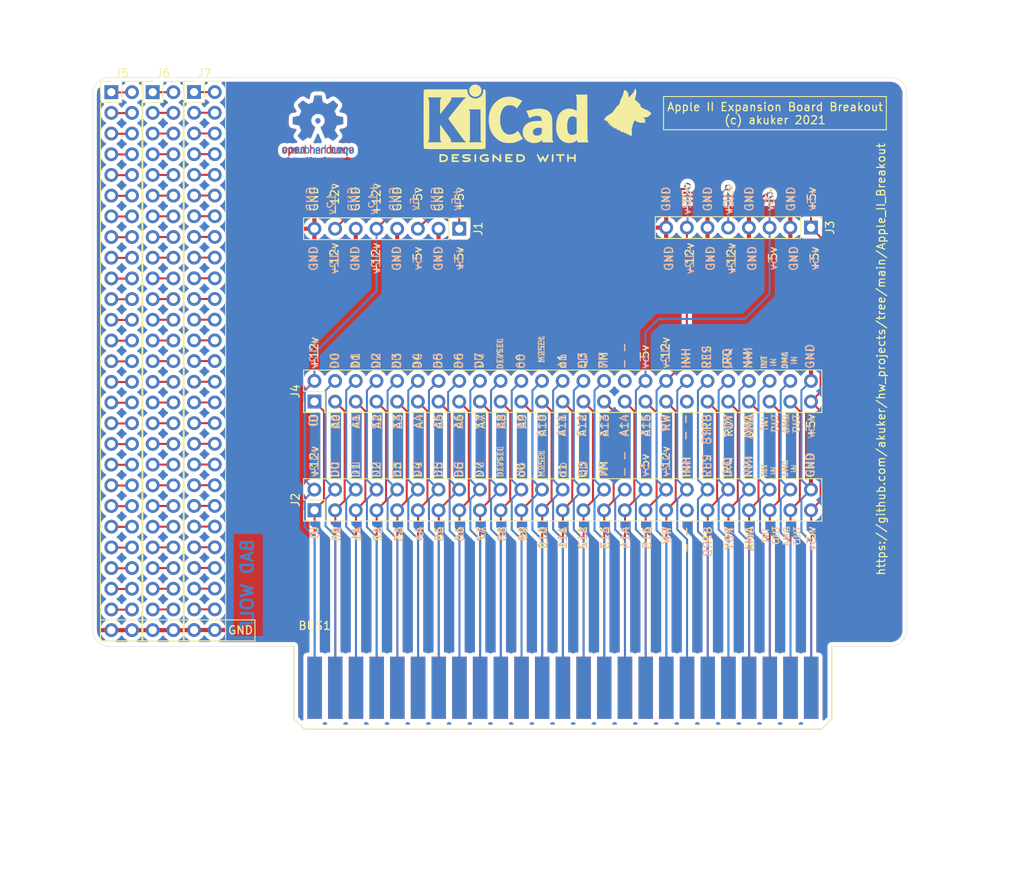
<source format=kicad_pcb>
(kicad_pcb (version 20171130) (host pcbnew "(5.1.7-0-10_14)")
  (layers (0 F.Cu signal) (31 B.Cu signal) (34 B.Paste user) (35 F.Paste user) (36 B.SilkS user) (37 F.SilkS user) (38 B.Mask user) (39 F.Mask user) (44 Edge.Cuts user))
  (net 0 "")
  (net 1 GND)
  (net 2 DMA_IN)
  (net 3 INT_IN)
  (net 4 NMI)
  (net 5 IRQ)
  (net 6 RES)
  (net 7 INH)
  (net 8 -12V)
  (net 9 -5V)
  (net 10 7M)
  (net 11 Q3)
  (net 12 o1)
  (net 13 M2SEL)
  (net 14 o0)
  (net 15 DEVSEL)
  (net 16 D7)
  (net 17 D6)
  (net 18 D5)
  (net 19 D4)
  (net 20 D3)
  (net 21 D2)
  (net 22 D1)
  (net 23 D0)
  (net 24 +12v)
  (net 25 +5V)
  (net 26 DMA_OUT)
  (net 27 INT_OUT)
  (net 28 DMA)
  (net 29 RDY)
  (net 30 STROBE)
  (net 31 R_W)
  (net 32 A15)
  (net 33 A14)
  (net 34 A13)
  (net 35 A12)
  (net 36 A11)
  (net 37 A10)
  (net 38 A9)
  (net 39 A8)
  (net 40 A7)
  (net 41 A6)
  (net 42 A5)
  (net 43 A4)
  (net 44 A3)
  (net 45 A2)
  (net 46 A1)
  (net 47 A0)
  (net 48 IO_SEL)
  (net 49 "Net-(J5-Pad51)")
  (net 50 "Net-(J5-Pad49)")
  (net 51 "Net-(J5-Pad47)")
  (net 52 "Net-(J5-Pad45)")
  (net 53 "Net-(J5-Pad43)")
  (net 54 "Net-(J5-Pad41)")
  (net 55 "Net-(J5-Pad39)")
  (net 56 "Net-(J5-Pad37)")
  (net 57 "Net-(J5-Pad35)")
  (net 58 "Net-(J5-Pad33)")
  (net 59 "Net-(J5-Pad31)")
  (net 60 "Net-(J5-Pad29)")
  (net 61 "Net-(J5-Pad27)")
  (net 62 "Net-(J5-Pad25)")
  (net 63 "Net-(J5-Pad23)")
  (net 64 "Net-(J5-Pad21)")
  (net 65 "Net-(J5-Pad19)")
  (net 66 "Net-(J5-Pad17)")
  (net 67 "Net-(J5-Pad15)")
  (net 68 "Net-(J5-Pad13)")
  (net 69 "Net-(J5-Pad11)")
  (net 70 "Net-(J5-Pad10)")
  (net 71 "Net-(J5-Pad7)")
  (net 72 "Net-(J5-Pad5)")
  (net 73 "Net-(J5-Pad3)")
  (net 74 "Net-(J5-Pad1)")
  (net 75 "Net-(J6-Pad51)")
  (net 76 "Net-(J6-Pad49)")
  (net 77 "Net-(J6-Pad47)")
  (net 78 "Net-(J6-Pad45)")
  (net 79 "Net-(J6-Pad43)")
  (net 80 "Net-(J6-Pad41)")
  (net 81 "Net-(J6-Pad39)")
  (net 82 "Net-(J6-Pad37)")
  (net 83 "Net-(J6-Pad35)")
  (net 84 "Net-(J6-Pad33)")
  (net 85 "Net-(J6-Pad31)")
  (net 86 "Net-(J6-Pad29)")
  (net 87 "Net-(J6-Pad27)")
  (net 88 "Net-(J6-Pad25)")
  (net 89 "Net-(J6-Pad23)")
  (net 90 "Net-(J6-Pad21)")
  (net 91 "Net-(J6-Pad19)")
  (net 92 "Net-(J6-Pad17)")
  (net 93 "Net-(J6-Pad15)")
  (net 94 "Net-(J6-Pad13)")
  (net 95 "Net-(J6-Pad11)")
  (net 96 "Net-(J6-Pad10)")
  (net 97 "Net-(J6-Pad7)")
  (net 98 "Net-(J6-Pad5)")
  (net 99 "Net-(J6-Pad3)")
  (net 100 "Net-(J6-Pad1)")
  (net 101 "Net-(J7-Pad51)")
  (net 102 "Net-(J7-Pad49)")
  (net 103 "Net-(J7-Pad47)")
  (net 104 "Net-(J7-Pad45)")
  (net 105 "Net-(J7-Pad43)")
  (net 106 "Net-(J7-Pad41)")
  (net 107 "Net-(J7-Pad39)")
  (net 108 "Net-(J7-Pad37)")
  (net 109 "Net-(J7-Pad35)")
  (net 110 "Net-(J7-Pad33)")
  (net 111 "Net-(J7-Pad31)")
  (net 112 "Net-(J7-Pad29)")
  (net 113 "Net-(J7-Pad27)")
  (net 114 "Net-(J7-Pad25)")
  (net 115 "Net-(J7-Pad23)")
  (net 116 "Net-(J7-Pad21)")
  (net 117 "Net-(J7-Pad19)")
  (net 118 "Net-(J7-Pad17)")
  (net 119 "Net-(J7-Pad15)")
  (net 120 "Net-(J7-Pad13)")
  (net 121 "Net-(J7-Pad11)")
  (net 122 "Net-(J7-Pad10)")
  (net 123 "Net-(J7-Pad7)")
  (net 124 "Net-(J7-Pad5)")
  (net 125 "Net-(J7-Pad3)")
  (net 126 "Net-(J7-Pad1)")
  (module Apple_II_Breakout:gsd (layer F.Cu) (at 172.9105 50.927)
    (fp_text reference G*** hide)
    (fp_text value LOGO hide)
  )
  (module Symbol:KiCad-Logo2_8mm_SilkScreen (layer F.Cu) (at 158.0007 51.4223)
    (fp_text reference REF** hide)
    (fp_text value KiCad-Logo2_8mm_SilkScreen hide)
  )
  (module Symbol:OSHW-Logo2_9.8x8mm_Copper (layer B.Cu) (at 134.8994 52.5526 180)
    (fp_text reference REF** hide)
    (fp_text value OSHW-Logo2_9.8x8mm_Copper hide)
    (fp_poly (pts (xy -3.231114 -2.584505) (xy -3.156461 -2.621727) (xy -3.090569 -2.690261) (xy -3.072423 -2.715648) (xy -3.052655 -2.748866) (xy -3.039828 -2.784945) (xy -3.03249 -2.833098) (xy -3.029187 -2.902536) (xy -3.028462 -2.994206) (xy -3.031737 -3.11983) (xy -3.043123 -3.214154) (xy -3.064959 -3.284523) (xy -3.099581 -3.338286) (xy -3.14933 -3.382788) (xy -3.152986 -3.385423) (xy -3.202015 -3.412377) (xy -3.261055 -3.425712) (xy -3.336141 -3.429) (xy -3.458205 -3.429) (xy -3.458256 -3.547497) (xy -3.459392 -3.613492) (xy -3.466314 -3.652202) (xy -3.484402 -3.675419) (xy -3.519038 -3.694933) (xy -3.527355 -3.69892) (xy -3.56628 -3.717603) (xy -3.596417 -3.729403) (xy -3.618826 -3.730422) (xy -3.634567 -3.716761) (xy -3.644698 -3.684522) (xy -3.650277 -3.629804) (xy -3.652365 -3.548711) (xy -3.652019 -3.437344) (xy -3.6503 -3.291802) (xy -3.649763 -3.248269) (xy -3.647828 -3.098205) (xy -3.646096 -3.000042) (xy -3.458308 -3.000042) (xy -3.457252 -3.083364) (xy -3.452562 -3.13788) (xy -3.441949 -3.173837) (xy -3.423128 -3.201482) (xy -3.41035 -3.214965) (xy -3.35811 -3.254417) (xy -3.311858 -3.257628) (xy -3.264133 -3.225049) (xy -3.262923 -3.223846) (xy -3.243506 -3.198668) (xy -3.231693 -3.164447) (xy -3.225735 -3.111748) (xy -3.22388 -3.031131) (xy -3.223846 -3.013271) (xy -3.22833 -2.902175) (xy -3.242926 -2.825161) (xy -3.26935 -2.778147) (xy -3.309317 -2.75705) (xy -3.332416 -2.754923) (xy -3.387238 -2.7649) (xy -3.424842 -2.797752) (xy -3.447477 -2.857857) (xy -3.457394 -2.949598) (xy -3.458308 -3.000042) (xy -3.646096 -3.000042) (xy -3.645778 -2.98206) (xy -3.643127 -2.894679) (xy -3.639394 -2.830905) (xy -3.634093 -2.785582) (xy -3.626742 -2.753555) (xy -3.616857 -2.729668) (xy -3.603954 -2.708764) (xy -3.598421 -2.700898) (xy -3.525031 -2.626595) (xy -3.43224 -2.584467) (xy -3.324904 -2.572722) (xy -3.231114 -2.584505)) (layer B.Cu) (width 0.01))
    (fp_poly (pts (xy -1.728336 -2.595089) (xy -1.665633 -2.631358) (xy -1.622039 -2.667358) (xy -1.590155 -2.705075) (xy -1.56819 -2.751199) (xy -1.554351 -2.812421) (xy -1.546847 -2.895431) (xy -1.543883 -3.006919) (xy -1.543539 -3.087062) (xy -1.543539 -3.382065) (xy -1.709615 -3.456515) (xy -1.719385 -3.133402) (xy -1.723421 -3.012729) (xy -1.727656 -2.925141) (xy -1.732903 -2.86465) (xy -1.739975 -2.825268) (xy -1.749689 -2.801007) (xy -1.762856 -2.78588) (xy -1.767081 -2.782606) (xy -1.831091 -2.757034) (xy -1.895792 -2.767153) (xy -1.934308 -2.794) (xy -1.949975 -2.813024) (xy -1.96082 -2.837988) (xy -1.967712 -2.875834) (xy -1.971521 -2.933502) (xy -1.973117 -3.017935) (xy -1.973385 -3.105928) (xy -1.973437 -3.216323) (xy -1.975328 -3.294463) (xy -1.981655 -3.347165) (xy -1.995017 -3.381242) (xy -2.018015 -3.403511) (xy -2.053246 -3.420787) (xy -2.100303 -3.438738) (xy -2.151697 -3.458278) (xy -2.145579 -3.111485) (xy -2.143116 -2.986468) (xy -2.140233 -2.894082) (xy -2.136102 -2.827881) (xy -2.129893 -2.78142) (xy -2.120774 -2.748256) (xy -2.107917 -2.721944) (xy -2.092416 -2.698729) (xy -2.017629 -2.624569) (xy -1.926372 -2.581684) (xy -1.827117 -2.571412) (xy -1.728336 -2.595089)) (layer B.Cu) (width 0.01))
    (fp_poly (pts (xy -3.983114 -2.587256) (xy -3.891536 -2.635409) (xy -3.823951 -2.712905) (xy -3.799943 -2.762727) (xy -3.781262 -2.837533) (xy -3.771699 -2.932052) (xy -3.770792 -3.03521) (xy -3.778079 -3.135935) (xy -3.793097 -3.223153) (xy -3.815385 -3.285791) (xy -3.822235 -3.296579) (xy -3.903368 -3.377105) (xy -3.999734 -3.425336) (xy -4.104299 -3.43945) (xy -4.210032 -3.417629) (xy -4.239457 -3.404547) (xy -4.296759 -3.364231) (xy -4.34705 -3.310775) (xy -4.351803 -3.303995) (xy -4.371122 -3.271321) (xy -4.383892 -3.236394) (xy -4.391436 -3.190414) (xy -4.395076 -3.124584) (xy -4.396135 -3.030105) (xy -4.396154 -3.008923) (xy -4.396106 -3.002182) (xy -4.200769 -3.002182) (xy -4.199632 -3.091349) (xy -4.195159 -3.15052) (xy -4.185754 -3.188741) (xy -4.169824 -3.215053) (xy -4.161692 -3.223846) (xy -4.114942 -3.257261) (xy -4.069553 -3.255737) (xy -4.02366 -3.226752) (xy -3.996288 -3.195809) (xy -3.980077 -3.150643) (xy -3.970974 -3.07942) (xy -3.970349 -3.071114) (xy -3.968796 -2.942037) (xy -3.985035 -2.846172) (xy -4.018848 -2.784107) (xy -4.070016 -2.756432) (xy -4.08828 -2.754923) (xy -4.13624 -2.762513) (xy -4.169047 -2.788808) (xy -4.189105 -2.839095) (xy -4.198822 -2.918664) (xy -4.200769 -3.002182) (xy -4.396106 -3.002182) (xy -4.395426 -2.908249) (xy -4.392371 -2.837906) (xy -4.385678 -2.789163) (xy -4.37404 -2.753288) (xy -4.356147 -2.721548) (xy -4.352192 -2.715648) (xy -4.285733 -2.636104) (xy -4.213315 -2.589929) (xy -4.125151 -2.571599) (xy -4.095213 -2.570703) (xy -3.983114 -2.587256)) (layer B.Cu) (width 0.01))
    (fp_poly (pts (xy -2.465746 -2.599745) (xy -2.388714 -2.651567) (xy -2.329184 -2.726412) (xy -2.293622 -2.821654) (xy -2.286429 -2.891756) (xy -2.287246 -2.921009) (xy -2.294086 -2.943407) (xy -2.312888 -2.963474) (xy -2.349592 -2.985733) (xy -2.410138 -3.014709) (xy -2.500466 -3.054927) (xy -2.500923 -3.055129) (xy -2.584067 -3.09321) (xy -2.652247 -3.127025) (xy -2.698495 -3.152933) (xy -2.715842 -3.167295) (xy -2.715846 -3.167411) (xy -2.700557 -3.198685) (xy -2.664804 -3.233157) (xy -2.623758 -3.25799) (xy -2.602963 -3.262923) (xy -2.54623 -3.245862) (xy -2.497373 -3.203133) (xy -2.473535 -3.156155) (xy -2.450603 -3.121522) (xy -2.405682 -3.082081) (xy -2.352877 -3.048009) (xy -2.30629 -3.02948) (xy -2.296548 -3.028462) (xy -2.285582 -3.045215) (xy -2.284921 -3.088039) (xy -2.29298 -3.145781) (xy -2.308173 -3.207289) (xy -2.328914 -3.261409) (xy -2.329962 -3.26351) (xy -2.392379 -3.35066) (xy -2.473274 -3.409939) (xy -2.565144 -3.439034) (xy -2.660487 -3.435634) (xy -2.751802 -3.397428) (xy -2.755862 -3.394741) (xy -2.827694 -3.329642) (xy -2.874927 -3.244705) (xy -2.901066 -3.133021) (xy -2.904574 -3.101643) (xy -2.910787 -2.953536) (xy -2.903339 -2.884468) (xy -2.715846 -2.884468) (xy -2.71341 -2.927552) (xy -2.700086 -2.940126) (xy -2.666868 -2.930719) (xy -2.614506 -2.908483) (xy -2.555976 -2.88061) (xy -2.554521 -2.879872) (xy -2.504911 -2.853777) (xy -2.485 -2.836363) (xy -2.48991 -2.818107) (xy -2.510584 -2.79412) (xy -2.563181 -2.759406) (xy -2.619823 -2.756856) (xy -2.670631 -2.782119) (xy -2.705724 -2.830847) (xy -2.715846 -2.884468) (xy -2.903339 -2.884468) (xy -2.898008 -2.835036) (xy -2.865222 -2.741055) (xy -2.819579 -2.675215) (xy -2.737198 -2.608681) (xy -2.646454 -2.575676) (xy -2.553815 -2.573573) (xy -2.465746 -2.599745)) (layer B.Cu) (width 0.01))
    (fp_poly (pts (xy -0.840154 -2.49212) (xy -0.834428 -2.57198) (xy -0.827851 -2.619039) (xy -0.818738 -2.639566) (xy -0.805402 -2.639829) (xy -0.801077 -2.637378) (xy -0.743556 -2.619636) (xy -0.668732 -2.620672) (xy -0.592661 -2.63891) (xy -0.545082 -2.662505) (xy -0.496298 -2.700198) (xy -0.460636 -2.742855) (xy -0.436155 -2.797057) (xy -0.420913 -2.869384) (xy -0.41297 -2.966419) (xy -0.410384 -3.094742) (xy -0.410338 -3.119358) (xy -0.410308 -3.39587) (xy -0.471839 -3.41732) (xy -0.515541 -3.431912) (xy -0.539518 -3.438706) (xy -0.540223 -3.438769) (xy -0.542585 -3.420345) (xy -0.544594 -3.369526) (xy -0.546099 -3.292993) (xy -0.546947 -3.19743) (xy -0.547077 -3.139329) (xy -0.547349 -3.024771) (xy -0.548748 -2.942667) (xy -0.552151 -2.886393) (xy -0.558433 -2.849326) (xy -0.568471 -2.824844) (xy -0.583139 -2.806325) (xy -0.592298 -2.797406) (xy -0.655211 -2.761466) (xy -0.723864 -2.758775) (xy -0.786152 -2.78917) (xy -0.797671 -2.800144) (xy -0.814567 -2.820779) (xy -0.826286 -2.845256) (xy -0.833767 -2.880647) (xy -0.837946 -2.934026) (xy -0.839763 -3.012466) (xy -0.840154 -3.120617) (xy -0.840154 -3.39587) (xy -0.901685 -3.41732) (xy -0.945387 -3.431912) (xy -0.969364 -3.438706) (xy -0.97007 -3.438769) (xy -0.971874 -3.420069) (xy -0.9735 -3.367322) (xy -0.974883 -3.285557) (xy -0.975958 -3.179805) (xy -0.97666 -3.055094) (xy -0.976923 -2.916455) (xy -0.976923 -2.381806) (xy -0.849923 -2.328236) (xy -0.840154 -2.49212)) (layer B.Cu) (width 0.01))
    (fp_poly (pts (xy 0.053501 -2.626303) (xy 0.13006 -2.654733) (xy 0.130936 -2.655279) (xy 0.178285 -2.690127) (xy 0.213241 -2.730852) (xy 0.237825 -2.783925) (xy 0.254062 -2.855814) (xy 0.263975 -2.952992) (xy 0.269586 -3.081928) (xy 0.270077 -3.100298) (xy 0.277141 -3.377287) (xy 0.217695 -3.408028) (xy 0.174681 -3.428802) (xy 0.14871 -3.438646) (xy 0.147509 -3.438769) (xy 0.143014 -3.420606) (xy 0.139444 -3.371612) (xy 0.137248 -3.300031) (xy 0.136769 -3.242068) (xy 0.136758 -3.14817) (xy 0.132466 -3.089203) (xy 0.117503 -3.061079) (xy 0.085482 -3.059706) (xy 0.030014 -3.080998) (xy -0.053731 -3.120136) (xy -0.115311 -3.152643) (xy -0.146983 -3.180845) (xy -0.156294 -3.211582) (xy -0.156308 -3.213104) (xy -0.140943 -3.266054) (xy -0.095453 -3.29466) (xy -0.025834 -3.298803) (xy 0.024313 -3.298084) (xy 0.050754 -3.312527) (xy 0.067243 -3.347218) (xy 0.076733 -3.391416) (xy 0.063057 -3.416493) (xy 0.057907 -3.420082) (xy 0.009425 -3.434496) (xy -0.058469 -3.436537) (xy -0.128388 -3.426983) (xy -0.177932 -3.409522) (xy -0.24643 -3.351364) (xy -0.285366 -3.270408) (xy -0.293077 -3.20716) (xy -0.287193 -3.150111) (xy -0.265899 -3.103542) (xy -0.223735 -3.062181) (xy -0.155241 -3.020755) (xy -0.054956 -2.973993) (xy -0.048846 -2.97135) (xy 0.04149 -2.929617) (xy 0.097235 -2.895391) (xy 0.121129 -2.864635) (xy 0.115913 -2.833311) (xy 0.084328 -2.797383) (xy 0.074883 -2.789116) (xy 0.011617 -2.757058) (xy -0.053936 -2.758407) (xy -0.111028 -2.789838) (xy -0.148907 -2.848024) (xy -0.152426 -2.859446) (xy -0.1867 -2.914837) (xy -0.230191 -2.941518) (xy -0.293077 -2.96796) (xy -0.293077 -2.899548) (xy -0.273948 -2.80011) (xy -0.217169 -2.708902) (xy -0.187622 -2.678389) (xy -0.120458 -2.639228) (xy -0.035044 -2.6215) (xy 0.053501 -2.626303)) (layer B.Cu) (width 0.01))
    (fp_poly (pts (xy 0.713362 -2.62467) (xy 0.802117 -2.657421) (xy 0.874022 -2.71535) (xy 0.902144 -2.756128) (xy 0.932802 -2.830954) (xy 0.932165 -2.885058) (xy 0.899987 -2.921446) (xy 0.888081 -2.927633) (xy 0.836675 -2.946925) (xy 0.810422 -2.941982) (xy 0.80153 -2.909587) (xy 0.801077 -2.891692) (xy 0.784797 -2.825859) (xy 0.742365 -2.779807) (xy 0.683388 -2.757564) (xy 0.617475 -2.763161) (xy 0.563895 -2.792229) (xy 0.545798 -2.80881) (xy 0.532971 -2.828925) (xy 0.524306 -2.859332) (xy 0.518696 -2.906788) (xy 0.515035 -2.97805) (xy 0.512215 -3.079875) (xy 0.511484 -3.112115) (xy 0.50882 -3.22241) (xy 0.505792 -3.300036) (xy 0.50125 -3.351396) (xy 0.494046 -3.38289) (xy 0.483033 -3.40092) (xy 0.46706 -3.411888) (xy 0.456834 -3.416733) (xy 0.413406 -3.433301) (xy 0.387842 -3.438769) (xy 0.379395 -3.420507) (xy 0.374239 -3.365296) (xy 0.372346 -3.272499) (xy 0.373689 -3.141478) (xy 0.374107 -3.121269) (xy 0.377058 -3.001733) (xy 0.380548 -2.914449) (xy 0.385514 -2.852591) (xy 0.392893 -2.809336) (xy 0.403624 -2.77786) (xy 0.418645 -2.751339) (xy 0.426502 -2.739975) (xy 0.471553 -2.689692) (xy 0.52194 -2.650581) (xy 0.528108 -2.647167) (xy 0.618458 -2.620212) (xy 0.713362 -2.62467)) (layer B.Cu) (width 0.01))
    (fp_poly (pts (xy 1.602081 -2.780289) (xy 1.601833 -2.92632) (xy 1.600872 -3.038655) (xy 1.598794 -3.122678) (xy 1.595193 -3.183769) (xy 1.589665 -3.227309) (xy 1.581804 -3.258679) (xy 1.571207 -3.283262) (xy 1.563182 -3.297294) (xy 1.496728 -3.373388) (xy 1.41247 -3.421084) (xy 1.319249 -3.438199) (xy 1.2259 -3.422546) (xy 1.170312 -3.394418) (xy 1.111957 -3.34576) (xy 1.072186 -3.286333) (xy 1.04819 -3.208507) (xy 1.037161 -3.104652) (xy 1.035599 -3.028462) (xy 1.035809 -3.022986) (xy 1.172308 -3.022986) (xy 1.173141 -3.110355) (xy 1.176961 -3.168192) (xy 1.185746 -3.206029) (xy 1.201474 -3.233398) (xy 1.220266 -3.254042) (xy 1.283375 -3.29389) (xy 1.351137 -3.297295) (xy 1.415179 -3.264025) (xy 1.420164 -3.259517) (xy 1.441439 -3.236067) (xy 1.454779 -3.208166) (xy 1.462001 -3.166641) (xy 1.464923 -3.102316) (xy 1.465385 -3.0312) (xy 1.464383 -2.941858) (xy 1.460238 -2.882258) (xy 1.451236 -2.843089) (xy 1.435667 -2.81504) (xy 1.422902 -2.800144) (xy 1.3636 -2.762575) (xy 1.295301 -2.758057) (xy 1.23011 -2.786753) (xy 1.217528 -2.797406) (xy 1.196111 -2.821063) (xy 1.182744 -2.849251) (xy 1.175566 -2.891245) (xy 1.172719 -2.956319) (xy 1.172308 -3.022986) (xy 1.035809 -3.022986) (xy 1.040322 -2.905765) (xy 1.056362 -2.813577) (xy 1.086528 -2.744269) (xy 1.133629 -2.690211) (xy 1.170312 -2.662505) (xy 1.23699 -2.632572) (xy 1.314272 -2.618678) (xy 1.38611 -2.622397) (xy 1.426308 -2.6374) (xy 1.442082 -2.64167) (xy 1.45255 -2.62575) (xy 1.459856 -2.583089) (xy 1.465385 -2.518106) (xy 1.471437 -2.445732) (xy 1.479844 -2.402187) (xy 1.495141 -2.377287) (xy 1.521864 -2.360845) (xy 1.538654 -2.353564) (xy 1.602154 -2.326963) (xy 1.602081 -2.780289)) (layer B.Cu) (width 0.01))
    (fp_poly (pts (xy 2.395929 -2.636662) (xy 2.398911 -2.688068) (xy 2.401247 -2.766192) (xy 2.402749 -2.864857) (xy 2.403231 -2.968343) (xy 2.403231 -3.318533) (xy 2.341401 -3.380363) (xy 2.298793 -3.418462) (xy 2.26139 -3.433895) (xy 2.21027 -3.432918) (xy 2.189978 -3.430433) (xy 2.126554 -3.4232) (xy 2.074095 -3.419055) (xy 2.061308 -3.418672) (xy 2.018199 -3.421176) (xy 1.956544 -3.427462) (xy 1.932638 -3.430433) (xy 1.873922 -3.435028) (xy 1.834464 -3.425046) (xy 1.795338 -3.394228) (xy 1.781215 -3.380363) (xy 1.719385 -3.318533) (xy 1.719385 -2.663503) (xy 1.76915 -2.640829) (xy 1.812002 -2.624034) (xy 1.837073 -2.618154) (xy 1.843501 -2.636736) (xy 1.849509 -2.688655) (xy 1.854697 -2.768172) (xy 1.858664 -2.869546) (xy 1.860577 -2.955192) (xy 1.865923 -3.292231) (xy 1.91256 -3.298825) (xy 1.954976 -3.294214) (xy 1.97576 -3.279287) (xy 1.98157 -3.251377) (xy 1.98653 -3.191925) (xy 1.990246 -3.108466) (xy 1.992324 -3.008532) (xy 1.992624 -2.957104) (xy 1.992923 -2.661054) (xy 2.054454 -2.639604) (xy 2.098004 -2.62502) (xy 2.121694 -2.618219) (xy 2.122377 -2.618154) (xy 2.124754 -2.636642) (xy 2.127366 -2.687906) (xy 2.129995 -2.765649) (xy 2.132421 -2.863574) (xy 2.134115 -2.955192) (xy 2.139461 -3.292231) (xy 2.256692 -3.292231) (xy 2.262072 -2.984746) (xy 2.267451 -2.677261) (xy 2.324601 -2.647707) (xy 2.366797 -2.627413) (xy 2.39177 -2.618204) (xy 2.392491 -2.618154) (xy 2.395929 -2.636662)) (layer B.Cu) (width 0.01))
    (fp_poly (pts (xy 2.887333 -2.633528) (xy 2.94359 -2.659117) (xy 2.987747 -2.690124) (xy 3.020101 -2.724795) (xy 3.042438 -2.76952) (xy 3.056546 -2.830692) (xy 3.064211 -2.914701) (xy 3.06722 -3.02794) (xy 3.067538 -3.102509) (xy 3.067538 -3.39342) (xy 3.017773 -3.416095) (xy 2.978576 -3.432667) (xy 2.959157 -3.438769) (xy 2.955442 -3.42061) (xy 2.952495 -3.371648) (xy 2.950691 -3.300153) (xy 2.950308 -3.243385) (xy 2.948661 -3.161371) (xy 2.944222 -3.096309) (xy 2.93774 -3.056467) (xy 2.93259 -3.048) (xy 2.897977 -3.056646) (xy 2.84364 -3.078823) (xy 2.780722 -3.108886) (xy 2.720368 -3.141192) (xy 2.673721 -3.170098) (xy 2.651926 -3.189961) (xy 2.651839 -3.190175) (xy 2.653714 -3.226935) (xy 2.670525 -3.262026) (xy 2.700039 -3.290528) (xy 2.743116 -3.300061) (xy 2.779932 -3.29895) (xy 2.832074 -3.298133) (xy 2.859444 -3.310349) (xy 2.875882 -3.342624) (xy 2.877955 -3.34871) (xy 2.885081 -3.394739) (xy 2.866024 -3.422687) (xy 2.816353 -3.436007) (xy 2.762697 -3.43847) (xy 2.666142 -3.42021) (xy 2.616159 -3.394131) (xy 2.554429 -3.332868) (xy 2.52169 -3.25767) (xy 2.518753 -3.178211) (xy 2.546424 -3.104167) (xy 2.588047 -3.057769) (xy 2.629604 -3.031793) (xy 2.694922 -2.998907) (xy 2.771038 -2.965557) (xy 2.783726 -2.960461) (xy 2.867333 -2.923565) (xy 2.91553 -2.891046) (xy 2.93103 -2.858718) (xy 2.91655 -2.822394) (xy 2.891692 -2.794) (xy 2.832939 -2.759039) (xy 2.768293 -2.756417) (xy 2.709008 -2.783358) (xy 2.666339 -2.837088) (xy 2.660739 -2.85095) (xy 2.628133 -2.901936) (xy 2.58053 -2.939787) (xy 2.520461 -2.97085) (xy 2.520461 -2.882768) (xy 2.523997 -2.828951) (xy 2.539156 -2.786534) (xy 2.572768 -2.741279) (xy 2.605035 -2.70642) (xy 2.655209 -2.657062) (xy 2.694193 -2.630547) (xy 2.736064 -2.619911) (xy 2.78346 -2.618154) (xy 2.887333 -2.633528)) (layer B.Cu) (width 0.01))
    (fp_poly (pts (xy 3.570807 -2.636782) (xy 3.594161 -2.646988) (xy 3.649902 -2.691134) (xy 3.697569 -2.754967) (xy 3.727048 -2.823087) (xy 3.731846 -2.85667) (xy 3.71576 -2.903556) (xy 3.680475 -2.928365) (xy 3.642644 -2.943387) (xy 3.625321 -2.946155) (xy 3.616886 -2.926066) (xy 3.60023 -2.882351) (xy 3.592923 -2.862598) (xy 3.551948 -2.794271) (xy 3.492622 -2.760191) (xy 3.416552 -2.761239) (xy 3.410918 -2.762581) (xy 3.370305 -2.781836) (xy 3.340448 -2.819375) (xy 3.320055 -2.879809) (xy 3.307836 -2.967751) (xy 3.3025 -3.087813) (xy 3.302 -3.151698) (xy 3.301752 -3.252403) (xy 3.300126 -3.321054) (xy 3.295801 -3.364673) (xy 3.287454 -3.390282) (xy 3.273765 -3.404903) (xy 3.253411 -3.415558) (xy 3.252234 -3.416095) (xy 3.213038 -3.432667) (xy 3.193619 -3.438769) (xy 3.190635 -3.420319) (xy 3.188081 -3.369323) (xy 3.18614 -3.292308) (xy 3.184997 -3.195805) (xy 3.184769 -3.125184) (xy 3.185932 -2.988525) (xy 3.190479 -2.884851) (xy 3.199999 -2.808108) (xy 3.216081 -2.752246) (xy 3.240313 -2.711212) (xy 3.274286 -2.678954) (xy 3.307833 -2.65644) (xy 3.388499 -2.626476) (xy 3.482381 -2.619718) (xy 3.570807 -2.636782)) (layer B.Cu) (width 0.01))
    (fp_poly (pts (xy 4.245224 -2.647838) (xy 4.322528 -2.698361) (xy 4.359814 -2.74359) (xy 4.389353 -2.825663) (xy 4.391699 -2.890607) (xy 4.386385 -2.977445) (xy 4.186115 -3.065103) (xy 4.088739 -3.109887) (xy 4.025113 -3.145913) (xy 3.992029 -3.177117) (xy 3.98628 -3.207436) (xy 4.004658 -3.240805) (xy 4.024923 -3.262923) (xy 4.083889 -3.298393) (xy 4.148024 -3.300879) (xy 4.206926 -3.273235) (xy 4.250197 -3.21832) (xy 4.257936 -3.198928) (xy 4.295006 -3.138364) (xy 4.337654 -3.112552) (xy 4.396154 -3.090471) (xy 4.396154 -3.174184) (xy 4.390982 -3.23115) (xy 4.370723 -3.279189) (xy 4.328262 -3.334346) (xy 4.321951 -3.341514) (xy 4.27472 -3.390585) (xy 4.234121 -3.41692) (xy 4.183328 -3.429035) (xy 4.14122 -3.433003) (xy 4.065902 -3.433991) (xy 4.012286 -3.421466) (xy 3.978838 -3.402869) (xy 3.926268 -3.361975) (xy 3.889879 -3.317748) (xy 3.86685 -3.262126) (xy 3.854359 -3.187047) (xy 3.849587 -3.084449) (xy 3.849206 -3.032376) (xy 3.850501 -2.969948) (xy 3.968471 -2.969948) (xy 3.969839 -3.003438) (xy 3.973249 -3.008923) (xy 3.995753 -3.001472) (xy 4.044182 -2.981753) (xy 4.108908 -2.953718) (xy 4.122443 -2.947692) (xy 4.204244 -2.906096) (xy 4.249312 -2.869538) (xy 4.259217 -2.835296) (xy 4.235526 -2.800648) (xy 4.21596 -2.785339) (xy 4.14536 -2.754721) (xy 4.07928 -2.75978) (xy 4.023959 -2.797151) (xy 3.985636 -2.863473) (xy 3.973349 -2.916116) (xy 3.968471 -2.969948) (xy 3.850501 -2.969948) (xy 3.85173 -2.91072) (xy 3.861032 -2.82071) (xy 3.87946 -2.755167) (xy 3.90936 -2.706912) (xy 3.95308 -2.668767) (xy 3.972141 -2.65644) (xy 4.058726 -2.624336) (xy 4.153522 -2.622316) (xy 4.245224 -2.647838)) (layer B.Cu) (width 0.01))
    (fp_poly (pts (xy 0.139878 3.712224) (xy 0.245612 3.711645) (xy 0.322132 3.710078) (xy 0.374372 3.707028) (xy 0.407263 3.702004) (xy 0.425737 3.694511) (xy 0.434727 3.684056) (xy 0.439163 3.670147) (xy 0.439594 3.668346) (xy 0.446333 3.635855) (xy 0.458808 3.571748) (xy 0.475719 3.482849) (xy 0.495771 3.375981) (xy 0.517664 3.257967) (xy 0.518429 3.253822) (xy 0.540359 3.138169) (xy 0.560877 3.035986) (xy 0.578659 2.953402) (xy 0.592381 2.896544) (xy 0.600718 2.871542) (xy 0.601116 2.871099) (xy 0.625677 2.85889) (xy 0.676315 2.838544) (xy 0.742095 2.814455) (xy 0.742461 2.814326) (xy 0.825317 2.783182) (xy 0.923 2.743509) (xy 1.015077 2.703619) (xy 1.019434 2.701647) (xy 1.169407 2.63358) (xy 1.501498 2.860361) (xy 1.603374 2.929496) (xy 1.695657 2.991303) (xy 1.773003 3.042267) (xy 1.830064 3.078873) (xy 1.861495 3.097606) (xy 1.864479 3.098996) (xy 1.887321 3.09281) (xy 1.929982 3.062965) (xy 1.994128 3.008053) (xy 2.081421 2.926666) (xy 2.170535 2.840078) (xy 2.256441 2.754753) (xy 2.333327 2.676892) (xy 2.396564 2.611303) (xy 2.441523 2.562795) (xy 2.463576 2.536175) (xy 2.464396 2.534805) (xy 2.466834 2.516537) (xy 2.45765 2.486705) (xy 2.434574 2.441279) (xy 2.395337 2.37623) (xy 2.33767 2.28753) (xy 2.260795 2.173343) (xy 2.19257 2.072838) (xy 2.131582 1.982697) (xy 2.081356 1.908151) (xy 2.045416 1.854435) (xy 2.027287 1.826782) (xy 2.026146 1.824905) (xy 2.028359 1.79841) (xy 2.045138 1.746914) (xy 2.073142 1.680149) (xy 2.083122 1.658828) (xy 2.126672 1.563841) (xy 2.173134 1.456063) (xy 2.210877 1.362808) (xy 2.238073 1.293594) (xy 2.259675 1.240994) (xy 2.272158 1.213503) (xy 2.273709 1.211384) (xy 2.296668 1.207876) (xy 2.350786 1.198262) (xy 2.428868 1.183911) (xy 2.523719 1.166193) (xy 2.628143 1.146475) (xy 2.734944 1.126126) (xy 2.836926 1.106514) (xy 2.926894 1.089009) (xy 2.997653 1.074978) (xy 3.042006 1.065791) (xy 3.052885 1.063193) (xy 3.064122 1.056782) (xy 3.072605 1.042303) (xy 3.078714 1.014867) (xy 3.082832 0.969589) (xy 3.085341 0.90158) (xy 3.086621 0.805953) (xy 3.087054 0.67782) (xy 3.087077 0.625299) (xy 3.087077 0.198155) (xy 2.9845 0.177909) (xy 2.927431 0.16693) (xy 2.842269 0.150905) (xy 2.739372 0.131767) (xy 2.629096 0.111449) (xy 2.598615 0.105868) (xy 2.496855 0.086083) (xy 2.408205 0.066627) (xy 2.340108 0.049303) (xy 2.300004 0.035912) (xy 2.293323 0.031921) (xy 2.276919 0.003658) (xy 2.253399 -0.051109) (xy 2.227316 -0.121588) (xy 2.222142 -0.136769) (xy 2.187956 -0.230896) (xy 2.145523 -0.337101) (xy 2.103997 -0.432473) (xy 2.103792 -0.432916) (xy 2.03464 -0.582525) (xy 2.489512 -1.251617) (xy 2.1975 -1.544116) (xy 2.10918 -1.63117) (xy 2.028625 -1.707909) (xy 1.96036 -1.770237) (xy 1.908908 -1.814056) (xy 1.878794 -1.83527) (xy 1.874474 -1.836616) (xy 1.849111 -1.826016) (xy 1.797358 -1.796547) (xy 1.724868 -1.751705) (xy 1.637294 -1.694984) (xy 1.542612 -1.631462) (xy 1.446516 -1.566668) (xy 1.360837 -1.510287) (xy 1.291016 -1.465788) (xy 1.242494 -1.436639) (xy 1.220782 -1.426308) (xy 1.194293 -1.43505) (xy 1.144062 -1.458087) (xy 1.080451 -1.490631) (xy 1.073708 -1.494249) (xy 0.988046 -1.53721) (xy 0.929306 -1.558279) (xy 0.892772 -1.558503) (xy 0.873731 -1.538928) (xy 0.87362 -1.538654) (xy 0.864102 -1.515472) (xy 0.841403 -1.460441) (xy 0.807282 -1.377822) (xy 0.7635 -1.271872) (xy 0.711816 -1.146852) (xy 0.653992 -1.00702) (xy 0.597991 -0.871637) (xy 0.536447 -0.722234) (xy 0.479939 -0.583832) (xy 0.430161 -0.460673) (xy 0.388806 -0.357002) (xy 0.357568 -0.277059) (xy 0.338141 -0.225088) (xy 0.332154 -0.205692) (xy 0.347168 -0.183443) (xy 0.386439 -0.147982) (xy 0.438807 -0.108887) (xy 0.587941 0.014755) (xy 0.704511 0.156478) (xy 0.787118 0.313296) (xy 0.834366 0.482225) (xy 0.844857 0.660278) (xy 0.837231 0.742461) (xy 0.795682 0.912969) (xy 0.724123 1.063541) (xy 0.626995 1.192691) (xy 0.508734 1.298936) (xy 0.37378 1.38079) (xy 0.226571 1.436768) (xy 0.071544 1.465385) (xy -0.086861 1.465156) (xy -0.244206 1.434595) (xy -0.396054 1.372218) (xy -0.537965 1.27654) (xy -0.597197 1.222428) (xy -0.710797 1.08348) (xy -0.789894 0.931639) (xy -0.835014 0.771333) (xy -0.846684 0.606988) (xy -0.825431 0.443029) (xy -0.77178 0.283882) (xy -0.68626 0.133975) (xy -0.569395 -0.002267) (xy -0.438807 -0.108887) (xy -0.384412 -0.149642) (xy -0.345986 -0.184718) (xy -0.332154 -0.205726) (xy -0.339397 -0.228635) (xy -0.359995 -0.283365) (xy -0.392254 -0.365672) (xy -0.434479 -0.471315) (xy -0.484977 -0.59605) (xy -0.542052 -0.735636) (xy -0.598146 -0.87167) (xy -0.660033 -1.021201) (xy -0.717356 -1.159767) (xy -0.768356 -1.283107) (xy -0.811273 -1.386964) (xy -0.844347 -1.46708) (xy -0.865819 -1.519195) (xy -0.873775 -1.538654) (xy -0.892571 -1.558423) (xy -0.928926 -1.558365) (xy -0.987521 -1.537441) (xy -1.073032 -1.494613) (xy -1.073708 -1.494249) (xy -1.138093 -1.461012) (xy -1.190139 -1.436802) (xy -1.219488 -1.426404) (xy -1.220783 -1.426308) (xy -1.242876 -1.436855) (xy -1.291652 -1.466184) (xy -1.361669 -1.510827) (xy -1.447486 -1.567314) (xy -1.542612 -1.631462) (xy -1.63946 -1.696411) (xy -1.726747 -1.752896) (xy -1.798819 -1.797421) (xy -1.850023 -1.82649) (xy -1.874474 -1.836616) (xy -1.89699 -1.823307) (xy -1.942258 -1.786112) (xy -2.005756 -1.729128) (xy -2.082961 -1.656449) (xy -2.169349 -1.572171) (xy -2.197601 -1.544016) (xy -2.489713 -1.251416) (xy -2.267369 -0.925104) (xy -2.199798 -0.824897) (xy -2.140493 -0.734963) (xy -2.092783 -0.66051) (xy -2.059993 -0.606751) (xy -2.045452 -0.578894) (xy -2.045026 -0.576912) (xy -2.052692 -0.550655) (xy -2.073311 -0.497837) (xy -2.103315 -0.42731) (xy -2.124375 -0.380093) (xy -2.163752 -0.289694) (xy -2.200835 -0.198366) (xy -2.229585 -0.1212) (xy -2.237395 -0.097692) (xy -2.259583 -0.034916) (xy -2.281273 0.013589) (xy -2.293187 0.031921) (xy -2.319477 0.043141) (xy -2.376858 0.059046) (xy -2.457882 0.077833) (xy -2.555105 0.097701) (xy -2.598615 0.105868) (xy -2.709104 0.126171) (xy -2.815084 0.14583) (xy -2.906199 0.162912) (xy -2.972092 0.175482) (xy -2.9845 0.177909) (xy -3.087077 0.198155) (xy -3.087077 0.625299) (xy -3.086847 0.765754) (xy -3.085901 0.872021) (xy -3.083859 0.948987) (xy -3.080338 1.00154) (xy -3.074957 1.034567) (xy -3.067334 1.052955) (xy -3.057088 1.061592) (xy -3.052885 1.063193) (xy -3.02753 1.068873) (xy -2.971516 1.080205) (xy -2.892036 1.095821) (xy -2.796288 1.114353) (xy -2.691467 1.134431) (xy -2.584768 1.154688) (xy -2.483387 1.173754) (xy -2.394521 1.190261) (xy -2.325363 1.202841) (xy -2.283111 1.210125) (xy -2.27371 1.211384) (xy -2.265193 1.228237) (xy -2.24634 1.27313) (xy -2.220676 1.33757) (xy -2.210877 1.362808) (xy -2.171352 1.460314) (xy -2.124808 1.568041) (xy -2.083123 1.658828) (xy -2.05245 1.728247) (xy -2.032044 1.78529) (xy -2.025232 1.820223) (xy -2.026318 1.824905) (xy -2.040715 1.847009) (xy -2.073588 1.896169) (xy -2.12141 1.967152) (xy -2.180652 2.054722) (xy -2.247785 2.153643) (xy -2.261059 2.17317) (xy -2.338954 2.28886) (xy -2.396213 2.376956) (xy -2.435119 2.441514) (xy -2.457956 2.486589) (xy -2.467006 2.516237) (xy -2.464552 2.534515) (xy -2.464489 2.534631) (xy -2.445173 2.558639) (xy -2.402449 2.605053) (xy -2.340949 2.669063) (xy -2.265302 2.745855) (xy -2.180139 2.830618) (xy -2.170535 2.840078) (xy -2.06321 2.944011) (xy -1.980385 3.020325) (xy -1.920395 3.070429) (xy -1.881577 3.09573) (xy -1.86448 3.098996) (xy -1.839527 3.08475) (xy -1.787745 3.051844) (xy -1.71448 3.003792) (xy -1.62508 2.94411) (xy -1.524889 2.876312) (xy -1.501499 2.860361) (xy -1.169407 2.63358) (xy -1.019435 2.701647) (xy -0.92823 2.741315) (xy -0.830331 2.781209) (xy -0.746169 2.813017) (xy -0.742462 2.814326) (xy -0.676631 2.838424) (xy -0.625884 2.8588) (xy -0.601158 2.871064) (xy -0.601116 2.871099) (xy -0.593271 2.893266) (xy -0.579934 2.947783) (xy -0.56243 3.02852) (xy -0.542083 3.12935) (xy -0.520218 3.244144) (xy -0.518429 3.253822) (xy -0.496496 3.372096) (xy -0.47636 3.479458) (xy -0.45932 3.569083) (xy -0.446672 3.634149) (xy -0.439716 3.667832) (xy -0.439594 3.668346) (xy -0.435361 3.682675) (xy -0.427129 3.693493) (xy -0.409967 3.701294) (xy -0.378942 3.706571) (xy -0.329122 3.709818) (xy -0.255576 3.711528) (xy -0.153371 3.712193) (xy -0.017575 3.712307) (xy 0 3.712308) (xy 0.139878 3.712224)) (layer B.Cu) (width 0.01))
  )
  (module Symbol:OSHW-Logo2_9.8x8mm_Copper (layer F.Cu) (at 134.9121 52.5399)
    (fp_text reference REF** hide)
    (fp_text value OSHW-Logo2_9.8x8mm_Copper hide)
    (fp_poly (pts (xy -3.231114 2.584505) (xy -3.156461 2.621727) (xy -3.090569 2.690261) (xy -3.072423 2.715648) (xy -3.052655 2.748866) (xy -3.039828 2.784945) (xy -3.03249 2.833098) (xy -3.029187 2.902536) (xy -3.028462 2.994206) (xy -3.031737 3.11983) (xy -3.043123 3.214154) (xy -3.064959 3.284523) (xy -3.099581 3.338286) (xy -3.14933 3.382788) (xy -3.152986 3.385423) (xy -3.202015 3.412377) (xy -3.261055 3.425712) (xy -3.336141 3.429) (xy -3.458205 3.429) (xy -3.458256 3.547497) (xy -3.459392 3.613492) (xy -3.466314 3.652202) (xy -3.484402 3.675419) (xy -3.519038 3.694933) (xy -3.527355 3.69892) (xy -3.56628 3.717603) (xy -3.596417 3.729403) (xy -3.618826 3.730422) (xy -3.634567 3.716761) (xy -3.644698 3.684522) (xy -3.650277 3.629804) (xy -3.652365 3.548711) (xy -3.652019 3.437344) (xy -3.6503 3.291802) (xy -3.649763 3.248269) (xy -3.647828 3.098205) (xy -3.646096 3.000042) (xy -3.458308 3.000042) (xy -3.457252 3.083364) (xy -3.452562 3.13788) (xy -3.441949 3.173837) (xy -3.423128 3.201482) (xy -3.41035 3.214965) (xy -3.35811 3.254417) (xy -3.311858 3.257628) (xy -3.264133 3.225049) (xy -3.262923 3.223846) (xy -3.243506 3.198668) (xy -3.231693 3.164447) (xy -3.225735 3.111748) (xy -3.22388 3.031131) (xy -3.223846 3.013271) (xy -3.22833 2.902175) (xy -3.242926 2.825161) (xy -3.26935 2.778147) (xy -3.309317 2.75705) (xy -3.332416 2.754923) (xy -3.387238 2.7649) (xy -3.424842 2.797752) (xy -3.447477 2.857857) (xy -3.457394 2.949598) (xy -3.458308 3.000042) (xy -3.646096 3.000042) (xy -3.645778 2.98206) (xy -3.643127 2.894679) (xy -3.639394 2.830905) (xy -3.634093 2.785582) (xy -3.626742 2.753555) (xy -3.616857 2.729668) (xy -3.603954 2.708764) (xy -3.598421 2.700898) (xy -3.525031 2.626595) (xy -3.43224 2.584467) (xy -3.324904 2.572722) (xy -3.231114 2.584505)) (layer F.Cu) (width 0.01))
    (fp_poly (pts (xy -1.728336 2.595089) (xy -1.665633 2.631358) (xy -1.622039 2.667358) (xy -1.590155 2.705075) (xy -1.56819 2.751199) (xy -1.554351 2.812421) (xy -1.546847 2.895431) (xy -1.543883 3.006919) (xy -1.543539 3.087062) (xy -1.543539 3.382065) (xy -1.709615 3.456515) (xy -1.719385 3.133402) (xy -1.723421 3.012729) (xy -1.727656 2.925141) (xy -1.732903 2.86465) (xy -1.739975 2.825268) (xy -1.749689 2.801007) (xy -1.762856 2.78588) (xy -1.767081 2.782606) (xy -1.831091 2.757034) (xy -1.895792 2.767153) (xy -1.934308 2.794) (xy -1.949975 2.813024) (xy -1.96082 2.837988) (xy -1.967712 2.875834) (xy -1.971521 2.933502) (xy -1.973117 3.017935) (xy -1.973385 3.105928) (xy -1.973437 3.216323) (xy -1.975328 3.294463) (xy -1.981655 3.347165) (xy -1.995017 3.381242) (xy -2.018015 3.403511) (xy -2.053246 3.420787) (xy -2.100303 3.438738) (xy -2.151697 3.458278) (xy -2.145579 3.111485) (xy -2.143116 2.986468) (xy -2.140233 2.894082) (xy -2.136102 2.827881) (xy -2.129893 2.78142) (xy -2.120774 2.748256) (xy -2.107917 2.721944) (xy -2.092416 2.698729) (xy -2.017629 2.624569) (xy -1.926372 2.581684) (xy -1.827117 2.571412) (xy -1.728336 2.595089)) (layer F.Cu) (width 0.01))
    (fp_poly (pts (xy -3.983114 2.587256) (xy -3.891536 2.635409) (xy -3.823951 2.712905) (xy -3.799943 2.762727) (xy -3.781262 2.837533) (xy -3.771699 2.932052) (xy -3.770792 3.03521) (xy -3.778079 3.135935) (xy -3.793097 3.223153) (xy -3.815385 3.285791) (xy -3.822235 3.296579) (xy -3.903368 3.377105) (xy -3.999734 3.425336) (xy -4.104299 3.43945) (xy -4.210032 3.417629) (xy -4.239457 3.404547) (xy -4.296759 3.364231) (xy -4.34705 3.310775) (xy -4.351803 3.303995) (xy -4.371122 3.271321) (xy -4.383892 3.236394) (xy -4.391436 3.190414) (xy -4.395076 3.124584) (xy -4.396135 3.030105) (xy -4.396154 3.008923) (xy -4.396106 3.002182) (xy -4.200769 3.002182) (xy -4.199632 3.091349) (xy -4.195159 3.15052) (xy -4.185754 3.188741) (xy -4.169824 3.215053) (xy -4.161692 3.223846) (xy -4.114942 3.257261) (xy -4.069553 3.255737) (xy -4.02366 3.226752) (xy -3.996288 3.195809) (xy -3.980077 3.150643) (xy -3.970974 3.07942) (xy -3.970349 3.071114) (xy -3.968796 2.942037) (xy -3.985035 2.846172) (xy -4.018848 2.784107) (xy -4.070016 2.756432) (xy -4.08828 2.754923) (xy -4.13624 2.762513) (xy -4.169047 2.788808) (xy -4.189105 2.839095) (xy -4.198822 2.918664) (xy -4.200769 3.002182) (xy -4.396106 3.002182) (xy -4.395426 2.908249) (xy -4.392371 2.837906) (xy -4.385678 2.789163) (xy -4.37404 2.753288) (xy -4.356147 2.721548) (xy -4.352192 2.715648) (xy -4.285733 2.636104) (xy -4.213315 2.589929) (xy -4.125151 2.571599) (xy -4.095213 2.570703) (xy -3.983114 2.587256)) (layer F.Cu) (width 0.01))
    (fp_poly (pts (xy -2.465746 2.599745) (xy -2.388714 2.651567) (xy -2.329184 2.726412) (xy -2.293622 2.821654) (xy -2.286429 2.891756) (xy -2.287246 2.921009) (xy -2.294086 2.943407) (xy -2.312888 2.963474) (xy -2.349592 2.985733) (xy -2.410138 3.014709) (xy -2.500466 3.054927) (xy -2.500923 3.055129) (xy -2.584067 3.09321) (xy -2.652247 3.127025) (xy -2.698495 3.152933) (xy -2.715842 3.167295) (xy -2.715846 3.167411) (xy -2.700557 3.198685) (xy -2.664804 3.233157) (xy -2.623758 3.25799) (xy -2.602963 3.262923) (xy -2.54623 3.245862) (xy -2.497373 3.203133) (xy -2.473535 3.156155) (xy -2.450603 3.121522) (xy -2.405682 3.082081) (xy -2.352877 3.048009) (xy -2.30629 3.02948) (xy -2.296548 3.028462) (xy -2.285582 3.045215) (xy -2.284921 3.088039) (xy -2.29298 3.145781) (xy -2.308173 3.207289) (xy -2.328914 3.261409) (xy -2.329962 3.26351) (xy -2.392379 3.35066) (xy -2.473274 3.409939) (xy -2.565144 3.439034) (xy -2.660487 3.435634) (xy -2.751802 3.397428) (xy -2.755862 3.394741) (xy -2.827694 3.329642) (xy -2.874927 3.244705) (xy -2.901066 3.133021) (xy -2.904574 3.101643) (xy -2.910787 2.953536) (xy -2.903339 2.884468) (xy -2.715846 2.884468) (xy -2.71341 2.927552) (xy -2.700086 2.940126) (xy -2.666868 2.930719) (xy -2.614506 2.908483) (xy -2.555976 2.88061) (xy -2.554521 2.879872) (xy -2.504911 2.853777) (xy -2.485 2.836363) (xy -2.48991 2.818107) (xy -2.510584 2.79412) (xy -2.563181 2.759406) (xy -2.619823 2.756856) (xy -2.670631 2.782119) (xy -2.705724 2.830847) (xy -2.715846 2.884468) (xy -2.903339 2.884468) (xy -2.898008 2.835036) (xy -2.865222 2.741055) (xy -2.819579 2.675215) (xy -2.737198 2.608681) (xy -2.646454 2.575676) (xy -2.553815 2.573573) (xy -2.465746 2.599745)) (layer F.Cu) (width 0.01))
    (fp_poly (pts (xy -0.840154 2.49212) (xy -0.834428 2.57198) (xy -0.827851 2.619039) (xy -0.818738 2.639566) (xy -0.805402 2.639829) (xy -0.801077 2.637378) (xy -0.743556 2.619636) (xy -0.668732 2.620672) (xy -0.592661 2.63891) (xy -0.545082 2.662505) (xy -0.496298 2.700198) (xy -0.460636 2.742855) (xy -0.436155 2.797057) (xy -0.420913 2.869384) (xy -0.41297 2.966419) (xy -0.410384 3.094742) (xy -0.410338 3.119358) (xy -0.410308 3.39587) (xy -0.471839 3.41732) (xy -0.515541 3.431912) (xy -0.539518 3.438706) (xy -0.540223 3.438769) (xy -0.542585 3.420345) (xy -0.544594 3.369526) (xy -0.546099 3.292993) (xy -0.546947 3.19743) (xy -0.547077 3.139329) (xy -0.547349 3.024771) (xy -0.548748 2.942667) (xy -0.552151 2.886393) (xy -0.558433 2.849326) (xy -0.568471 2.824844) (xy -0.583139 2.806325) (xy -0.592298 2.797406) (xy -0.655211 2.761466) (xy -0.723864 2.758775) (xy -0.786152 2.78917) (xy -0.797671 2.800144) (xy -0.814567 2.820779) (xy -0.826286 2.845256) (xy -0.833767 2.880647) (xy -0.837946 2.934026) (xy -0.839763 3.012466) (xy -0.840154 3.120617) (xy -0.840154 3.39587) (xy -0.901685 3.41732) (xy -0.945387 3.431912) (xy -0.969364 3.438706) (xy -0.97007 3.438769) (xy -0.971874 3.420069) (xy -0.9735 3.367322) (xy -0.974883 3.285557) (xy -0.975958 3.179805) (xy -0.97666 3.055094) (xy -0.976923 2.916455) (xy -0.976923 2.381806) (xy -0.849923 2.328236) (xy -0.840154 2.49212)) (layer F.Cu) (width 0.01))
    (fp_poly (pts (xy 0.053501 2.626303) (xy 0.13006 2.654733) (xy 0.130936 2.655279) (xy 0.178285 2.690127) (xy 0.213241 2.730852) (xy 0.237825 2.783925) (xy 0.254062 2.855814) (xy 0.263975 2.952992) (xy 0.269586 3.081928) (xy 0.270077 3.100298) (xy 0.277141 3.377287) (xy 0.217695 3.408028) (xy 0.174681 3.428802) (xy 0.14871 3.438646) (xy 0.147509 3.438769) (xy 0.143014 3.420606) (xy 0.139444 3.371612) (xy 0.137248 3.300031) (xy 0.136769 3.242068) (xy 0.136758 3.14817) (xy 0.132466 3.089203) (xy 0.117503 3.061079) (xy 0.085482 3.059706) (xy 0.030014 3.080998) (xy -0.053731 3.120136) (xy -0.115311 3.152643) (xy -0.146983 3.180845) (xy -0.156294 3.211582) (xy -0.156308 3.213104) (xy -0.140943 3.266054) (xy -0.095453 3.29466) (xy -0.025834 3.298803) (xy 0.024313 3.298084) (xy 0.050754 3.312527) (xy 0.067243 3.347218) (xy 0.076733 3.391416) (xy 0.063057 3.416493) (xy 0.057907 3.420082) (xy 0.009425 3.434496) (xy -0.058469 3.436537) (xy -0.128388 3.426983) (xy -0.177932 3.409522) (xy -0.24643 3.351364) (xy -0.285366 3.270408) (xy -0.293077 3.20716) (xy -0.287193 3.150111) (xy -0.265899 3.103542) (xy -0.223735 3.062181) (xy -0.155241 3.020755) (xy -0.054956 2.973993) (xy -0.048846 2.97135) (xy 0.04149 2.929617) (xy 0.097235 2.895391) (xy 0.121129 2.864635) (xy 0.115913 2.833311) (xy 0.084328 2.797383) (xy 0.074883 2.789116) (xy 0.011617 2.757058) (xy -0.053936 2.758407) (xy -0.111028 2.789838) (xy -0.148907 2.848024) (xy -0.152426 2.859446) (xy -0.1867 2.914837) (xy -0.230191 2.941518) (xy -0.293077 2.96796) (xy -0.293077 2.899548) (xy -0.273948 2.80011) (xy -0.217169 2.708902) (xy -0.187622 2.678389) (xy -0.120458 2.639228) (xy -0.035044 2.6215) (xy 0.053501 2.626303)) (layer F.Cu) (width 0.01))
    (fp_poly (pts (xy 0.713362 2.62467) (xy 0.802117 2.657421) (xy 0.874022 2.71535) (xy 0.902144 2.756128) (xy 0.932802 2.830954) (xy 0.932165 2.885058) (xy 0.899987 2.921446) (xy 0.888081 2.927633) (xy 0.836675 2.946925) (xy 0.810422 2.941982) (xy 0.80153 2.909587) (xy 0.801077 2.891692) (xy 0.784797 2.825859) (xy 0.742365 2.779807) (xy 0.683388 2.757564) (xy 0.617475 2.763161) (xy 0.563895 2.792229) (xy 0.545798 2.80881) (xy 0.532971 2.828925) (xy 0.524306 2.859332) (xy 0.518696 2.906788) (xy 0.515035 2.97805) (xy 0.512215 3.079875) (xy 0.511484 3.112115) (xy 0.50882 3.22241) (xy 0.505792 3.300036) (xy 0.50125 3.351396) (xy 0.494046 3.38289) (xy 0.483033 3.40092) (xy 0.46706 3.411888) (xy 0.456834 3.416733) (xy 0.413406 3.433301) (xy 0.387842 3.438769) (xy 0.379395 3.420507) (xy 0.374239 3.365296) (xy 0.372346 3.272499) (xy 0.373689 3.141478) (xy 0.374107 3.121269) (xy 0.377058 3.001733) (xy 0.380548 2.914449) (xy 0.385514 2.852591) (xy 0.392893 2.809336) (xy 0.403624 2.77786) (xy 0.418645 2.751339) (xy 0.426502 2.739975) (xy 0.471553 2.689692) (xy 0.52194 2.650581) (xy 0.528108 2.647167) (xy 0.618458 2.620212) (xy 0.713362 2.62467)) (layer F.Cu) (width 0.01))
    (fp_poly (pts (xy 1.602081 2.780289) (xy 1.601833 2.92632) (xy 1.600872 3.038655) (xy 1.598794 3.122678) (xy 1.595193 3.183769) (xy 1.589665 3.227309) (xy 1.581804 3.258679) (xy 1.571207 3.283262) (xy 1.563182 3.297294) (xy 1.496728 3.373388) (xy 1.41247 3.421084) (xy 1.319249 3.438199) (xy 1.2259 3.422546) (xy 1.170312 3.394418) (xy 1.111957 3.34576) (xy 1.072186 3.286333) (xy 1.04819 3.208507) (xy 1.037161 3.104652) (xy 1.035599 3.028462) (xy 1.035809 3.022986) (xy 1.172308 3.022986) (xy 1.173141 3.110355) (xy 1.176961 3.168192) (xy 1.185746 3.206029) (xy 1.201474 3.233398) (xy 1.220266 3.254042) (xy 1.283375 3.29389) (xy 1.351137 3.297295) (xy 1.415179 3.264025) (xy 1.420164 3.259517) (xy 1.441439 3.236067) (xy 1.454779 3.208166) (xy 1.462001 3.166641) (xy 1.464923 3.102316) (xy 1.465385 3.0312) (xy 1.464383 2.941858) (xy 1.460238 2.882258) (xy 1.451236 2.843089) (xy 1.435667 2.81504) (xy 1.422902 2.800144) (xy 1.3636 2.762575) (xy 1.295301 2.758057) (xy 1.23011 2.786753) (xy 1.217528 2.797406) (xy 1.196111 2.821063) (xy 1.182744 2.849251) (xy 1.175566 2.891245) (xy 1.172719 2.956319) (xy 1.172308 3.022986) (xy 1.035809 3.022986) (xy 1.040322 2.905765) (xy 1.056362 2.813577) (xy 1.086528 2.744269) (xy 1.133629 2.690211) (xy 1.170312 2.662505) (xy 1.23699 2.632572) (xy 1.314272 2.618678) (xy 1.38611 2.622397) (xy 1.426308 2.6374) (xy 1.442082 2.64167) (xy 1.45255 2.62575) (xy 1.459856 2.583089) (xy 1.465385 2.518106) (xy 1.471437 2.445732) (xy 1.479844 2.402187) (xy 1.495141 2.377287) (xy 1.521864 2.360845) (xy 1.538654 2.353564) (xy 1.602154 2.326963) (xy 1.602081 2.780289)) (layer F.Cu) (width 0.01))
    (fp_poly (pts (xy 2.395929 2.636662) (xy 2.398911 2.688068) (xy 2.401247 2.766192) (xy 2.402749 2.864857) (xy 2.403231 2.968343) (xy 2.403231 3.318533) (xy 2.341401 3.380363) (xy 2.298793 3.418462) (xy 2.26139 3.433895) (xy 2.21027 3.432918) (xy 2.189978 3.430433) (xy 2.126554 3.4232) (xy 2.074095 3.419055) (xy 2.061308 3.418672) (xy 2.018199 3.421176) (xy 1.956544 3.427462) (xy 1.932638 3.430433) (xy 1.873922 3.435028) (xy 1.834464 3.425046) (xy 1.795338 3.394228) (xy 1.781215 3.380363) (xy 1.719385 3.318533) (xy 1.719385 2.663503) (xy 1.76915 2.640829) (xy 1.812002 2.624034) (xy 1.837073 2.618154) (xy 1.843501 2.636736) (xy 1.849509 2.688655) (xy 1.854697 2.768172) (xy 1.858664 2.869546) (xy 1.860577 2.955192) (xy 1.865923 3.292231) (xy 1.91256 3.298825) (xy 1.954976 3.294214) (xy 1.97576 3.279287) (xy 1.98157 3.251377) (xy 1.98653 3.191925) (xy 1.990246 3.108466) (xy 1.992324 3.008532) (xy 1.992624 2.957104) (xy 1.992923 2.661054) (xy 2.054454 2.639604) (xy 2.098004 2.62502) (xy 2.121694 2.618219) (xy 2.122377 2.618154) (xy 2.124754 2.636642) (xy 2.127366 2.687906) (xy 2.129995 2.765649) (xy 2.132421 2.863574) (xy 2.134115 2.955192) (xy 2.139461 3.292231) (xy 2.256692 3.292231) (xy 2.262072 2.984746) (xy 2.267451 2.677261) (xy 2.324601 2.647707) (xy 2.366797 2.627413) (xy 2.39177 2.618204) (xy 2.392491 2.618154) (xy 2.395929 2.636662)) (layer F.Cu) (width 0.01))
    (fp_poly (pts (xy 2.887333 2.633528) (xy 2.94359 2.659117) (xy 2.987747 2.690124) (xy 3.020101 2.724795) (xy 3.042438 2.76952) (xy 3.056546 2.830692) (xy 3.064211 2.914701) (xy 3.06722 3.02794) (xy 3.067538 3.102509) (xy 3.067538 3.39342) (xy 3.017773 3.416095) (xy 2.978576 3.432667) (xy 2.959157 3.438769) (xy 2.955442 3.42061) (xy 2.952495 3.371648) (xy 2.950691 3.300153) (xy 2.950308 3.243385) (xy 2.948661 3.161371) (xy 2.944222 3.096309) (xy 2.93774 3.056467) (xy 2.93259 3.048) (xy 2.897977 3.056646) (xy 2.84364 3.078823) (xy 2.780722 3.108886) (xy 2.720368 3.141192) (xy 2.673721 3.170098) (xy 2.651926 3.189961) (xy 2.651839 3.190175) (xy 2.653714 3.226935) (xy 2.670525 3.262026) (xy 2.700039 3.290528) (xy 2.743116 3.300061) (xy 2.779932 3.29895) (xy 2.832074 3.298133) (xy 2.859444 3.310349) (xy 2.875882 3.342624) (xy 2.877955 3.34871) (xy 2.885081 3.394739) (xy 2.866024 3.422687) (xy 2.816353 3.436007) (xy 2.762697 3.43847) (xy 2.666142 3.42021) (xy 2.616159 3.394131) (xy 2.554429 3.332868) (xy 2.52169 3.25767) (xy 2.518753 3.178211) (xy 2.546424 3.104167) (xy 2.588047 3.057769) (xy 2.629604 3.031793) (xy 2.694922 2.998907) (xy 2.771038 2.965557) (xy 2.783726 2.960461) (xy 2.867333 2.923565) (xy 2.91553 2.891046) (xy 2.93103 2.858718) (xy 2.91655 2.822394) (xy 2.891692 2.794) (xy 2.832939 2.759039) (xy 2.768293 2.756417) (xy 2.709008 2.783358) (xy 2.666339 2.837088) (xy 2.660739 2.85095) (xy 2.628133 2.901936) (xy 2.58053 2.939787) (xy 2.520461 2.97085) (xy 2.520461 2.882768) (xy 2.523997 2.828951) (xy 2.539156 2.786534) (xy 2.572768 2.741279) (xy 2.605035 2.70642) (xy 2.655209 2.657062) (xy 2.694193 2.630547) (xy 2.736064 2.619911) (xy 2.78346 2.618154) (xy 2.887333 2.633528)) (layer F.Cu) (width 0.01))
    (fp_poly (pts (xy 3.570807 2.636782) (xy 3.594161 2.646988) (xy 3.649902 2.691134) (xy 3.697569 2.754967) (xy 3.727048 2.823087) (xy 3.731846 2.85667) (xy 3.71576 2.903556) (xy 3.680475 2.928365) (xy 3.642644 2.943387) (xy 3.625321 2.946155) (xy 3.616886 2.926066) (xy 3.60023 2.882351) (xy 3.592923 2.862598) (xy 3.551948 2.794271) (xy 3.492622 2.760191) (xy 3.416552 2.761239) (xy 3.410918 2.762581) (xy 3.370305 2.781836) (xy 3.340448 2.819375) (xy 3.320055 2.879809) (xy 3.307836 2.967751) (xy 3.3025 3.087813) (xy 3.302 3.151698) (xy 3.301752 3.252403) (xy 3.300126 3.321054) (xy 3.295801 3.364673) (xy 3.287454 3.390282) (xy 3.273765 3.404903) (xy 3.253411 3.415558) (xy 3.252234 3.416095) (xy 3.213038 3.432667) (xy 3.193619 3.438769) (xy 3.190635 3.420319) (xy 3.188081 3.369323) (xy 3.18614 3.292308) (xy 3.184997 3.195805) (xy 3.184769 3.125184) (xy 3.185932 2.988525) (xy 3.190479 2.884851) (xy 3.199999 2.808108) (xy 3.216081 2.752246) (xy 3.240313 2.711212) (xy 3.274286 2.678954) (xy 3.307833 2.65644) (xy 3.388499 2.626476) (xy 3.482381 2.619718) (xy 3.570807 2.636782)) (layer F.Cu) (width 0.01))
    (fp_poly (pts (xy 4.245224 2.647838) (xy 4.322528 2.698361) (xy 4.359814 2.74359) (xy 4.389353 2.825663) (xy 4.391699 2.890607) (xy 4.386385 2.977445) (xy 4.186115 3.065103) (xy 4.088739 3.109887) (xy 4.025113 3.145913) (xy 3.992029 3.177117) (xy 3.98628 3.207436) (xy 4.004658 3.240805) (xy 4.024923 3.262923) (xy 4.083889 3.298393) (xy 4.148024 3.300879) (xy 4.206926 3.273235) (xy 4.250197 3.21832) (xy 4.257936 3.198928) (xy 4.295006 3.138364) (xy 4.337654 3.112552) (xy 4.396154 3.090471) (xy 4.396154 3.174184) (xy 4.390982 3.23115) (xy 4.370723 3.279189) (xy 4.328262 3.334346) (xy 4.321951 3.341514) (xy 4.27472 3.390585) (xy 4.234121 3.41692) (xy 4.183328 3.429035) (xy 4.14122 3.433003) (xy 4.065902 3.433991) (xy 4.012286 3.421466) (xy 3.978838 3.402869) (xy 3.926268 3.361975) (xy 3.889879 3.317748) (xy 3.86685 3.262126) (xy 3.854359 3.187047) (xy 3.849587 3.084449) (xy 3.849206 3.032376) (xy 3.850501 2.969948) (xy 3.968471 2.969948) (xy 3.969839 3.003438) (xy 3.973249 3.008923) (xy 3.995753 3.001472) (xy 4.044182 2.981753) (xy 4.108908 2.953718) (xy 4.122443 2.947692) (xy 4.204244 2.906096) (xy 4.249312 2.869538) (xy 4.259217 2.835296) (xy 4.235526 2.800648) (xy 4.21596 2.785339) (xy 4.14536 2.754721) (xy 4.07928 2.75978) (xy 4.023959 2.797151) (xy 3.985636 2.863473) (xy 3.973349 2.916116) (xy 3.968471 2.969948) (xy 3.850501 2.969948) (xy 3.85173 2.91072) (xy 3.861032 2.82071) (xy 3.87946 2.755167) (xy 3.90936 2.706912) (xy 3.95308 2.668767) (xy 3.972141 2.65644) (xy 4.058726 2.624336) (xy 4.153522 2.622316) (xy 4.245224 2.647838)) (layer F.Cu) (width 0.01))
    (fp_poly (pts (xy 0.139878 -3.712224) (xy 0.245612 -3.711645) (xy 0.322132 -3.710078) (xy 0.374372 -3.707028) (xy 0.407263 -3.702004) (xy 0.425737 -3.694511) (xy 0.434727 -3.684056) (xy 0.439163 -3.670147) (xy 0.439594 -3.668346) (xy 0.446333 -3.635855) (xy 0.458808 -3.571748) (xy 0.475719 -3.482849) (xy 0.495771 -3.375981) (xy 0.517664 -3.257967) (xy 0.518429 -3.253822) (xy 0.540359 -3.138169) (xy 0.560877 -3.035986) (xy 0.578659 -2.953402) (xy 0.592381 -2.896544) (xy 0.600718 -2.871542) (xy 0.601116 -2.871099) (xy 0.625677 -2.85889) (xy 0.676315 -2.838544) (xy 0.742095 -2.814455) (xy 0.742461 -2.814326) (xy 0.825317 -2.783182) (xy 0.923 -2.743509) (xy 1.015077 -2.703619) (xy 1.019434 -2.701647) (xy 1.169407 -2.63358) (xy 1.501498 -2.860361) (xy 1.603374 -2.929496) (xy 1.695657 -2.991303) (xy 1.773003 -3.042267) (xy 1.830064 -3.078873) (xy 1.861495 -3.097606) (xy 1.864479 -3.098996) (xy 1.887321 -3.09281) (xy 1.929982 -3.062965) (xy 1.994128 -3.008053) (xy 2.081421 -2.926666) (xy 2.170535 -2.840078) (xy 2.256441 -2.754753) (xy 2.333327 -2.676892) (xy 2.396564 -2.611303) (xy 2.441523 -2.562795) (xy 2.463576 -2.536175) (xy 2.464396 -2.534805) (xy 2.466834 -2.516537) (xy 2.45765 -2.486705) (xy 2.434574 -2.441279) (xy 2.395337 -2.37623) (xy 2.33767 -2.28753) (xy 2.260795 -2.173343) (xy 2.19257 -2.072838) (xy 2.131582 -1.982697) (xy 2.081356 -1.908151) (xy 2.045416 -1.854435) (xy 2.027287 -1.826782) (xy 2.026146 -1.824905) (xy 2.028359 -1.79841) (xy 2.045138 -1.746914) (xy 2.073142 -1.680149) (xy 2.083122 -1.658828) (xy 2.126672 -1.563841) (xy 2.173134 -1.456063) (xy 2.210877 -1.362808) (xy 2.238073 -1.293594) (xy 2.259675 -1.240994) (xy 2.272158 -1.213503) (xy 2.273709 -1.211384) (xy 2.296668 -1.207876) (xy 2.350786 -1.198262) (xy 2.428868 -1.183911) (xy 2.523719 -1.166193) (xy 2.628143 -1.146475) (xy 2.734944 -1.126126) (xy 2.836926 -1.106514) (xy 2.926894 -1.089009) (xy 2.997653 -1.074978) (xy 3.042006 -1.065791) (xy 3.052885 -1.063193) (xy 3.064122 -1.056782) (xy 3.072605 -1.042303) (xy 3.078714 -1.014867) (xy 3.082832 -0.969589) (xy 3.085341 -0.90158) (xy 3.086621 -0.805953) (xy 3.087054 -0.67782) (xy 3.087077 -0.625299) (xy 3.087077 -0.198155) (xy 2.9845 -0.177909) (xy 2.927431 -0.16693) (xy 2.842269 -0.150905) (xy 2.739372 -0.131767) (xy 2.629096 -0.111449) (xy 2.598615 -0.105868) (xy 2.496855 -0.086083) (xy 2.408205 -0.066627) (xy 2.340108 -0.049303) (xy 2.300004 -0.035912) (xy 2.293323 -0.031921) (xy 2.276919 -0.003658) (xy 2.253399 0.051109) (xy 2.227316 0.121588) (xy 2.222142 0.136769) (xy 2.187956 0.230896) (xy 2.145523 0.337101) (xy 2.103997 0.432473) (xy 2.103792 0.432916) (xy 2.03464 0.582525) (xy 2.489512 1.251617) (xy 2.1975 1.544116) (xy 2.10918 1.63117) (xy 2.028625 1.707909) (xy 1.96036 1.770237) (xy 1.908908 1.814056) (xy 1.878794 1.83527) (xy 1.874474 1.836616) (xy 1.849111 1.826016) (xy 1.797358 1.796547) (xy 1.724868 1.751705) (xy 1.637294 1.694984) (xy 1.542612 1.631462) (xy 1.446516 1.566668) (xy 1.360837 1.510287) (xy 1.291016 1.465788) (xy 1.242494 1.436639) (xy 1.220782 1.426308) (xy 1.194293 1.43505) (xy 1.144062 1.458087) (xy 1.080451 1.490631) (xy 1.073708 1.494249) (xy 0.988046 1.53721) (xy 0.929306 1.558279) (xy 0.892772 1.558503) (xy 0.873731 1.538928) (xy 0.87362 1.538654) (xy 0.864102 1.515472) (xy 0.841403 1.460441) (xy 0.807282 1.377822) (xy 0.7635 1.271872) (xy 0.711816 1.146852) (xy 0.653992 1.00702) (xy 0.597991 0.871637) (xy 0.536447 0.722234) (xy 0.479939 0.583832) (xy 0.430161 0.460673) (xy 0.388806 0.357002) (xy 0.357568 0.277059) (xy 0.338141 0.225088) (xy 0.332154 0.205692) (xy 0.347168 0.183443) (xy 0.386439 0.147982) (xy 0.438807 0.108887) (xy 0.587941 -0.014755) (xy 0.704511 -0.156478) (xy 0.787118 -0.313296) (xy 0.834366 -0.482225) (xy 0.844857 -0.660278) (xy 0.837231 -0.742461) (xy 0.795682 -0.912969) (xy 0.724123 -1.063541) (xy 0.626995 -1.192691) (xy 0.508734 -1.298936) (xy 0.37378 -1.38079) (xy 0.226571 -1.436768) (xy 0.071544 -1.465385) (xy -0.086861 -1.465156) (xy -0.244206 -1.434595) (xy -0.396054 -1.372218) (xy -0.537965 -1.27654) (xy -0.597197 -1.222428) (xy -0.710797 -1.08348) (xy -0.789894 -0.931639) (xy -0.835014 -0.771333) (xy -0.846684 -0.606988) (xy -0.825431 -0.443029) (xy -0.77178 -0.283882) (xy -0.68626 -0.133975) (xy -0.569395 0.002267) (xy -0.438807 0.108887) (xy -0.384412 0.149642) (xy -0.345986 0.184718) (xy -0.332154 0.205726) (xy -0.339397 0.228635) (xy -0.359995 0.283365) (xy -0.392254 0.365672) (xy -0.434479 0.471315) (xy -0.484977 0.59605) (xy -0.542052 0.735636) (xy -0.598146 0.87167) (xy -0.660033 1.021201) (xy -0.717356 1.159767) (xy -0.768356 1.283107) (xy -0.811273 1.386964) (xy -0.844347 1.46708) (xy -0.865819 1.519195) (xy -0.873775 1.538654) (xy -0.892571 1.558423) (xy -0.928926 1.558365) (xy -0.987521 1.537441) (xy -1.073032 1.494613) (xy -1.073708 1.494249) (xy -1.138093 1.461012) (xy -1.190139 1.436802) (xy -1.219488 1.426404) (xy -1.220783 1.426308) (xy -1.242876 1.436855) (xy -1.291652 1.466184) (xy -1.361669 1.510827) (xy -1.447486 1.567314) (xy -1.542612 1.631462) (xy -1.63946 1.696411) (xy -1.726747 1.752896) (xy -1.798819 1.797421) (xy -1.850023 1.82649) (xy -1.874474 1.836616) (xy -1.89699 1.823307) (xy -1.942258 1.786112) (xy -2.005756 1.729128) (xy -2.082961 1.656449) (xy -2.169349 1.572171) (xy -2.197601 1.544016) (xy -2.489713 1.251416) (xy -2.267369 0.925104) (xy -2.199798 0.824897) (xy -2.140493 0.734963) (xy -2.092783 0.66051) (xy -2.059993 0.606751) (xy -2.045452 0.578894) (xy -2.045026 0.576912) (xy -2.052692 0.550655) (xy -2.073311 0.497837) (xy -2.103315 0.42731) (xy -2.124375 0.380093) (xy -2.163752 0.289694) (xy -2.200835 0.198366) (xy -2.229585 0.1212) (xy -2.237395 0.097692) (xy -2.259583 0.034916) (xy -2.281273 -0.013589) (xy -2.293187 -0.031921) (xy -2.319477 -0.043141) (xy -2.376858 -0.059046) (xy -2.457882 -0.077833) (xy -2.555105 -0.097701) (xy -2.598615 -0.105868) (xy -2.709104 -0.126171) (xy -2.815084 -0.14583) (xy -2.906199 -0.162912) (xy -2.972092 -0.175482) (xy -2.9845 -0.177909) (xy -3.087077 -0.198155) (xy -3.087077 -0.625299) (xy -3.086847 -0.765754) (xy -3.085901 -0.872021) (xy -3.083859 -0.948987) (xy -3.080338 -1.00154) (xy -3.074957 -1.034567) (xy -3.067334 -1.052955) (xy -3.057088 -1.061592) (xy -3.052885 -1.063193) (xy -3.02753 -1.068873) (xy -2.971516 -1.080205) (xy -2.892036 -1.095821) (xy -2.796288 -1.114353) (xy -2.691467 -1.134431) (xy -2.584768 -1.154688) (xy -2.483387 -1.173754) (xy -2.394521 -1.190261) (xy -2.325363 -1.202841) (xy -2.283111 -1.210125) (xy -2.27371 -1.211384) (xy -2.265193 -1.228237) (xy -2.24634 -1.27313) (xy -2.220676 -1.33757) (xy -2.210877 -1.362808) (xy -2.171352 -1.460314) (xy -2.124808 -1.568041) (xy -2.083123 -1.658828) (xy -2.05245 -1.728247) (xy -2.032044 -1.78529) (xy -2.025232 -1.820223) (xy -2.026318 -1.824905) (xy -2.040715 -1.847009) (xy -2.073588 -1.896169) (xy -2.12141 -1.967152) (xy -2.180652 -2.054722) (xy -2.247785 -2.153643) (xy -2.261059 -2.17317) (xy -2.338954 -2.28886) (xy -2.396213 -2.376956) (xy -2.435119 -2.441514) (xy -2.457956 -2.486589) (xy -2.467006 -2.516237) (xy -2.464552 -2.534515) (xy -2.464489 -2.534631) (xy -2.445173 -2.558639) (xy -2.402449 -2.605053) (xy -2.340949 -2.669063) (xy -2.265302 -2.745855) (xy -2.180139 -2.830618) (xy -2.170535 -2.840078) (xy -2.06321 -2.944011) (xy -1.980385 -3.020325) (xy -1.920395 -3.070429) (xy -1.881577 -3.09573) (xy -1.86448 -3.098996) (xy -1.839527 -3.08475) (xy -1.787745 -3.051844) (xy -1.71448 -3.003792) (xy -1.62508 -2.94411) (xy -1.524889 -2.876312) (xy -1.501499 -2.860361) (xy -1.169407 -2.63358) (xy -1.019435 -2.701647) (xy -0.92823 -2.741315) (xy -0.830331 -2.781209) (xy -0.746169 -2.813017) (xy -0.742462 -2.814326) (xy -0.676631 -2.838424) (xy -0.625884 -2.8588) (xy -0.601158 -2.871064) (xy -0.601116 -2.871099) (xy -0.593271 -2.893266) (xy -0.579934 -2.947783) (xy -0.56243 -3.02852) (xy -0.542083 -3.12935) (xy -0.520218 -3.244144) (xy -0.518429 -3.253822) (xy -0.496496 -3.372096) (xy -0.47636 -3.479458) (xy -0.45932 -3.569083) (xy -0.446672 -3.634149) (xy -0.439716 -3.667832) (xy -0.439594 -3.668346) (xy -0.435361 -3.682675) (xy -0.427129 -3.693493) (xy -0.409967 -3.701294) (xy -0.378942 -3.706571) (xy -0.329122 -3.709818) (xy -0.255576 -3.711528) (xy -0.153371 -3.712193) (xy -0.017575 -3.712307) (xy 0 -3.712308) (xy 0.139878 -3.712224)) (layer F.Cu) (width 0.01))
  )
  (module Connector_PinHeader_2.54mm:PinHeader_2x27_P2.54mm_Vertical (layer F.Cu) (at 119.6975 48.4124)
    (fp_text reference J7 (at 1.27 -2.33) (layer F.SilkS))
    (fp_text value Conn_02x40_Top_Bottom)
    (pad 54 thru_hole oval (at 2.54 66.04) (size 1.7 1.7) (drill 1) (layers *.Cu *.Mask) (net 1 GND))
    (pad 53 thru_hole oval (at 0 66.04) (size 1.7 1.7) (drill 1) (layers *.Cu *.Mask) (net 1 GND))
    (pad 52 thru_hole oval (at 2.54 63.5) (size 1.7 1.7) (drill 1) (layers *.Cu *.Mask) (net 101 "Net-(J7-Pad51)"))
    (pad 51 thru_hole oval (at 0 63.5) (size 1.7 1.7) (drill 1) (layers *.Cu *.Mask) (net 101 "Net-(J7-Pad51)"))
    (pad 50 thru_hole oval (at 2.54 60.96) (size 1.7 1.7) (drill 1) (layers *.Cu *.Mask) (net 102 "Net-(J7-Pad49)"))
    (pad 49 thru_hole oval (at 0 60.96) (size 1.7 1.7) (drill 1) (layers *.Cu *.Mask) (net 102 "Net-(J7-Pad49)"))
    (pad 48 thru_hole oval (at 2.54 58.42) (size 1.7 1.7) (drill 1) (layers *.Cu *.Mask) (net 103 "Net-(J7-Pad47)"))
    (pad 47 thru_hole oval (at 0 58.42) (size 1.7 1.7) (drill 1) (layers *.Cu *.Mask) (net 103 "Net-(J7-Pad47)"))
    (pad 46 thru_hole oval (at 2.54 55.88) (size 1.7 1.7) (drill 1) (layers *.Cu *.Mask) (net 104 "Net-(J7-Pad45)"))
    (pad 45 thru_hole oval (at 0 55.88) (size 1.7 1.7) (drill 1) (layers *.Cu *.Mask) (net 104 "Net-(J7-Pad45)"))
    (pad 44 thru_hole oval (at 2.54 53.34) (size 1.7 1.7) (drill 1) (layers *.Cu *.Mask) (net 105 "Net-(J7-Pad43)"))
    (pad 43 thru_hole oval (at 0 53.34) (size 1.7 1.7) (drill 1) (layers *.Cu *.Mask) (net 105 "Net-(J7-Pad43)"))
    (pad 42 thru_hole oval (at 2.54 50.8) (size 1.7 1.7) (drill 1) (layers *.Cu *.Mask) (net 106 "Net-(J7-Pad41)"))
    (pad 41 thru_hole oval (at 0 50.8) (size 1.7 1.7) (drill 1) (layers *.Cu *.Mask) (net 106 "Net-(J7-Pad41)"))
    (pad 40 thru_hole oval (at 2.54 48.26) (size 1.7 1.7) (drill 1) (layers *.Cu *.Mask) (net 107 "Net-(J7-Pad39)"))
    (pad 39 thru_hole oval (at 0 48.26) (size 1.7 1.7) (drill 1) (layers *.Cu *.Mask) (net 107 "Net-(J7-Pad39)"))
    (pad 38 thru_hole oval (at 2.54 45.72) (size 1.7 1.7) (drill 1) (layers *.Cu *.Mask) (net 108 "Net-(J7-Pad37)"))
    (pad 37 thru_hole oval (at 0 45.72) (size 1.7 1.7) (drill 1) (layers *.Cu *.Mask) (net 108 "Net-(J7-Pad37)"))
    (pad 36 thru_hole oval (at 2.54 43.18) (size 1.7 1.7) (drill 1) (layers *.Cu *.Mask) (net 109 "Net-(J7-Pad35)"))
    (pad 35 thru_hole oval (at 0 43.18) (size 1.7 1.7) (drill 1) (layers *.Cu *.Mask) (net 109 "Net-(J7-Pad35)"))
    (pad 34 thru_hole oval (at 2.54 40.64) (size 1.7 1.7) (drill 1) (layers *.Cu *.Mask) (net 110 "Net-(J7-Pad33)"))
    (pad 33 thru_hole oval (at 0 40.64) (size 1.7 1.7) (drill 1) (layers *.Cu *.Mask) (net 110 "Net-(J7-Pad33)"))
    (pad 32 thru_hole oval (at 2.54 38.1) (size 1.7 1.7) (drill 1) (layers *.Cu *.Mask) (net 111 "Net-(J7-Pad31)"))
    (pad 31 thru_hole oval (at 0 38.1) (size 1.7 1.7) (drill 1) (layers *.Cu *.Mask) (net 111 "Net-(J7-Pad31)"))
    (pad 30 thru_hole oval (at 2.54 35.56) (size 1.7 1.7) (drill 1) (layers *.Cu *.Mask) (net 112 "Net-(J7-Pad29)"))
    (pad 29 thru_hole oval (at 0 35.56) (size 1.7 1.7) (drill 1) (layers *.Cu *.Mask) (net 112 "Net-(J7-Pad29)"))
    (pad 28 thru_hole oval (at 2.54 33.02) (size 1.7 1.7) (drill 1) (layers *.Cu *.Mask) (net 113 "Net-(J7-Pad27)"))
    (pad 27 thru_hole oval (at 0 33.02) (size 1.7 1.7) (drill 1) (layers *.Cu *.Mask) (net 113 "Net-(J7-Pad27)"))
    (pad 26 thru_hole oval (at 2.54 30.48) (size 1.7 1.7) (drill 1) (layers *.Cu *.Mask) (net 114 "Net-(J7-Pad25)"))
    (pad 25 thru_hole oval (at 0 30.48) (size 1.7 1.7) (drill 1) (layers *.Cu *.Mask) (net 114 "Net-(J7-Pad25)"))
    (pad 24 thru_hole oval (at 2.54 27.94) (size 1.7 1.7) (drill 1) (layers *.Cu *.Mask) (net 115 "Net-(J7-Pad23)"))
    (pad 23 thru_hole oval (at 0 27.94) (size 1.7 1.7) (drill 1) (layers *.Cu *.Mask) (net 115 "Net-(J7-Pad23)"))
    (pad 22 thru_hole oval (at 2.54 25.4) (size 1.7 1.7) (drill 1) (layers *.Cu *.Mask) (net 116 "Net-(J7-Pad21)"))
    (pad 21 thru_hole oval (at 0 25.4) (size 1.7 1.7) (drill 1) (layers *.Cu *.Mask) (net 116 "Net-(J7-Pad21)"))
    (pad 20 thru_hole oval (at 2.54 22.86) (size 1.7 1.7) (drill 1) (layers *.Cu *.Mask) (net 117 "Net-(J7-Pad19)"))
    (pad 19 thru_hole oval (at 0 22.86) (size 1.7 1.7) (drill 1) (layers *.Cu *.Mask) (net 117 "Net-(J7-Pad19)"))
    (pad 18 thru_hole oval (at 2.54 20.32) (size 1.7 1.7) (drill 1) (layers *.Cu *.Mask) (net 118 "Net-(J7-Pad17)"))
    (pad 17 thru_hole oval (at 0 20.32) (size 1.7 1.7) (drill 1) (layers *.Cu *.Mask) (net 118 "Net-(J7-Pad17)"))
    (pad 16 thru_hole oval (at 2.54 17.78) (size 1.7 1.7) (drill 1) (layers *.Cu *.Mask) (net 119 "Net-(J7-Pad15)"))
    (pad 15 thru_hole oval (at 0 17.78) (size 1.7 1.7) (drill 1) (layers *.Cu *.Mask) (net 119 "Net-(J7-Pad15)"))
    (pad 14 thru_hole oval (at 2.54 15.24) (size 1.7 1.7) (drill 1) (layers *.Cu *.Mask) (net 120 "Net-(J7-Pad13)"))
    (pad 13 thru_hole oval (at 0 15.24) (size 1.7 1.7) (drill 1) (layers *.Cu *.Mask) (net 120 "Net-(J7-Pad13)"))
    (pad 12 thru_hole oval (at 2.54 12.7) (size 1.7 1.7) (drill 1) (layers *.Cu *.Mask) (net 121 "Net-(J7-Pad11)"))
    (pad 11 thru_hole oval (at 0 12.7) (size 1.7 1.7) (drill 1) (layers *.Cu *.Mask) (net 121 "Net-(J7-Pad11)"))
    (pad 10 thru_hole oval (at 2.54 10.16) (size 1.7 1.7) (drill 1) (layers *.Cu *.Mask) (net 122 "Net-(J7-Pad10)"))
    (pad 9 thru_hole oval (at 0 10.16) (size 1.7 1.7) (drill 1) (layers *.Cu *.Mask) (net 122 "Net-(J7-Pad10)"))
    (pad 8 thru_hole oval (at 2.54 7.62) (size 1.7 1.7) (drill 1) (layers *.Cu *.Mask) (net 123 "Net-(J7-Pad7)"))
    (pad 7 thru_hole oval (at 0 7.62) (size 1.7 1.7) (drill 1) (layers *.Cu *.Mask) (net 123 "Net-(J7-Pad7)"))
    (pad 6 thru_hole oval (at 2.54 5.08) (size 1.7 1.7) (drill 1) (layers *.Cu *.Mask) (net 124 "Net-(J7-Pad5)"))
    (pad 5 thru_hole oval (at 0 5.08) (size 1.7 1.7) (drill 1) (layers *.Cu *.Mask) (net 124 "Net-(J7-Pad5)"))
    (pad 4 thru_hole oval (at 2.54 2.54) (size 1.7 1.7) (drill 1) (layers *.Cu *.Mask) (net 125 "Net-(J7-Pad3)"))
    (pad 3 thru_hole oval (at 0 2.54) (size 1.7 1.7) (drill 1) (layers *.Cu *.Mask) (net 125 "Net-(J7-Pad3)"))
    (pad 2 thru_hole oval (at 2.54 0) (size 1.7 1.7) (drill 1) (layers *.Cu *.Mask) (net 126 "Net-(J7-Pad1)"))
    (pad 1 thru_hole rect (at 0 0) (size 1.7 1.7) (drill 1) (layers *.Cu *.Mask) (net 126 "Net-(J7-Pad1)"))
  )
  (module Connector_PinHeader_2.54mm:PinHeader_2x27_P2.54mm_Vertical (layer F.Cu) (at 114.6175 48.4251)
    (fp_text reference J6 (at 1.27 -2.33) (layer F.SilkS))
    (fp_text value Conn_02x40_Top_Bottom)
    (pad 54 thru_hole oval (at 2.54 66.04) (size 1.7 1.7) (drill 1) (layers *.Cu *.Mask) (net 1 GND))
    (pad 53 thru_hole oval (at 0 66.04) (size 1.7 1.7) (drill 1) (layers *.Cu *.Mask) (net 1 GND))
    (pad 52 thru_hole oval (at 2.54 63.5) (size 1.7 1.7) (drill 1) (layers *.Cu *.Mask) (net 75 "Net-(J6-Pad51)"))
    (pad 51 thru_hole oval (at 0 63.5) (size 1.7 1.7) (drill 1) (layers *.Cu *.Mask) (net 75 "Net-(J6-Pad51)"))
    (pad 50 thru_hole oval (at 2.54 60.96) (size 1.7 1.7) (drill 1) (layers *.Cu *.Mask) (net 76 "Net-(J6-Pad49)"))
    (pad 49 thru_hole oval (at 0 60.96) (size 1.7 1.7) (drill 1) (layers *.Cu *.Mask) (net 76 "Net-(J6-Pad49)"))
    (pad 48 thru_hole oval (at 2.54 58.42) (size 1.7 1.7) (drill 1) (layers *.Cu *.Mask) (net 77 "Net-(J6-Pad47)"))
    (pad 47 thru_hole oval (at 0 58.42) (size 1.7 1.7) (drill 1) (layers *.Cu *.Mask) (net 77 "Net-(J6-Pad47)"))
    (pad 46 thru_hole oval (at 2.54 55.88) (size 1.7 1.7) (drill 1) (layers *.Cu *.Mask) (net 78 "Net-(J6-Pad45)"))
    (pad 45 thru_hole oval (at 0 55.88) (size 1.7 1.7) (drill 1) (layers *.Cu *.Mask) (net 78 "Net-(J6-Pad45)"))
    (pad 44 thru_hole oval (at 2.54 53.34) (size 1.7 1.7) (drill 1) (layers *.Cu *.Mask) (net 79 "Net-(J6-Pad43)"))
    (pad 43 thru_hole oval (at 0 53.34) (size 1.7 1.7) (drill 1) (layers *.Cu *.Mask) (net 79 "Net-(J6-Pad43)"))
    (pad 42 thru_hole oval (at 2.54 50.8) (size 1.7 1.7) (drill 1) (layers *.Cu *.Mask) (net 80 "Net-(J6-Pad41)"))
    (pad 41 thru_hole oval (at 0 50.8) (size 1.7 1.7) (drill 1) (layers *.Cu *.Mask) (net 80 "Net-(J6-Pad41)"))
    (pad 40 thru_hole oval (at 2.54 48.26) (size 1.7 1.7) (drill 1) (layers *.Cu *.Mask) (net 81 "Net-(J6-Pad39)"))
    (pad 39 thru_hole oval (at 0 48.26) (size 1.7 1.7) (drill 1) (layers *.Cu *.Mask) (net 81 "Net-(J6-Pad39)"))
    (pad 38 thru_hole oval (at 2.54 45.72) (size 1.7 1.7) (drill 1) (layers *.Cu *.Mask) (net 82 "Net-(J6-Pad37)"))
    (pad 37 thru_hole oval (at 0 45.72) (size 1.7 1.7) (drill 1) (layers *.Cu *.Mask) (net 82 "Net-(J6-Pad37)"))
    (pad 36 thru_hole oval (at 2.54 43.18) (size 1.7 1.7) (drill 1) (layers *.Cu *.Mask) (net 83 "Net-(J6-Pad35)"))
    (pad 35 thru_hole oval (at 0 43.18) (size 1.7 1.7) (drill 1) (layers *.Cu *.Mask) (net 83 "Net-(J6-Pad35)"))
    (pad 34 thru_hole oval (at 2.54 40.64) (size 1.7 1.7) (drill 1) (layers *.Cu *.Mask) (net 84 "Net-(J6-Pad33)"))
    (pad 33 thru_hole oval (at 0 40.64) (size 1.7 1.7) (drill 1) (layers *.Cu *.Mask) (net 84 "Net-(J6-Pad33)"))
    (pad 32 thru_hole oval (at 2.54 38.1) (size 1.7 1.7) (drill 1) (layers *.Cu *.Mask) (net 85 "Net-(J6-Pad31)"))
    (pad 31 thru_hole oval (at 0 38.1) (size 1.7 1.7) (drill 1) (layers *.Cu *.Mask) (net 85 "Net-(J6-Pad31)"))
    (pad 30 thru_hole oval (at 2.54 35.56) (size 1.7 1.7) (drill 1) (layers *.Cu *.Mask) (net 86 "Net-(J6-Pad29)"))
    (pad 29 thru_hole oval (at 0 35.56) (size 1.7 1.7) (drill 1) (layers *.Cu *.Mask) (net 86 "Net-(J6-Pad29)"))
    (pad 28 thru_hole oval (at 2.54 33.02) (size 1.7 1.7) (drill 1) (layers *.Cu *.Mask) (net 87 "Net-(J6-Pad27)"))
    (pad 27 thru_hole oval (at 0 33.02) (size 1.7 1.7) (drill 1) (layers *.Cu *.Mask) (net 87 "Net-(J6-Pad27)"))
    (pad 26 thru_hole oval (at 2.54 30.48) (size 1.7 1.7) (drill 1) (layers *.Cu *.Mask) (net 88 "Net-(J6-Pad25)"))
    (pad 25 thru_hole oval (at 0 30.48) (size 1.7 1.7) (drill 1) (layers *.Cu *.Mask) (net 88 "Net-(J6-Pad25)"))
    (pad 24 thru_hole oval (at 2.54 27.94) (size 1.7 1.7) (drill 1) (layers *.Cu *.Mask) (net 89 "Net-(J6-Pad23)"))
    (pad 23 thru_hole oval (at 0 27.94) (size 1.7 1.7) (drill 1) (layers *.Cu *.Mask) (net 89 "Net-(J6-Pad23)"))
    (pad 22 thru_hole oval (at 2.54 25.4) (size 1.7 1.7) (drill 1) (layers *.Cu *.Mask) (net 90 "Net-(J6-Pad21)"))
    (pad 21 thru_hole oval (at 0 25.4) (size 1.7 1.7) (drill 1) (layers *.Cu *.Mask) (net 90 "Net-(J6-Pad21)"))
    (pad 20 thru_hole oval (at 2.54 22.86) (size 1.7 1.7) (drill 1) (layers *.Cu *.Mask) (net 91 "Net-(J6-Pad19)"))
    (pad 19 thru_hole oval (at 0 22.86) (size 1.7 1.7) (drill 1) (layers *.Cu *.Mask) (net 91 "Net-(J6-Pad19)"))
    (pad 18 thru_hole oval (at 2.54 20.32) (size 1.7 1.7) (drill 1) (layers *.Cu *.Mask) (net 92 "Net-(J6-Pad17)"))
    (pad 17 thru_hole oval (at 0 20.32) (size 1.7 1.7) (drill 1) (layers *.Cu *.Mask) (net 92 "Net-(J6-Pad17)"))
    (pad 16 thru_hole oval (at 2.54 17.78) (size 1.7 1.7) (drill 1) (layers *.Cu *.Mask) (net 93 "Net-(J6-Pad15)"))
    (pad 15 thru_hole oval (at 0 17.78) (size 1.7 1.7) (drill 1) (layers *.Cu *.Mask) (net 93 "Net-(J6-Pad15)"))
    (pad 14 thru_hole oval (at 2.54 15.24) (size 1.7 1.7) (drill 1) (layers *.Cu *.Mask) (net 94 "Net-(J6-Pad13)"))
    (pad 13 thru_hole oval (at 0 15.24) (size 1.7 1.7) (drill 1) (layers *.Cu *.Mask) (net 94 "Net-(J6-Pad13)"))
    (pad 12 thru_hole oval (at 2.54 12.7) (size 1.7 1.7) (drill 1) (layers *.Cu *.Mask) (net 95 "Net-(J6-Pad11)"))
    (pad 11 thru_hole oval (at 0 12.7) (size 1.7 1.7) (drill 1) (layers *.Cu *.Mask) (net 95 "Net-(J6-Pad11)"))
    (pad 10 thru_hole oval (at 2.54 10.16) (size 1.7 1.7) (drill 1) (layers *.Cu *.Mask) (net 96 "Net-(J6-Pad10)"))
    (pad 9 thru_hole oval (at 0 10.16) (size 1.7 1.7) (drill 1) (layers *.Cu *.Mask) (net 96 "Net-(J6-Pad10)"))
    (pad 8 thru_hole oval (at 2.54 7.62) (size 1.7 1.7) (drill 1) (layers *.Cu *.Mask) (net 97 "Net-(J6-Pad7)"))
    (pad 7 thru_hole oval (at 0 7.62) (size 1.7 1.7) (drill 1) (layers *.Cu *.Mask) (net 97 "Net-(J6-Pad7)"))
    (pad 6 thru_hole oval (at 2.54 5.08) (size 1.7 1.7) (drill 1) (layers *.Cu *.Mask) (net 98 "Net-(J6-Pad5)"))
    (pad 5 thru_hole oval (at 0 5.08) (size 1.7 1.7) (drill 1) (layers *.Cu *.Mask) (net 98 "Net-(J6-Pad5)"))
    (pad 4 thru_hole oval (at 2.54 2.54) (size 1.7 1.7) (drill 1) (layers *.Cu *.Mask) (net 99 "Net-(J6-Pad3)"))
    (pad 3 thru_hole oval (at 0 2.54) (size 1.7 1.7) (drill 1) (layers *.Cu *.Mask) (net 99 "Net-(J6-Pad3)"))
    (pad 2 thru_hole oval (at 2.54 0) (size 1.7 1.7) (drill 1) (layers *.Cu *.Mask) (net 100 "Net-(J6-Pad1)"))
    (pad 1 thru_hole rect (at 0 0) (size 1.7 1.7) (drill 1) (layers *.Cu *.Mask) (net 100 "Net-(J6-Pad1)"))
  )
  (module Connector_PinHeader_2.54mm:PinHeader_2x27_P2.54mm_Vertical (layer F.Cu) (at 109.5375 48.4251)
    (fp_text reference J5 (at 1.27 -2.33) (layer F.SilkS))
    (fp_text value Conn_02x40_Top_Bottom)
    (pad 54 thru_hole oval (at 2.54 66.04) (size 1.7 1.7) (drill 1) (layers *.Cu *.Mask) (net 1 GND))
    (pad 53 thru_hole oval (at 0 66.04) (size 1.7 1.7) (drill 1) (layers *.Cu *.Mask) (net 1 GND))
    (pad 52 thru_hole oval (at 2.54 63.5) (size 1.7 1.7) (drill 1) (layers *.Cu *.Mask) (net 49 "Net-(J5-Pad51)"))
    (pad 51 thru_hole oval (at 0 63.5) (size 1.7 1.7) (drill 1) (layers *.Cu *.Mask) (net 49 "Net-(J5-Pad51)"))
    (pad 50 thru_hole oval (at 2.54 60.96) (size 1.7 1.7) (drill 1) (layers *.Cu *.Mask) (net 50 "Net-(J5-Pad49)"))
    (pad 49 thru_hole oval (at 0 60.96) (size 1.7 1.7) (drill 1) (layers *.Cu *.Mask) (net 50 "Net-(J5-Pad49)"))
    (pad 48 thru_hole oval (at 2.54 58.42) (size 1.7 1.7) (drill 1) (layers *.Cu *.Mask) (net 51 "Net-(J5-Pad47)"))
    (pad 47 thru_hole oval (at 0 58.42) (size 1.7 1.7) (drill 1) (layers *.Cu *.Mask) (net 51 "Net-(J5-Pad47)"))
    (pad 46 thru_hole oval (at 2.54 55.88) (size 1.7 1.7) (drill 1) (layers *.Cu *.Mask) (net 52 "Net-(J5-Pad45)"))
    (pad 45 thru_hole oval (at 0 55.88) (size 1.7 1.7) (drill 1) (layers *.Cu *.Mask) (net 52 "Net-(J5-Pad45)"))
    (pad 44 thru_hole oval (at 2.54 53.34) (size 1.7 1.7) (drill 1) (layers *.Cu *.Mask) (net 53 "Net-(J5-Pad43)"))
    (pad 43 thru_hole oval (at 0 53.34) (size 1.7 1.7) (drill 1) (layers *.Cu *.Mask) (net 53 "Net-(J5-Pad43)"))
    (pad 42 thru_hole oval (at 2.54 50.8) (size 1.7 1.7) (drill 1) (layers *.Cu *.Mask) (net 54 "Net-(J5-Pad41)"))
    (pad 41 thru_hole oval (at 0 50.8) (size 1.7 1.7) (drill 1) (layers *.Cu *.Mask) (net 54 "Net-(J5-Pad41)"))
    (pad 40 thru_hole oval (at 2.54 48.26) (size 1.7 1.7) (drill 1) (layers *.Cu *.Mask) (net 55 "Net-(J5-Pad39)"))
    (pad 39 thru_hole oval (at 0 48.26) (size 1.7 1.7) (drill 1) (layers *.Cu *.Mask) (net 55 "Net-(J5-Pad39)"))
    (pad 38 thru_hole oval (at 2.54 45.72) (size 1.7 1.7) (drill 1) (layers *.Cu *.Mask) (net 56 "Net-(J5-Pad37)"))
    (pad 37 thru_hole oval (at 0 45.72) (size 1.7 1.7) (drill 1) (layers *.Cu *.Mask) (net 56 "Net-(J5-Pad37)"))
    (pad 36 thru_hole oval (at 2.54 43.18) (size 1.7 1.7) (drill 1) (layers *.Cu *.Mask) (net 57 "Net-(J5-Pad35)"))
    (pad 35 thru_hole oval (at 0 43.18) (size 1.7 1.7) (drill 1) (layers *.Cu *.Mask) (net 57 "Net-(J5-Pad35)"))
    (pad 34 thru_hole oval (at 2.54 40.64) (size 1.7 1.7) (drill 1) (layers *.Cu *.Mask) (net 58 "Net-(J5-Pad33)"))
    (pad 33 thru_hole oval (at 0 40.64) (size 1.7 1.7) (drill 1) (layers *.Cu *.Mask) (net 58 "Net-(J5-Pad33)"))
    (pad 32 thru_hole oval (at 2.54 38.1) (size 1.7 1.7) (drill 1) (layers *.Cu *.Mask) (net 59 "Net-(J5-Pad31)"))
    (pad 31 thru_hole oval (at 0 38.1) (size 1.7 1.7) (drill 1) (layers *.Cu *.Mask) (net 59 "Net-(J5-Pad31)"))
    (pad 30 thru_hole oval (at 2.54 35.56) (size 1.7 1.7) (drill 1) (layers *.Cu *.Mask) (net 60 "Net-(J5-Pad29)"))
    (pad 29 thru_hole oval (at 0 35.56) (size 1.7 1.7) (drill 1) (layers *.Cu *.Mask) (net 60 "Net-(J5-Pad29)"))
    (pad 28 thru_hole oval (at 2.54 33.02) (size 1.7 1.7) (drill 1) (layers *.Cu *.Mask) (net 61 "Net-(J5-Pad27)"))
    (pad 27 thru_hole oval (at 0 33.02) (size 1.7 1.7) (drill 1) (layers *.Cu *.Mask) (net 61 "Net-(J5-Pad27)"))
    (pad 26 thru_hole oval (at 2.54 30.48) (size 1.7 1.7) (drill 1) (layers *.Cu *.Mask) (net 62 "Net-(J5-Pad25)"))
    (pad 25 thru_hole oval (at 0 30.48) (size 1.7 1.7) (drill 1) (layers *.Cu *.Mask) (net 62 "Net-(J5-Pad25)"))
    (pad 24 thru_hole oval (at 2.54 27.94) (size 1.7 1.7) (drill 1) (layers *.Cu *.Mask) (net 63 "Net-(J5-Pad23)"))
    (pad 23 thru_hole oval (at 0 27.94) (size 1.7 1.7) (drill 1) (layers *.Cu *.Mask) (net 63 "Net-(J5-Pad23)"))
    (pad 22 thru_hole oval (at 2.54 25.4) (size 1.7 1.7) (drill 1) (layers *.Cu *.Mask) (net 64 "Net-(J5-Pad21)"))
    (pad 21 thru_hole oval (at 0 25.4) (size 1.7 1.7) (drill 1) (layers *.Cu *.Mask) (net 64 "Net-(J5-Pad21)"))
    (pad 20 thru_hole oval (at 2.54 22.86) (size 1.7 1.7) (drill 1) (layers *.Cu *.Mask) (net 65 "Net-(J5-Pad19)"))
    (pad 19 thru_hole oval (at 0 22.86) (size 1.7 1.7) (drill 1) (layers *.Cu *.Mask) (net 65 "Net-(J5-Pad19)"))
    (pad 18 thru_hole oval (at 2.54 20.32) (size 1.7 1.7) (drill 1) (layers *.Cu *.Mask) (net 66 "Net-(J5-Pad17)"))
    (pad 17 thru_hole oval (at 0 20.32) (size 1.7 1.7) (drill 1) (layers *.Cu *.Mask) (net 66 "Net-(J5-Pad17)"))
    (pad 16 thru_hole oval (at 2.54 17.78) (size 1.7 1.7) (drill 1) (layers *.Cu *.Mask) (net 67 "Net-(J5-Pad15)"))
    (pad 15 thru_hole oval (at 0 17.78) (size 1.7 1.7) (drill 1) (layers *.Cu *.Mask) (net 67 "Net-(J5-Pad15)"))
    (pad 14 thru_hole oval (at 2.54 15.24) (size 1.7 1.7) (drill 1) (layers *.Cu *.Mask) (net 68 "Net-(J5-Pad13)"))
    (pad 13 thru_hole oval (at 0 15.24) (size 1.7 1.7) (drill 1) (layers *.Cu *.Mask) (net 68 "Net-(J5-Pad13)"))
    (pad 12 thru_hole oval (at 2.54 12.7) (size 1.7 1.7) (drill 1) (layers *.Cu *.Mask) (net 69 "Net-(J5-Pad11)"))
    (pad 11 thru_hole oval (at 0 12.7) (size 1.7 1.7) (drill 1) (layers *.Cu *.Mask) (net 69 "Net-(J5-Pad11)"))
    (pad 10 thru_hole oval (at 2.54 10.16) (size 1.7 1.7) (drill 1) (layers *.Cu *.Mask) (net 70 "Net-(J5-Pad10)"))
    (pad 9 thru_hole oval (at 0 10.16) (size 1.7 1.7) (drill 1) (layers *.Cu *.Mask) (net 70 "Net-(J5-Pad10)"))
    (pad 8 thru_hole oval (at 2.54 7.62) (size 1.7 1.7) (drill 1) (layers *.Cu *.Mask) (net 71 "Net-(J5-Pad7)"))
    (pad 7 thru_hole oval (at 0 7.62) (size 1.7 1.7) (drill 1) (layers *.Cu *.Mask) (net 71 "Net-(J5-Pad7)"))
    (pad 6 thru_hole oval (at 2.54 5.08) (size 1.7 1.7) (drill 1) (layers *.Cu *.Mask) (net 72 "Net-(J5-Pad5)"))
    (pad 5 thru_hole oval (at 0 5.08) (size 1.7 1.7) (drill 1) (layers *.Cu *.Mask) (net 72 "Net-(J5-Pad5)"))
    (pad 4 thru_hole oval (at 2.54 2.54) (size 1.7 1.7) (drill 1) (layers *.Cu *.Mask) (net 73 "Net-(J5-Pad3)"))
    (pad 3 thru_hole oval (at 0 2.54) (size 1.7 1.7) (drill 1) (layers *.Cu *.Mask) (net 73 "Net-(J5-Pad3)"))
    (pad 2 thru_hole oval (at 2.54 0) (size 1.7 1.7) (drill 1) (layers *.Cu *.Mask) (net 74 "Net-(J5-Pad1)"))
    (pad 1 thru_hole rect (at 0 0) (size 1.7 1.7) (drill 1) (layers *.Cu *.Mask) (net 74 "Net-(J5-Pad1)"))
  )
  (module Connector_PinHeader_2.54mm:PinHeader_2x25_P2.54mm_Vertical (layer F.Cu) (at 134.4676 86.4108 90)
    (fp_text reference J4 (at 1.27 -2.33 90) (layer F.SilkS))
    (fp_text value Conn_02x25_Counter_Clockwise)
    (pad 50 thru_hole oval (at 2.54 60.96 90) (size 1.7 1.7) (drill 1) (layers *.Cu *.Mask) (net 1 GND))
    (pad 49 thru_hole oval (at 0 60.96 90) (size 1.7 1.7) (drill 1) (layers *.Cu *.Mask) (net 25 +5V))
    (pad 48 thru_hole oval (at 2.54 58.42 90) (size 1.7 1.7) (drill 1) (layers *.Cu *.Mask) (net 2 DMA_IN))
    (pad 47 thru_hole oval (at 0 58.42 90) (size 1.7 1.7) (drill 1) (layers *.Cu *.Mask) (net 26 DMA_OUT))
    (pad 46 thru_hole oval (at 2.54 55.88 90) (size 1.7 1.7) (drill 1) (layers *.Cu *.Mask) (net 3 INT_IN))
    (pad 45 thru_hole oval (at 0 55.88 90) (size 1.7 1.7) (drill 1) (layers *.Cu *.Mask) (net 27 INT_OUT))
    (pad 44 thru_hole oval (at 2.54 53.34 90) (size 1.7 1.7) (drill 1) (layers *.Cu *.Mask) (net 4 NMI))
    (pad 43 thru_hole oval (at 0 53.34 90) (size 1.7 1.7) (drill 1) (layers *.Cu *.Mask) (net 28 DMA))
    (pad 42 thru_hole oval (at 2.54 50.8 90) (size 1.7 1.7) (drill 1) (layers *.Cu *.Mask) (net 5 IRQ))
    (pad 41 thru_hole oval (at 0 50.8 90) (size 1.7 1.7) (drill 1) (layers *.Cu *.Mask) (net 29 RDY))
    (pad 40 thru_hole oval (at 2.54 48.26 90) (size 1.7 1.7) (drill 1) (layers *.Cu *.Mask) (net 6 RES))
    (pad 39 thru_hole oval (at 0 48.26 90) (size 1.7 1.7) (drill 1) (layers *.Cu *.Mask) (net 30 STROBE))
    (pad 38 thru_hole oval (at 2.54 45.72 90) (size 1.7 1.7) (drill 1) (layers *.Cu *.Mask) (net 7 INH))
    (pad 37 thru_hole oval (at 0 45.72 90) (size 1.7 1.7) (drill 1) (layers *.Cu *.Mask))
    (pad 36 thru_hole oval (at 2.54 43.18 90) (size 1.7 1.7) (drill 1) (layers *.Cu *.Mask) (net 8 -12V))
    (pad 35 thru_hole oval (at 0 43.18 90) (size 1.7 1.7) (drill 1) (layers *.Cu *.Mask) (net 31 R_W))
    (pad 34 thru_hole oval (at 2.54 40.64 90) (size 1.7 1.7) (drill 1) (layers *.Cu *.Mask) (net 9 -5V))
    (pad 33 thru_hole oval (at 0 40.64 90) (size 1.7 1.7) (drill 1) (layers *.Cu *.Mask) (net 32 A15))
    (pad 32 thru_hole oval (at 2.54 38.1 90) (size 1.7 1.7) (drill 1) (layers *.Cu *.Mask))
    (pad 31 thru_hole oval (at 0 38.1 90) (size 1.7 1.7) (drill 1) (layers *.Cu *.Mask) (net 33 A14))
    (pad 30 thru_hole oval (at 2.54 35.56 90) (size 1.7 1.7) (drill 1) (layers *.Cu *.Mask) (net 10 7M))
    (pad 29 thru_hole oval (at 0 35.56 90) (size 1.7 1.7) (drill 1) (layers *.Cu *.Mask) (net 34 A13))
    (pad 28 thru_hole oval (at 2.54 33.02 90) (size 1.7 1.7) (drill 1) (layers *.Cu *.Mask) (net 11 Q3))
    (pad 27 thru_hole oval (at 0 33.02 90) (size 1.7 1.7) (drill 1) (layers *.Cu *.Mask) (net 35 A12))
    (pad 26 thru_hole oval (at 2.54 30.48 90) (size 1.7 1.7) (drill 1) (layers *.Cu *.Mask) (net 12 o1))
    (pad 25 thru_hole oval (at 0 30.48 90) (size 1.7 1.7) (drill 1) (layers *.Cu *.Mask) (net 36 A11))
    (pad 24 thru_hole oval (at 2.54 27.94 90) (size 1.7 1.7) (drill 1) (layers *.Cu *.Mask) (net 13 M2SEL))
    (pad 23 thru_hole oval (at 0 27.94 90) (size 1.7 1.7) (drill 1) (layers *.Cu *.Mask) (net 37 A10))
    (pad 22 thru_hole oval (at 2.54 25.4 90) (size 1.7 1.7) (drill 1) (layers *.Cu *.Mask) (net 14 o0))
    (pad 21 thru_hole oval (at 0 25.4 90) (size 1.7 1.7) (drill 1) (layers *.Cu *.Mask) (net 38 A9))
    (pad 20 thru_hole oval (at 2.54 22.86 90) (size 1.7 1.7) (drill 1) (layers *.Cu *.Mask) (net 15 DEVSEL))
    (pad 19 thru_hole oval (at 0 22.86 90) (size 1.7 1.7) (drill 1) (layers *.Cu *.Mask) (net 39 A8))
    (pad 18 thru_hole oval (at 2.54 20.32 90) (size 1.7 1.7) (drill 1) (layers *.Cu *.Mask) (net 16 D7))
    (pad 17 thru_hole oval (at 0 20.32 90) (size 1.7 1.7) (drill 1) (layers *.Cu *.Mask) (net 40 A7))
    (pad 16 thru_hole oval (at 2.54 17.78 90) (size 1.7 1.7) (drill 1) (layers *.Cu *.Mask) (net 17 D6))
    (pad 15 thru_hole oval (at 0 17.78 90) (size 1.7 1.7) (drill 1) (layers *.Cu *.Mask) (net 41 A6))
    (pad 14 thru_hole oval (at 2.54 15.24 90) (size 1.7 1.7) (drill 1) (layers *.Cu *.Mask) (net 18 D5))
    (pad 13 thru_hole oval (at 0 15.24 90) (size 1.7 1.7) (drill 1) (layers *.Cu *.Mask) (net 42 A5))
    (pad 12 thru_hole oval (at 2.54 12.7 90) (size 1.7 1.7) (drill 1) (layers *.Cu *.Mask) (net 19 D4))
    (pad 11 thru_hole oval (at 0 12.7 90) (size 1.7 1.7) (drill 1) (layers *.Cu *.Mask) (net 43 A4))
    (pad 10 thru_hole oval (at 2.54 10.16 90) (size 1.7 1.7) (drill 1) (layers *.Cu *.Mask) (net 20 D3))
    (pad 9 thru_hole oval (at 0 10.16 90) (size 1.7 1.7) (drill 1) (layers *.Cu *.Mask) (net 44 A3))
    (pad 8 thru_hole oval (at 2.54 7.62 90) (size 1.7 1.7) (drill 1) (layers *.Cu *.Mask) (net 21 D2))
    (pad 7 thru_hole oval (at 0 7.62 90) (size 1.7 1.7) (drill 1) (layers *.Cu *.Mask) (net 45 A2))
    (pad 6 thru_hole oval (at 2.54 5.08 90) (size 1.7 1.7) (drill 1) (layers *.Cu *.Mask) (net 22 D1))
    (pad 5 thru_hole oval (at 0 5.08 90) (size 1.7 1.7) (drill 1) (layers *.Cu *.Mask) (net 46 A1))
    (pad 4 thru_hole oval (at 2.54 2.54 90) (size 1.7 1.7) (drill 1) (layers *.Cu *.Mask) (net 23 D0))
    (pad 3 thru_hole oval (at 0 2.54 90) (size 1.7 1.7) (drill 1) (layers *.Cu *.Mask) (net 47 A0))
    (pad 2 thru_hole oval (at 2.54 0 90) (size 1.7 1.7) (drill 1) (layers *.Cu *.Mask) (net 24 +12v))
    (pad 1 thru_hole rect (at 0 0 90) (size 1.7 1.7) (drill 1) (layers *.Cu *.Mask) (net 48 IO_SEL))
  )
  (module Connector_PinHeader_2.54mm:PinHeader_1x08_P2.54mm_Vertical (layer F.Cu) (at 195.4276 65.0494 270)
    (fp_text reference J3 (at 0 -2.33 90) (layer F.SilkS))
    (fp_text value Conn_01x08_Male)
    (pad 8 thru_hole oval (at 0 17.78 270) (size 1.7 1.7) (drill 1) (layers *.Cu *.Mask) (net 1 GND))
    (pad 7 thru_hole oval (at 0 15.24 270) (size 1.7 1.7) (drill 1) (layers *.Cu *.Mask) (net 8 -12V))
    (pad 6 thru_hole oval (at 0 12.7 270) (size 1.7 1.7) (drill 1) (layers *.Cu *.Mask) (net 1 GND))
    (pad 5 thru_hole oval (at 0 10.16 270) (size 1.7 1.7) (drill 1) (layers *.Cu *.Mask) (net 24 +12v))
    (pad 4 thru_hole oval (at 0 7.62 270) (size 1.7 1.7) (drill 1) (layers *.Cu *.Mask) (net 1 GND))
    (pad 3 thru_hole oval (at 0 5.08 270) (size 1.7 1.7) (drill 1) (layers *.Cu *.Mask) (net 9 -5V))
    (pad 2 thru_hole oval (at 0 2.54 270) (size 1.7 1.7) (drill 1) (layers *.Cu *.Mask) (net 1 GND))
    (pad 1 thru_hole rect (at 0 0 270) (size 1.7 1.7) (drill 1) (layers *.Cu *.Mask) (net 25 +5V))
  )
  (module Connector_PinHeader_2.54mm:PinHeader_2x25_P2.54mm_Vertical (layer F.Cu) (at 134.4676 99.7458 90)
    (fp_text reference J2 (at 1.27 -2.33 90) (layer F.SilkS))
    (fp_text value Conn_02x25_Counter_Clockwise)
    (pad 50 thru_hole oval (at 2.54 60.96 90) (size 1.7 1.7) (drill 1) (layers *.Cu *.Mask) (net 1 GND))
    (pad 49 thru_hole oval (at 0 60.96 90) (size 1.7 1.7) (drill 1) (layers *.Cu *.Mask) (net 25 +5V))
    (pad 48 thru_hole oval (at 2.54 58.42 90) (size 1.7 1.7) (drill 1) (layers *.Cu *.Mask) (net 2 DMA_IN))
    (pad 47 thru_hole oval (at 0 58.42 90) (size 1.7 1.7) (drill 1) (layers *.Cu *.Mask) (net 26 DMA_OUT))
    (pad 46 thru_hole oval (at 2.54 55.88 90) (size 1.7 1.7) (drill 1) (layers *.Cu *.Mask) (net 3 INT_IN))
    (pad 45 thru_hole oval (at 0 55.88 90) (size 1.7 1.7) (drill 1) (layers *.Cu *.Mask) (net 27 INT_OUT))
    (pad 44 thru_hole oval (at 2.54 53.34 90) (size 1.7 1.7) (drill 1) (layers *.Cu *.Mask) (net 4 NMI))
    (pad 43 thru_hole oval (at 0 53.34 90) (size 1.7 1.7) (drill 1) (layers *.Cu *.Mask) (net 28 DMA))
    (pad 42 thru_hole oval (at 2.54 50.8 90) (size 1.7 1.7) (drill 1) (layers *.Cu *.Mask) (net 5 IRQ))
    (pad 41 thru_hole oval (at 0 50.8 90) (size 1.7 1.7) (drill 1) (layers *.Cu *.Mask) (net 29 RDY))
    (pad 40 thru_hole oval (at 2.54 48.26 90) (size 1.7 1.7) (drill 1) (layers *.Cu *.Mask) (net 6 RES))
    (pad 39 thru_hole oval (at 0 48.26 90) (size 1.7 1.7) (drill 1) (layers *.Cu *.Mask) (net 30 STROBE))
    (pad 38 thru_hole oval (at 2.54 45.72 90) (size 1.7 1.7) (drill 1) (layers *.Cu *.Mask) (net 7 INH))
    (pad 37 thru_hole oval (at 0 45.72 90) (size 1.7 1.7) (drill 1) (layers *.Cu *.Mask))
    (pad 36 thru_hole oval (at 2.54 43.18 90) (size 1.7 1.7) (drill 1) (layers *.Cu *.Mask) (net 8 -12V))
    (pad 35 thru_hole oval (at 0 43.18 90) (size 1.7 1.7) (drill 1) (layers *.Cu *.Mask) (net 31 R_W))
    (pad 34 thru_hole oval (at 2.54 40.64 90) (size 1.7 1.7) (drill 1) (layers *.Cu *.Mask) (net 9 -5V))
    (pad 33 thru_hole oval (at 0 40.64 90) (size 1.7 1.7) (drill 1) (layers *.Cu *.Mask) (net 32 A15))
    (pad 32 thru_hole oval (at 2.54 38.1 90) (size 1.7 1.7) (drill 1) (layers *.Cu *.Mask))
    (pad 31 thru_hole oval (at 0 38.1 90) (size 1.7 1.7) (drill 1) (layers *.Cu *.Mask) (net 33 A14))
    (pad 30 thru_hole oval (at 2.54 35.56 90) (size 1.7 1.7) (drill 1) (layers *.Cu *.Mask) (net 10 7M))
    (pad 29 thru_hole oval (at 0 35.56 90) (size 1.7 1.7) (drill 1) (layers *.Cu *.Mask) (net 34 A13))
    (pad 28 thru_hole oval (at 2.54 33.02 90) (size 1.7 1.7) (drill 1) (layers *.Cu *.Mask) (net 11 Q3))
    (pad 27 thru_hole oval (at 0 33.02 90) (size 1.7 1.7) (drill 1) (layers *.Cu *.Mask) (net 35 A12))
    (pad 26 thru_hole oval (at 2.54 30.48 90) (size 1.7 1.7) (drill 1) (layers *.Cu *.Mask) (net 12 o1))
    (pad 25 thru_hole oval (at 0 30.48 90) (size 1.7 1.7) (drill 1) (layers *.Cu *.Mask) (net 36 A11))
    (pad 24 thru_hole oval (at 2.54 27.94 90) (size 1.7 1.7) (drill 1) (layers *.Cu *.Mask) (net 13 M2SEL))
    (pad 23 thru_hole oval (at 0 27.94 90) (size 1.7 1.7) (drill 1) (layers *.Cu *.Mask) (net 37 A10))
    (pad 22 thru_hole oval (at 2.54 25.4 90) (size 1.7 1.7) (drill 1) (layers *.Cu *.Mask) (net 14 o0))
    (pad 21 thru_hole oval (at 0 25.4 90) (size 1.7 1.7) (drill 1) (layers *.Cu *.Mask) (net 38 A9))
    (pad 20 thru_hole oval (at 2.54 22.86 90) (size 1.7 1.7) (drill 1) (layers *.Cu *.Mask) (net 15 DEVSEL))
    (pad 19 thru_hole oval (at 0 22.86 90) (size 1.7 1.7) (drill 1) (layers *.Cu *.Mask) (net 39 A8))
    (pad 18 thru_hole oval (at 2.54 20.32 90) (size 1.7 1.7) (drill 1) (layers *.Cu *.Mask) (net 16 D7))
    (pad 17 thru_hole oval (at 0 20.32 90) (size 1.7 1.7) (drill 1) (layers *.Cu *.Mask) (net 40 A7))
    (pad 16 thru_hole oval (at 2.54 17.78 90) (size 1.7 1.7) (drill 1) (layers *.Cu *.Mask) (net 17 D6))
    (pad 15 thru_hole oval (at 0 17.78 90) (size 1.7 1.7) (drill 1) (layers *.Cu *.Mask) (net 41 A6))
    (pad 14 thru_hole oval (at 2.54 15.24 90) (size 1.7 1.7) (drill 1) (layers *.Cu *.Mask) (net 18 D5))
    (pad 13 thru_hole oval (at 0 15.24 90) (size 1.7 1.7) (drill 1) (layers *.Cu *.Mask) (net 42 A5))
    (pad 12 thru_hole oval (at 2.54 12.7 90) (size 1.7 1.7) (drill 1) (layers *.Cu *.Mask) (net 19 D4))
    (pad 11 thru_hole oval (at 0 12.7 90) (size 1.7 1.7) (drill 1) (layers *.Cu *.Mask) (net 43 A4))
    (pad 10 thru_hole oval (at 2.54 10.16 90) (size 1.7 1.7) (drill 1) (layers *.Cu *.Mask) (net 20 D3))
    (pad 9 thru_hole oval (at 0 10.16 90) (size 1.7 1.7) (drill 1) (layers *.Cu *.Mask) (net 44 A3))
    (pad 8 thru_hole oval (at 2.54 7.62 90) (size 1.7 1.7) (drill 1) (layers *.Cu *.Mask) (net 21 D2))
    (pad 7 thru_hole oval (at 0 7.62 90) (size 1.7 1.7) (drill 1) (layers *.Cu *.Mask) (net 45 A2))
    (pad 6 thru_hole oval (at 2.54 5.08 90) (size 1.7 1.7) (drill 1) (layers *.Cu *.Mask) (net 22 D1))
    (pad 5 thru_hole oval (at 0 5.08 90) (size 1.7 1.7) (drill 1) (layers *.Cu *.Mask) (net 46 A1))
    (pad 4 thru_hole oval (at 2.54 2.54 90) (size 1.7 1.7) (drill 1) (layers *.Cu *.Mask) (net 23 D0))
    (pad 3 thru_hole oval (at 0 2.54 90) (size 1.7 1.7) (drill 1) (layers *.Cu *.Mask) (net 47 A0))
    (pad 2 thru_hole oval (at 2.54 0 90) (size 1.7 1.7) (drill 1) (layers *.Cu *.Mask) (net 24 +12v))
    (pad 1 thru_hole rect (at 0 0 90) (size 1.7 1.7) (drill 1) (layers *.Cu *.Mask) (net 48 IO_SEL))
  )
  (module Connector_PinHeader_2.54mm:PinHeader_1x08_P2.54mm_Vertical (layer F.Cu) (at 152.2476 65.1891 270)
    (fp_text reference J1 (at 0 -2.33 90) (layer F.SilkS))
    (fp_text value Conn_01x08_Male)
    (pad 8 thru_hole oval (at 0 17.78 270) (size 1.7 1.7) (drill 1) (layers *.Cu *.Mask) (net 1 GND))
    (pad 7 thru_hole oval (at 0 15.24 270) (size 1.7 1.7) (drill 1) (layers *.Cu *.Mask) (net 8 -12V))
    (pad 6 thru_hole oval (at 0 12.7 270) (size 1.7 1.7) (drill 1) (layers *.Cu *.Mask) (net 1 GND))
    (pad 5 thru_hole oval (at 0 10.16 270) (size 1.7 1.7) (drill 1) (layers *.Cu *.Mask) (net 24 +12v))
    (pad 4 thru_hole oval (at 0 7.62 270) (size 1.7 1.7) (drill 1) (layers *.Cu *.Mask) (net 1 GND))
    (pad 3 thru_hole oval (at 0 5.08 270) (size 1.7 1.7) (drill 1) (layers *.Cu *.Mask) (net 9 -5V))
    (pad 2 thru_hole oval (at 0 2.54 270) (size 1.7 1.7) (drill 1) (layers *.Cu *.Mask) (net 1 GND))
    (pad 1 thru_hole rect (at 0 0 270) (size 1.7 1.7) (drill 1) (layers *.Cu *.Mask) (net 25 +5V))
  )
  (module Apple2_bus_pretty:BUS_A2 (layer F.Cu) (at 157.353 121.539)
    (fp_text reference BUS1 (at -22.86 -7.62) (layer F.SilkS))
    (fp_text value A2_BUS)
    (pad 26 connect rect (at 38.1 0 180) (size 1.778 7.62) (layers B.Cu B.Mask) (net 1 GND))
    (pad 27 connect rect (at 35.56 0 180) (size 1.778 7.62) (layers B.Cu B.Mask) (net 2 DMA_IN))
    (pad 28 connect rect (at 33.02 0 180) (size 1.778 7.62) (layers B.Cu B.Mask) (net 3 INT_IN))
    (pad 29 connect rect (at 30.48 0 180) (size 1.778 7.62) (layers B.Cu B.Mask) (net 4 NMI))
    (pad 30 connect rect (at 27.94 0 180) (size 1.778 7.62) (layers B.Cu B.Mask) (net 5 IRQ))
    (pad 31 connect rect (at 25.4 0 180) (size 1.778 7.62) (layers B.Cu B.Mask) (net 6 RES))
    (pad 32 connect rect (at 22.86 0 180) (size 1.778 7.62) (layers B.Cu B.Mask) (net 7 INH))
    (pad 33 connect rect (at 20.32 0 180) (size 1.778 7.62) (layers B.Cu B.Mask) (net 8 -12V))
    (pad 34 connect rect (at 17.78 0 180) (size 1.778 7.62) (layers B.Cu B.Mask) (net 9 -5V))
    (pad 35 connect rect (at 15.24 0 180) (size 1.778 7.62) (layers B.Cu B.Mask))
    (pad 36 connect rect (at 12.7 0 180) (size 1.778 7.62) (layers B.Cu B.Mask) (net 10 7M))
    (pad 37 connect rect (at 10.16 0 180) (size 1.778 7.62) (layers B.Cu B.Mask) (net 11 Q3))
    (pad 38 connect rect (at 7.62 0 180) (size 1.778 7.62) (layers B.Cu B.Mask) (net 12 o1))
    (pad 39 connect rect (at 5.08 0 180) (size 1.778 7.62) (layers B.Cu B.Mask) (net 13 M2SEL))
    (pad 40 connect rect (at 2.54 0 180) (size 1.778 7.62) (layers B.Cu B.Mask) (net 14 o0))
    (pad 41 connect rect (at 0 0 180) (size 1.778 7.62) (layers B.Cu B.Mask) (net 15 DEVSEL))
    (pad 42 connect rect (at -2.54 0 180) (size 1.778 7.62) (layers B.Cu B.Mask) (net 16 D7))
    (pad 43 connect rect (at -5.08 0 180) (size 1.778 7.62) (layers B.Cu B.Mask) (net 17 D6))
    (pad 44 connect rect (at -7.62 0 180) (size 1.778 7.62) (layers B.Cu B.Mask) (net 18 D5))
    (pad 45 connect rect (at -10.16 0 180) (size 1.778 7.62) (layers B.Cu B.Mask) (net 19 D4))
    (pad 46 connect rect (at -12.7 0 180) (size 1.778 7.62) (layers B.Cu B.Mask) (net 20 D3))
    (pad 47 connect rect (at -15.24 0 180) (size 1.778 7.62) (layers B.Cu B.Mask) (net 21 D2))
    (pad 48 connect rect (at -17.78 0 180) (size 1.778 7.62) (layers B.Cu B.Mask) (net 22 D1))
    (pad 49 connect rect (at -20.32 0 180) (size 1.778 7.62) (layers B.Cu B.Mask) (net 23 D0))
    (pad 50 connect rect (at -22.86 0 180) (size 1.778 7.62) (layers B.Cu B.Mask) (net 24 +12v))
    (pad 25 connect rect (at 38.1 0 180) (size 1.778 7.62) (layers F.Cu F.Mask) (net 25 +5V))
    (pad 24 connect rect (at 35.56 0 180) (size 1.778 7.62) (layers F.Cu F.Mask) (net 26 DMA_OUT))
    (pad 23 connect rect (at 33.02 0 180) (size 1.778 7.62) (layers F.Cu F.Mask) (net 27 INT_OUT))
    (pad 22 connect rect (at 30.48 0 180) (size 1.778 7.62) (layers F.Cu F.Mask) (net 28 DMA))
    (pad 21 connect rect (at 27.94 0 180) (size 1.778 7.62) (layers F.Cu F.Mask) (net 29 RDY))
    (pad 20 connect rect (at 25.4 0 180) (size 1.778 7.62) (layers F.Cu F.Mask) (net 30 STROBE))
    (pad 19 connect rect (at 22.86 0 180) (size 1.778 7.62) (layers F.Cu F.Mask))
    (pad 18 connect rect (at 20.32 0 180) (size 1.778 7.62) (layers F.Cu F.Mask) (net 31 R_W))
    (pad 17 connect rect (at 17.78 0 180) (size 1.778 7.62) (layers F.Cu F.Mask) (net 32 A15))
    (pad 16 connect rect (at 15.24 0 180) (size 1.778 7.62) (layers F.Cu F.Mask) (net 33 A14))
    (pad 15 connect rect (at 12.7 0 180) (size 1.778 7.62) (layers F.Cu F.Mask) (net 34 A13))
    (pad 14 connect rect (at 10.16 0 180) (size 1.778 7.62) (layers F.Cu F.Mask) (net 35 A12))
    (pad 13 connect rect (at 7.62 0 180) (size 1.778 7.62) (layers F.Cu F.Mask) (net 36 A11))
    (pad 12 connect rect (at 5.08 0 180) (size 1.778 7.62) (layers F.Cu F.Mask) (net 37 A10))
    (pad 11 connect rect (at 2.54 0 180) (size 1.778 7.62) (layers F.Cu F.Mask) (net 38 A9))
    (pad 10 connect rect (at 0 0 180) (size 1.778 7.62) (layers F.Cu F.Mask) (net 39 A8))
    (pad 9 connect rect (at -2.54 0 180) (size 1.778 7.62) (layers F.Cu F.Mask) (net 40 A7))
    (pad 8 connect rect (at -5.08 0 180) (size 1.778 7.62) (layers F.Cu F.Mask) (net 41 A6))
    (pad 7 connect rect (at -7.62 0 180) (size 1.778 7.62) (layers F.Cu F.Mask) (net 42 A5))
    (pad 6 connect rect (at -10.16 0 180) (size 1.778 7.62) (layers F.Cu F.Mask) (net 43 A4))
    (pad 5 connect rect (at -12.7 0 180) (size 1.778 7.62) (layers F.Cu F.Mask) (net 44 A3))
    (pad 4 connect rect (at -15.24 0 180) (size 1.778 7.62) (layers F.Cu F.Mask) (net 45 A2))
    (pad 3 connect rect (at -17.78 0 180) (size 1.778 7.62) (layers F.Cu F.Mask) (net 46 A1))
    (pad 2 connect rect (at -20.32 0 180) (size 1.778 7.62) (layers F.Cu F.Mask) (net 47 A0))
    (pad 1 connect rect (at -22.86 0 180) (size 1.778 7.62) (layers F.Cu F.Mask) (net 48 IO_SEL))
  )
  (gr_text "BAD WOLF" (at 126.2253 108.9279 90) (layer B.Cu) (effects (font (size 1.5 1.5) (thickness 0.3)) (justify mirror)))
  (gr_text "DMA\nOUT" (at 192.9511 89.186095 90) (layer B.SilkS) (effects (font (size 0.8 0.8) (thickness 0.1)) (justify mirror)))
  (gr_text STRB (at 182.6133 89.868238 90) (layer B.SilkS) (effects (font (size 1 1)) (justify mirror)))
  (gr_text A7 (at 154.8638 88.915857 90) (layer B.SilkS) (effects (font (size 1 1)) (justify mirror)))
  (gr_text A0 (at 137.0457 88.915857 90) (layer B.SilkS) (effects (font (size 1 1)) (justify mirror)))
  (gr_text DMA (at 187.7695 89.511095 90) (layer B.SilkS) (effects (font (size 1 1)) (justify mirror)))
  (gr_text A5 (at 149.6568 88.915857 90) (layer B.SilkS) (effects (font (size 1 1)) (justify mirror)))
  (gr_text A15 (at 175.1457 89.392048 90) (layer B.SilkS) (effects (font (size 1 1)) (justify mirror)))
  (gr_text RDY (at 185.2676 89.439667 90) (layer B.SilkS) (effects (font (size 1 1)) (justify mirror)))
  (gr_text A9 (at 159.9311 88.915857 90) (layer B.SilkS) (effects (font (size 1 1)) (justify mirror)))
  (gr_text A1 (at 139.4714 88.915857 90) (layer B.SilkS) (effects (font (size 1 1)) (justify mirror)))
  (gr_text A14 (at 172.4787 89.392048 90) (layer B.SilkS) (effects (font (size 1 1)) (justify mirror)))
  (gr_text A13 (at 170.0276 89.392048 90) (layer B.SilkS) (effects (font (size 1 1)) (justify mirror)))
  (gr_text IO (at 134.3406 88.773 90) (layer B.SilkS) (effects (font (size 1 1)) (justify mirror)))
  (gr_text A8 (at 157.3657 88.915857 90) (layer B.SilkS) (effects (font (size 1 1)) (justify mirror)))
  (gr_text A6 (at 152.1587 88.915857 90) (layer B.SilkS) (effects (font (size 1 1)) (justify mirror)))
  (gr_text A2 (at 142.1003 88.915857 90) (layer B.SilkS) (effects (font (size 1 1)) (justify mirror)))
  (gr_text +5v (at 195.3641 89.487286 90) (layer B.SilkS) (effects (font (size 1 1)) (justify mirror)))
  (gr_text A3 (at 144.7038 88.915857 90) (layer B.SilkS) (effects (font (size 1 1)) (justify mirror)))
  (gr_text A4 (at 147.2438 88.915857 90) (layer B.SilkS) (effects (font (size 1 1)) (justify mirror)))
  (gr_text "INT\nOUT" (at 190.3476 89.128952 90) (layer B.SilkS) (effects (font (size 0.8 0.8) (thickness 0.1)) (justify mirror)))
  (gr_text A10 (at 162.3695 89.392048 90) (layer B.SilkS) (effects (font (size 1 1)) (justify mirror)))
  (gr_text A11 (at 164.7825 89.392048 90) (layer B.SilkS) (effects (font (size 1 1)) (justify mirror)))
  (gr_text RW (at 177.5714 89.082524 90) (layer B.SilkS) (effects (font (size 1 1)) (justify mirror)))
  (gr_text A12 (at 167.2717 89.392048 90) (layer B.SilkS) (effects (font (size 1 1)) (justify mirror)))
  (gr_text "- -" (at 179.9717 89.630143 90) (layer B.SilkS) (effects (font (size 1 1)) (justify mirror)))
  (gr_text STRB (at 182.7657 103.635038 90) (layer B.SilkS) (effects (font (size 1 1)) (justify mirror)))
  (gr_text A11 (at 164.9349 103.158848 90) (layer B.SilkS) (effects (font (size 1 1)) (justify mirror)))
  (gr_text RW (at 177.7238 102.849324 90) (layer B.SilkS) (effects (font (size 1 1)) (justify mirror)))
  (gr_text A12 (at 167.4241 103.158848 90) (layer B.SilkS) (effects (font (size 1 1)) (justify mirror)))
  (gr_text A15 (at 175.2981 103.158848 90) (layer B.SilkS) (effects (font (size 1 1)) (justify mirror)))
  (gr_text A10 (at 162.5219 103.158848 90) (layer B.SilkS) (effects (font (size 1 1)) (justify mirror)))
  (gr_text "DMA\nOUT" (at 193.1035 102.952895 90) (layer B.SilkS) (effects (font (size 0.8 0.8) (thickness 0.1)) (justify mirror)))
  (gr_text "- -" (at 180.1241 103.396943 90) (layer B.SilkS) (effects (font (size 1 1)) (justify mirror)))
  (gr_text A1 (at 139.6238 102.682657 90) (layer B.SilkS) (effects (font (size 1 1)) (justify mirror)))
  (gr_text "INT\nOUT" (at 190.5 102.895752 90) (layer B.SilkS) (effects (font (size 0.8 0.8) (thickness 0.1)) (justify mirror)))
  (gr_text RDY (at 185.42 103.206467 90) (layer B.SilkS) (effects (font (size 1 1)) (justify mirror)))
  (gr_text +5v (at 195.5165 103.254086 90) (layer B.SilkS) (effects (font (size 1 1)) (justify mirror)))
  (gr_text A3 (at 144.8562 102.682657 90) (layer B.SilkS) (effects (font (size 1 1)) (justify mirror)))
  (gr_text A2 (at 142.2527 102.682657 90) (layer B.SilkS) (effects (font (size 1 1)) (justify mirror)))
  (gr_text A4 (at 147.3962 102.682657 90) (layer B.SilkS) (effects (font (size 1 1)) (justify mirror)))
  (gr_text A5 (at 149.8092 102.682657 90) (layer B.SilkS) (effects (font (size 1 1)) (justify mirror)))
  (gr_text A7 (at 155.0162 102.682657 90) (layer B.SilkS) (effects (font (size 1 1)) (justify mirror)))
  (gr_text DMA (at 187.9219 103.277895 90) (layer B.SilkS) (effects (font (size 1 1)) (justify mirror)))
  (gr_text IO (at 134.493 102.5398 90) (layer B.SilkS) (effects (font (size 1 1)) (justify mirror)))
  (gr_text A13 (at 170.18 103.158848 90) (layer B.SilkS) (effects (font (size 1 1)) (justify mirror)))
  (gr_text A14 (at 172.6311 103.158848 90) (layer B.SilkS) (effects (font (size 1 1)) (justify mirror)))
  (gr_text A9 (at 160.0835 102.682657 90) (layer B.SilkS) (effects (font (size 1 1)) (justify mirror)))
  (gr_text A0 (at 137.1981 102.682657 90) (layer B.SilkS) (effects (font (size 1 1)) (justify mirror)))
  (gr_text A6 (at 152.3111 102.682657 90) (layer B.SilkS) (effects (font (size 1 1)) (justify mirror)))
  (gr_text A8 (at 157.5181 102.682657 90) (layer B.SilkS) (effects (font (size 1 1)) (justify mirror)))
  (gr_text STRB (at 182.7276 103.571538 90) (layer F.SilkS) (effects (font (size 1 1))))
  (gr_text A11 (at 164.8968 103.095348 90) (layer F.SilkS) (effects (font (size 1 1))))
  (gr_text RW (at 177.6857 102.785824 90) (layer F.SilkS) (effects (font (size 1 1))))
  (gr_text A12 (at 167.386 103.095348 90) (layer F.SilkS) (effects (font (size 1 1))))
  (gr_text A15 (at 175.26 103.095348 90) (layer F.SilkS) (effects (font (size 1 1))))
  (gr_text A10 (at 162.4838 103.095348 90) (layer F.SilkS) (effects (font (size 1 1))))
  (gr_text "DMA\nOUT" (at 193.0654 102.889395 90) (layer F.SilkS) (effects (font (size 0.8 0.8) (thickness 0.1))))
  (gr_text "- -" (at 180.086 103.333443 90) (layer F.SilkS) (effects (font (size 1 1))))
  (gr_text A1 (at 139.5857 102.619157 90) (layer F.SilkS) (effects (font (size 1 1))))
  (gr_text "INT\nOUT" (at 190.4619 102.832252 90) (layer F.SilkS) (effects (font (size 0.8 0.8) (thickness 0.1))))
  (gr_text RDY (at 185.3819 103.142967 90) (layer F.SilkS) (effects (font (size 1 1))))
  (gr_text +5v (at 195.4784 103.190586 90) (layer F.SilkS) (effects (font (size 1 1))))
  (gr_text A3 (at 144.8181 102.619157 90) (layer F.SilkS) (effects (font (size 1 1))))
  (gr_text A2 (at 142.2146 102.619157 90) (layer F.SilkS) (effects (font (size 1 1))))
  (gr_text A4 (at 147.3581 102.619157 90) (layer F.SilkS) (effects (font (size 1 1))))
  (gr_text A5 (at 149.7711 102.619157 90) (layer F.SilkS) (effects (font (size 1 1))))
  (gr_text A7 (at 154.9781 102.619157 90) (layer F.SilkS) (effects (font (size 1 1))))
  (gr_text DMA (at 187.8838 103.214395 90) (layer F.SilkS) (effects (font (size 1 1))))
  (gr_text IO (at 134.4549 102.4763 90) (layer F.SilkS) (effects (font (size 1 1))))
  (gr_text A13 (at 170.1419 103.095348 90) (layer F.SilkS) (effects (font (size 1 1))))
  (gr_text A14 (at 172.593 103.095348 90) (layer F.SilkS) (effects (font (size 1 1))))
  (gr_text A9 (at 160.0454 102.619157 90) (layer F.SilkS) (effects (font (size 1 1))))
  (gr_text A0 (at 137.16 102.619157 90) (layer F.SilkS) (effects (font (size 1 1))))
  (gr_text A6 (at 152.273 102.619157 90) (layer F.SilkS) (effects (font (size 1 1))))
  (gr_text A8 (at 157.48 102.619157 90) (layer F.SilkS) (effects (font (size 1 1))))
  (gr_text +5v (at 195.4149 89.398386 90) (layer F.SilkS) (effects (font (size 1 1))))
  (gr_text "DMA\nOUT" (at 193.0019 89.097195 90) (layer F.SilkS) (effects (font (size 0.8 0.8) (thickness 0.1))))
  (gr_text "INT\nOUT" (at 190.3984 89.040052 90) (layer F.SilkS) (effects (font (size 0.8 0.8) (thickness 0.1))))
  (gr_text DMA (at 187.8203 89.422195 90) (layer F.SilkS) (effects (font (size 1 1))))
  (gr_text RDY (at 185.3184 89.350767 90) (layer F.SilkS) (effects (font (size 1 1))))
  (gr_text STRB (at 182.6641 89.779338 90) (layer F.SilkS) (effects (font (size 1 1))))
  (gr_text "- -" (at 180.0225 89.541243 90) (layer F.SilkS) (effects (font (size 1 1))))
  (gr_text RW (at 177.6222 88.993624 90) (layer F.SilkS) (effects (font (size 1 1))))
  (gr_text A15 (at 175.1965 89.303148 90) (layer F.SilkS) (effects (font (size 1 1))))
  (gr_text A14 (at 172.5295 89.303148 90) (layer F.SilkS) (effects (font (size 1 1))))
  (gr_text A13 (at 170.0784 89.303148 90) (layer F.SilkS) (effects (font (size 1 1))))
  (gr_text A12 (at 167.3225 89.303148 90) (layer F.SilkS) (effects (font (size 1 1))))
  (gr_text A11 (at 164.8333 89.303148 90) (layer F.SilkS) (effects (font (size 1 1))))
  (gr_text A10 (at 162.4203 89.303148 90) (layer F.SilkS) (effects (font (size 1 1))))
  (gr_text A9 (at 159.9819 88.826957 90) (layer F.SilkS) (effects (font (size 1 1))))
  (gr_text A8 (at 157.4165 88.826957 90) (layer F.SilkS) (effects (font (size 1 1))))
  (gr_text A7 (at 154.9146 88.826957 90) (layer F.SilkS) (effects (font (size 1 1))))
  (gr_text A6 (at 152.2095 88.826957 90) (layer F.SilkS) (effects (font (size 1 1))))
  (gr_text A5 (at 149.7076 88.826957 90) (layer F.SilkS) (effects (font (size 1 1))))
  (gr_text A4 (at 147.2946 88.826957 90) (layer F.SilkS) (effects (font (size 1 1))))
  (gr_text A3 (at 144.7546 88.826957 90) (layer F.SilkS) (effects (font (size 1 1))))
  (gr_text A2 (at 142.1511 88.826957 90) (layer F.SilkS) (effects (font (size 1 1))))
  (gr_text A1 (at 139.5222 88.826957 90) (layer F.SilkS) (effects (font (size 1 1))))
  (gr_text A0 (at 137.0965 88.826957 90) (layer F.SilkS) (effects (font (size 1 1))))
  (gr_text IO (at 134.3914 88.6841 90) (layer F.SilkS) (effects (font (size 1 1))))
  (gr_text "M2SEL\n" (at 162.347275 80.013229 90) (layer B.SilkS) (effects (font (size 0.7 0.7) (thickness 0.1)) (justify mirror)))
  (gr_text 7M (at 169.95775 81.346562 90) (layer B.SilkS) (effects (font (size 1 1)) (justify mirror)))
  (gr_text DEVSEL (at 157.273625 80.519181 90) (layer B.SilkS) (effects (font (size 0.7 0.7) (thickness 0.1)) (justify mirror)))
  (gr_text "- -" (at 172.494575 80.775134 90) (layer B.SilkS) (effects (font (size 1 1)) (justify mirror)))
  (gr_text "INT\nIN" (at 190.25235 81.593781 90) (layer B.SilkS) (effects (font (size 0.7 0.7) (thickness 0.1)) (justify mirror)))
  (gr_text NMI (at 187.715525 81.060848 90) (layer B.SilkS) (effects (font (size 1 1)) (justify mirror)))
  (gr_text -5v (at 175.0314 80.917991 90) (layer B.SilkS) (effects (font (size 1 1)) (justify mirror)))
  (gr_text o1 (at 164.8841 81.46561 90) (layer B.SilkS) (effects (font (size 1 1)) (justify mirror)))
  (gr_text D6 (at 152.199975 81.417991 90) (layer B.SilkS) (effects (font (size 1 1)) (justify mirror)))
  (gr_text "DMA\nIN" (at 192.789175 81.343781 90) (layer B.SilkS) (effects (font (size 0.7 0.7) (thickness 0.1)) (justify mirror)))
  (gr_text IRQ (at 185.1787 81.132276 90) (layer B.SilkS) (effects (font (size 1 1)) (justify mirror)))
  (gr_text GND (at 195.326 80.870372 90) (layer B.SilkS) (effects (font (size 1 1)) (justify mirror)))
  (gr_text o0 (at 159.81045 81.46561 90) (layer B.SilkS) (effects (font (size 1 1)) (justify mirror)))
  (gr_text D7 (at 154.7368 81.417991 90) (layer B.SilkS) (effects (font (size 1 1)) (justify mirror)))
  (gr_text -12v (at 177.568225 80.4418 90) (layer B.SilkS) (effects (font (size 1 1)) (justify mirror)))
  (gr_text RES (at 182.641875 80.96561 90) (layer B.SilkS) (effects (font (size 1 1)) (justify mirror)))
  (gr_text INH (at 180.10505 81.108467 90) (layer B.SilkS) (effects (font (size 1 1)) (justify mirror)))
  (gr_text D2 (at 142.052675 81.417991 90) (layer B.SilkS) (effects (font (size 1 1)) (justify mirror)))
  (gr_text D3 (at 144.5895 81.417991 90) (layer B.SilkS) (effects (font (size 1 1)) (justify mirror)))
  (gr_text +12v (at 134.4422 80.4418 90) (layer B.SilkS) (effects (font (size 1 1)) (justify mirror)))
  (gr_text D0 (at 136.979025 81.417991 90) (layer B.SilkS) (effects (font (size 1 1)) (justify mirror)))
  (gr_text Q3 (at 167.420925 81.394181 90) (layer B.SilkS) (effects (font (size 1 1)) (justify mirror)))
  (gr_text D4 (at 147.126325 81.417991 90) (layer B.SilkS) (effects (font (size 1 1)) (justify mirror)))
  (gr_text D1 (at 139.51585 81.417991 90) (layer B.SilkS) (effects (font (size 1 1)) (justify mirror)))
  (gr_text D5 (at 149.66315 81.417991 90) (layer B.SilkS) (effects (font (size 1 1)) (justify mirror)))
  (gr_text D4 (at 147.151725 94.689491 90) (layer B.SilkS) (effects (font (size 1 1)) (justify mirror)))
  (gr_text D5 (at 149.68855 94.689491 90) (layer B.SilkS) (effects (font (size 1 1)) (justify mirror)))
  (gr_text D1 (at 139.54125 94.689491 90) (layer B.SilkS) (effects (font (size 1 1)) (justify mirror)))
  (gr_text D2 (at 142.078075 94.689491 90) (layer B.SilkS) (effects (font (size 1 1)) (justify mirror)))
  (gr_text Q3 (at 167.446325 94.665681 90) (layer B.SilkS) (effects (font (size 1 1)) (justify mirror)))
  (gr_text D0 (at 137.004425 94.689491 90) (layer B.SilkS) (effects (font (size 1 1)) (justify mirror)))
  (gr_text +12v (at 134.4676 93.7133 90) (layer B.SilkS) (effects (font (size 1 1)) (justify mirror)))
  (gr_text INH (at 180.13045 94.379967 90) (layer B.SilkS) (effects (font (size 1 1)) (justify mirror)))
  (gr_text D3 (at 144.6149 94.689491 90) (layer B.SilkS) (effects (font (size 1 1)) (justify mirror)))
  (gr_text GND (at 195.3514 94.141872 90) (layer B.SilkS) (effects (font (size 1 1)) (justify mirror)))
  (gr_text "DMA\nIN" (at 192.814575 94.640681 90) (layer B.SilkS) (effects (font (size 0.7 0.7) (thickness 0.1)) (justify mirror)))
  (gr_text "INT\nIN" (at 190.27775 94.890681 90) (layer B.SilkS) (effects (font (size 0.7 0.7) (thickness 0.1)) (justify mirror)))
  (gr_text D7 (at 154.7622 94.689491 90) (layer B.SilkS) (effects (font (size 1 1)) (justify mirror)))
  (gr_text -5v (at 175.0568 94.189491 90) (layer B.SilkS) (effects (font (size 1 1)) (justify mirror)))
  (gr_text o1 (at 164.9095 94.73711 90) (layer B.SilkS) (effects (font (size 1 1)) (justify mirror)))
  (gr_text RES (at 182.667275 94.23711 90) (layer B.SilkS) (effects (font (size 1 1)) (justify mirror)))
  (gr_text DEVSEL (at 157.299025 93.790681 90) (layer B.SilkS) (effects (font (size 0.7 0.7) (thickness 0.1)) (justify mirror)))
  (gr_text IRQ (at 185.2041 94.403776 90) (layer B.SilkS) (effects (font (size 1 1)) (justify mirror)))
  (gr_text NMI (at 187.740925 94.332348 90) (layer B.SilkS) (effects (font (size 1 1)) (justify mirror)))
  (gr_text "M2SEL\n" (at 162.372675 94.024015 90) (layer B.SilkS) (effects (font (size 0.7 0.7) (thickness 0.1)) (justify mirror)))
  (gr_text 7M (at 169.98315 94.618062 90) (layer B.SilkS) (effects (font (size 1 1)) (justify mirror)))
  (gr_text "- -" (at 172.519975 94.046634 90) (layer B.SilkS) (effects (font (size 1 1)) (justify mirror)))
  (gr_text o0 (at 159.83585 94.73711 90) (layer B.SilkS) (effects (font (size 1 1)) (justify mirror)))
  (gr_text D6 (at 152.225375 94.689491 90) (layer B.SilkS) (effects (font (size 1 1)) (justify mirror)))
  (gr_text -12v (at 177.593625 93.7133 90) (layer B.SilkS) (effects (font (size 1 1)) (justify mirror)))
  (gr_text D4 (at 147.139025 94.791091 90) (layer F.SilkS) (effects (font (size 1 1))))
  (gr_text D5 (at 149.67585 94.791091 90) (layer F.SilkS) (effects (font (size 1 1))))
  (gr_text D1 (at 139.52855 94.791091 90) (layer F.SilkS) (effects (font (size 1 1))))
  (gr_text D2 (at 142.065375 94.791091 90) (layer F.SilkS) (effects (font (size 1 1))))
  (gr_text Q3 (at 167.433625 94.767281 90) (layer F.SilkS) (effects (font (size 1 1))))
  (gr_text D0 (at 136.991725 94.791091 90) (layer F.SilkS) (effects (font (size 1 1))))
  (gr_text +12v (at 134.4549 93.8149 90) (layer F.SilkS) (effects (font (size 1 1))))
  (gr_text INH (at 180.11775 94.481567 90) (layer F.SilkS) (effects (font (size 1 1))))
  (gr_text D3 (at 144.6022 94.791091 90) (layer F.SilkS) (effects (font (size 1 1))))
  (gr_text GND (at 195.3387 94.243472 90) (layer F.SilkS) (effects (font (size 1 1))))
  (gr_text "DMA\nIN" (at 192.801875 94.640681 90) (layer F.SilkS) (effects (font (size 0.7 0.7) (thickness 0.1))))
  (gr_text "INT\nIN" (at 190.26505 94.890681 90) (layer F.SilkS) (effects (font (size 0.7 0.7) (thickness 0.1))))
  (gr_text D7 (at 154.7495 94.791091 90) (layer F.SilkS) (effects (font (size 1 1))))
  (gr_text -5v (at 175.0441 94.291091 90) (layer F.SilkS) (effects (font (size 1 1))))
  (gr_text o1 (at 164.8968 94.83871 90) (layer F.SilkS) (effects (font (size 1 1))))
  (gr_text RES (at 182.654575 94.33871 90) (layer F.SilkS) (effects (font (size 1 1))))
  (gr_text DEVSEL (at 157.286325 93.790681 90) (layer F.SilkS) (effects (font (size 0.7 0.7) (thickness 0.1))))
  (gr_text IRQ (at 185.1914 94.505376 90) (layer F.SilkS) (effects (font (size 1 1))))
  (gr_text NMI (at 187.728225 94.433948 90) (layer F.SilkS) (effects (font (size 1 1))))
  (gr_text "M2SEL\n" (at 162.359975 94.024015 90) (layer F.SilkS) (effects (font (size 0.7 0.7) (thickness 0.1))))
  (gr_text 7M (at 169.97045 94.719662 90) (layer F.SilkS) (effects (font (size 1 1))))
  (gr_text "- -" (at 172.507275 94.046634 90) (layer F.SilkS) (effects (font (size 1 1))))
  (gr_text o0 (at 159.82315 94.83871 90) (layer F.SilkS) (effects (font (size 1 1))))
  (gr_text D6 (at 152.212675 94.791091 90) (layer F.SilkS) (effects (font (size 1 1))))
  (gr_text -12v (at 177.580925 93.8149 90) (layer F.SilkS) (effects (font (size 1 1))))
  (gr_text "- -" (at 172.481875 80.775134 90) (layer F.SilkS) (effects (font (size 1 1))))
  (gr_text GND (at 195.3133 80.844972 90) (layer F.SilkS) (effects (font (size 1 1))))
  (gr_text "DMA\nIN" (at 192.776475 81.343781 90) (layer F.SilkS) (effects (font (size 0.7 0.7) (thickness 0.1))))
  (gr_text "INT\nIN" (at 190.23965 81.593781 90) (layer F.SilkS) (effects (font (size 0.7 0.7) (thickness 0.1))))
  (gr_text NMI (at 187.702825 81.035448 90) (layer F.SilkS) (effects (font (size 1 1))))
  (gr_text IRQ (at 185.166 81.106876 90) (layer F.SilkS) (effects (font (size 1 1))))
  (gr_text RES (at 182.629175 80.94021 90) (layer F.SilkS) (effects (font (size 1 1))))
  (gr_text INH (at 180.09235 81.083067 90) (layer F.SilkS) (effects (font (size 1 1))))
  (gr_text -12v (at 177.555525 80.4164 90) (layer F.SilkS) (effects (font (size 1 1))))
  (gr_text -5v (at 175.0187 80.892591 90) (layer F.SilkS) (effects (font (size 1 1))))
  (gr_text 7M (at 169.94505 81.321162 90) (layer F.SilkS) (effects (font (size 1 1))))
  (gr_text Q3 (at 167.408225 81.368781 90) (layer F.SilkS) (effects (font (size 1 1))))
  (gr_text o1 (at 164.8714 81.44021 90) (layer F.SilkS) (effects (font (size 1 1))))
  (gr_text "M2SEL\n" (at 162.334575 79.987829 90) (layer F.SilkS) (effects (font (size 0.7 0.7) (thickness 0.1))))
  (gr_text o0 (at 159.79775 81.44021 90) (layer F.SilkS) (effects (font (size 1 1))))
  (gr_text DEVSEL (at 157.260925 80.519181 90) (layer F.SilkS) (effects (font (size 0.7 0.7) (thickness 0.1))))
  (gr_text D7 (at 154.7241 81.392591 90) (layer F.SilkS) (effects (font (size 1 1))))
  (gr_text D6 (at 152.187275 81.392591 90) (layer F.SilkS) (effects (font (size 1 1))))
  (gr_text D5 (at 149.65045 81.392591 90) (layer F.SilkS) (effects (font (size 1 1))))
  (gr_text D4 (at 147.113625 81.392591 90) (layer F.SilkS) (effects (font (size 1 1))))
  (gr_text D3 (at 144.5768 81.392591 90) (layer F.SilkS) (effects (font (size 1 1))))
  (gr_text D2 (at 142.039975 81.392591 90) (layer F.SilkS) (effects (font (size 1 1))))
  (gr_text D1 (at 139.50315 81.392591 90) (layer F.SilkS) (effects (font (size 1 1))))
  (gr_text D0 (at 136.966325 81.392591 90) (layer F.SilkS) (effects (font (size 1 1))))
  (gr_text +12v (at 134.4295 80.4164 90) (layer F.SilkS) (effects (font (size 1 1))))
  (gr_line (start 108.2167 115.7859) (end 108.2167 113.2078) (layer F.SilkS) (width 0.12))
  (gr_line (start 127.1651 115.7859) (end 108.2167 115.7859) (layer F.SilkS) (width 0.12))
  (gr_line (start 127.1651 113.2078) (end 127.1651 115.7859) (layer F.SilkS) (width 0.12))
  (gr_line (start 108.204 113.2078) (end 127.1651 113.2078) (layer F.SilkS) (width 0.12))
  (gr_text "GND\n" (at 125.3998 114.4778) (layer F.SilkS) (effects (font (size 1 1))))
  (gr_text GND (at 144.228456 61.5442 90) (layer B.SilkS) (effects (font (size 1 1)) (justify mirror)))
  (gr_text -5v (at 146.78297 61.5442 90) (layer B.SilkS) (effects (font (size 1 1)) (justify mirror)))
  (gr_text -12v (at 136.564914 61.544201 90) (layer B.SilkS) (effects (font (size 1 1)) (justify mirror)))
  (gr_text GND (at 134.0104 61.5442 90) (layer B.SilkS) (effects (font (size 1 1)) (justify mirror)))
  (gr_text GND (at 139.119428 61.5442 90) (layer B.SilkS) (effects (font (size 1 1)) (justify mirror)))
  (gr_text +5v (at 151.892 61.5442 90) (layer B.SilkS) (effects (font (size 1 1)) (justify mirror)))
  (gr_text +12v (at 141.673942 61.544201 90) (layer B.SilkS) (effects (font (size 1 1)) (justify mirror)))
  (gr_text GND (at 149.337484 61.5442 90) (layer B.SilkS) (effects (font (size 1 1)) (justify mirror)))
  (gr_text -12v (at 180.189414 61.544201 90) (layer B.SilkS) (effects (font (size 1 1)) (justify mirror)))
  (gr_text GND (at 182.743928 61.5442 90) (layer B.SilkS) (effects (font (size 1 1)) (justify mirror)))
  (gr_text GND (at 177.6349 61.5442 90) (layer B.SilkS) (effects (font (size 1 1)) (justify mirror)))
  (gr_text +12v (at 185.298442 61.544201 90) (layer B.SilkS) (effects (font (size 1 1)) (justify mirror)))
  (gr_text GND (at 192.961984 61.5442 90) (layer B.SilkS) (effects (font (size 1 1)) (justify mirror)))
  (gr_text +5v (at 195.5165 61.5442 90) (layer B.SilkS) (effects (font (size 1 1)) (justify mirror)))
  (gr_text -5v (at 190.40747 61.5442 90) (layer B.SilkS) (effects (font (size 1 1)) (justify mirror)))
  (gr_text GND (at 187.852956 61.5442 90) (layer B.SilkS) (effects (font (size 1 1)) (justify mirror)))
  (gr_text GND (at 144.584056 68.8213 90) (layer B.SilkS) (effects (font (size 1 1)) (justify mirror)))
  (gr_text -5v (at 147.13857 68.8213 90) (layer B.SilkS) (effects (font (size 1 1)) (justify mirror)))
  (gr_text -12v (at 136.920514 68.821301 90) (layer B.SilkS) (effects (font (size 1 1)) (justify mirror)))
  (gr_text GND (at 134.366 68.8213 90) (layer B.SilkS) (effects (font (size 1 1)) (justify mirror)))
  (gr_text GND (at 139.475028 68.8213 90) (layer B.SilkS) (effects (font (size 1 1)) (justify mirror)))
  (gr_text +5v (at 152.2476 68.8213 90) (layer B.SilkS) (effects (font (size 1 1)) (justify mirror)))
  (gr_text +12v (at 142.029542 68.821301 90) (layer B.SilkS) (effects (font (size 1 1)) (justify mirror)))
  (gr_text GND (at 149.693084 68.8213 90) (layer B.SilkS) (effects (font (size 1 1)) (justify mirror)))
  (gr_text -12v (at 180.545014 68.821301 90) (layer B.SilkS) (effects (font (size 1 1)) (justify mirror)))
  (gr_text GND (at 183.099528 68.8213 90) (layer B.SilkS) (effects (font (size 1 1)) (justify mirror)))
  (gr_text GND (at 177.9905 68.8213 90) (layer B.SilkS) (effects (font (size 1 1)) (justify mirror)))
  (gr_text +12v (at 185.654042 68.821301 90) (layer B.SilkS) (effects (font (size 1 1)) (justify mirror)))
  (gr_text GND (at 193.317584 68.8213 90) (layer B.SilkS) (effects (font (size 1 1)) (justify mirror)))
  (gr_text +5v (at 195.8721 68.8213 90) (layer B.SilkS) (effects (font (size 1 1)) (justify mirror)))
  (gr_text -5v (at 190.76307 68.8213 90) (layer B.SilkS) (effects (font (size 1 1)) (justify mirror)))
  (gr_text GND (at 188.208556 68.8213 90) (layer B.SilkS) (effects (font (size 1 1)) (justify mirror)))
  (gr_text GND (at 187.852956 61.5315 90) (layer F.SilkS) (effects (font (size 1 1))))
  (gr_text -5v (at 190.40747 61.5315 90) (layer F.SilkS) (effects (font (size 1 1))))
  (gr_text -12v (at 180.189414 61.531499 90) (layer F.SilkS) (effects (font (size 1 1))))
  (gr_text GND (at 177.6349 61.5315 90) (layer F.SilkS) (effects (font (size 1 1))))
  (gr_text GND (at 182.743928 61.5315 90) (layer F.SilkS) (effects (font (size 1 1))))
  (gr_text +5v (at 195.5165 61.5315 90) (layer F.SilkS) (effects (font (size 1 1))))
  (gr_text +12v (at 185.298442 61.531499 90) (layer F.SilkS) (effects (font (size 1 1))))
  (gr_text GND (at 192.961984 61.5315 90) (layer F.SilkS) (effects (font (size 1 1))))
  (gr_text GND (at 188.195856 68.8467 90) (layer F.SilkS) (effects (font (size 1 1))))
  (gr_text -5v (at 190.75037 68.8467 90) (layer F.SilkS) (effects (font (size 1 1))))
  (gr_text -12v (at 180.532314 68.846699 90) (layer F.SilkS) (effects (font (size 1 1))))
  (gr_text GND (at 177.9778 68.8467 90) (layer F.SilkS) (effects (font (size 1 1))))
  (gr_text GND (at 183.086828 68.8467 90) (layer F.SilkS) (effects (font (size 1 1))))
  (gr_text +5v (at 195.8594 68.8467 90) (layer F.SilkS) (effects (font (size 1 1))))
  (gr_text +12v (at 185.641342 68.846699 90) (layer F.SilkS) (effects (font (size 1 1))))
  (gr_text GND (at 193.304884 68.8467 90) (layer F.SilkS) (effects (font (size 1 1))))
  (gr_text GND (at 144.634856 61.5315 90) (layer F.SilkS) (effects (font (size 1 1))))
  (gr_text -5v (at 147.18937 61.5315 90) (layer F.SilkS) (effects (font (size 1 1))))
  (gr_text -12v (at 136.971314 61.531499 90) (layer F.SilkS) (effects (font (size 1 1))))
  (gr_text GND (at 134.4168 61.5315 90) (layer F.SilkS) (effects (font (size 1 1))))
  (gr_text GND (at 139.525828 61.5315 90) (layer F.SilkS) (effects (font (size 1 1))))
  (gr_text +5v (at 152.2984 61.5315 90) (layer F.SilkS) (effects (font (size 1 1))))
  (gr_text +12v (at 142.080342 61.531499 90) (layer F.SilkS) (effects (font (size 1 1))))
  (gr_text GND (at 149.743884 61.5315 90) (layer F.SilkS) (effects (font (size 1 1))))
  (gr_text GND (at 134.3533 68.8467 90) (layer F.SilkS) (effects (font (size 1 1))))
  (gr_text GND (at 139.462328 68.8467 90) (layer F.SilkS) (effects (font (size 1 1))))
  (gr_text GND (at 144.571356 68.8467 90) (layer F.SilkS) (effects (font (size 1 1))))
  (gr_text GND (at 149.680384 68.8467 90) (layer F.SilkS) (effects (font (size 1 1))))
  (gr_text +5v (at 152.2349 68.8467 90) (layer F.SilkS) (effects (font (size 1 1))))
  (gr_text -5v (at 147.12587 68.8467 90) (layer F.SilkS) (effects (font (size 1 1))))
  (gr_text +12v (at 142.016842 68.846699 90) (layer F.SilkS) (effects (font (size 1 1))))
  (gr_text -12v (at 136.907814 68.846699 90) (layer F.SilkS) (effects (font (size 1 1))))
  (gr_text https://github.com/akuker/hw_projects/tree/main/Apple_II_Breakout (at 204.0255 81.2165 90) (layer F.SilkS) (effects (font (size 1 1))))
  (gr_line (start 177.3301 53.0352) (end 204.6732 53.0352) (layer F.SilkS) (width 0.12))
  (gr_line (start 177.3301 52.8828) (end 177.3301 53.0352) (layer F.SilkS) (width 0.12))
  (gr_line (start 177.3301 48.9585) (end 177.3301 52.8828) (layer F.SilkS) (width 0.12))
  (gr_line (start 204.6732 48.9585) (end 177.3301 48.9585) (layer F.SilkS) (width 0.12))
  (gr_line (start 204.6732 53.0352) (end 204.6732 48.9585) (layer F.SilkS) (width 0.12))
  (gr_text "Apple II Expansion Board Breakout\n(c) akuker 2021" (at 191.0207 51.0413) (layer F.SilkS) (effects (font (size 1 1))))
  (gr_arc (start 109.2388 114.459) (end 109.2388 116.459) (angle 90) (layer Edge.Cuts) (width 0.05))
  (gr_arc (start 205.1878 114.459) (end 207.1878 114.459) (angle 90) (layer Edge.Cuts) (width 0.05))
  (gr_arc (start 205.1878 48.6217) (end 205.1878 46.6217) (angle 90) (layer Edge.Cuts) (width 0.05))
  (gr_arc (start 109.2388 48.6217) (end 109.2388 46.6217) (angle -90) (layer Edge.Cuts) (width 0.05))
  (gr_line (start 131.953 116.459) (end 109.2388 116.459) (layer Edge.Cuts) (width 0.05))
  (gr_line (start 107.2388 48.6217) (end 107.2388 114.459) (layer Edge.Cuts) (width 0.05))
  (gr_line (start 205.1878 46.6217) (end 109.2388 46.6217) (layer Edge.Cuts) (width 0.05))
  (gr_line (start 207.1878 114.459) (end 207.1878 48.6217) (layer Edge.Cuts) (width 0.05))
  (gr_line (start 197.9803 116.459) (end 205.1878 116.459) (layer Edge.Cuts) (width 0.05))
  (gr_line (start 197.9803 125.3363) (end 197.9803 116.459) (layer Edge.Cuts) (width 0.05))
  (gr_line (start 196.7103 126.6063) (end 197.9803 125.3363) (layer Edge.Cuts) (width 0.05))
  (gr_line (start 133.223 126.6063) (end 196.7103 126.6063) (layer Edge.Cuts) (width 0.05))
  (gr_line (start 131.953 125.349) (end 133.223 126.6063) (layer Edge.Cuts) (width 0.05))
  (gr_line (start 131.953 116.459) (end 131.953 125.349) (layer Edge.Cuts) (width 0.05))
  (segment (start 172.593 121.539) (end 172.593 103.3272) (width 0.25) (layer B.Cu) (net 0))
  (segment (start 171.392599 98.380801) (end 172.5676 97.2058) (width 0.25) (layer B.Cu) (net 0))
  (segment (start 171.392599 102.126799) (end 171.392599 98.380801) (width 0.25) (layer B.Cu) (net 0))
  (segment (start 172.593 103.3272) (end 171.392599 102.126799) (width 0.25) (layer B.Cu) (net 0))
  (segment (start 195.453 121.539) (end 195.453 103.6447) (width 0.25) (layer B.Cu) (net 1))
  (segment (start 194.252599 98.380801) (end 195.4276 97.2058) (width 0.25) (layer B.Cu) (net 1))
  (segment (start 194.252599 102.444299) (end 194.252599 98.380801) (width 0.25) (layer B.Cu) (net 1))
  (segment (start 195.453 103.6447) (end 194.252599 102.444299) (width 0.25) (layer B.Cu) (net 1))
  (segment (start 194.252599 85.045801) (end 195.4276 83.8708) (width 0.25) (layer B.Cu) (net 1))
  (segment (start 194.252599 96.030799) (end 194.252599 85.045801) (width 0.25) (layer B.Cu) (net 1))
  (segment (start 195.4276 97.2058) (end 194.252599 96.030799) (width 0.25) (layer B.Cu) (net 1))
  (segment (start 192.913 121.539) (end 192.913 103.6955) (width 0.25) (layer B.Cu) (net 2))
  (segment (start 191.712599 98.380801) (end 192.8876 97.2058) (width 0.25) (layer B.Cu) (net 2))
  (segment (start 191.712599 102.495099) (end 191.712599 98.380801) (width 0.25) (layer B.Cu) (net 2))
  (segment (start 192.913 103.6955) (end 191.712599 102.495099) (width 0.25) (layer B.Cu) (net 2))
  (segment (start 191.712599 85.045801) (end 192.8876 83.8708) (width 0.25) (layer B.Cu) (net 2))
  (segment (start 191.712599 96.030799) (end 191.712599 85.045801) (width 0.25) (layer B.Cu) (net 2))
  (segment (start 192.8876 97.2058) (end 191.712599 96.030799) (width 0.25) (layer B.Cu) (net 2))
  (segment (start 190.373 121.539) (end 190.373 103.5558) (width 0.25) (layer B.Cu) (net 3))
  (segment (start 189.172599 98.380801) (end 190.3476 97.2058) (width 0.25) (layer B.Cu) (net 3))
  (segment (start 189.172599 102.355399) (end 189.172599 98.380801) (width 0.25) (layer B.Cu) (net 3))
  (segment (start 190.373 103.5558) (end 189.172599 102.355399) (width 0.25) (layer B.Cu) (net 3))
  (segment (start 188.982601 95.840801) (end 188.982601 85.235799) (width 0.25) (layer B.Cu) (net 3))
  (segment (start 188.982601 85.235799) (end 190.3476 83.8708) (width 0.25) (layer B.Cu) (net 3))
  (segment (start 190.3476 97.2058) (end 188.982601 95.840801) (width 0.25) (layer B.Cu) (net 3))
  (segment (start 187.833 121.539) (end 187.833 103.6066) (width 0.25) (layer B.Cu) (net 4))
  (segment (start 186.632599 102.406199) (end 186.632599 98.380801) (width 0.25) (layer B.Cu) (net 4))
  (segment (start 186.632599 98.380801) (end 187.8076 97.2058) (width 0.25) (layer B.Cu) (net 4))
  (segment (start 187.833 103.6066) (end 186.632599 102.406199) (width 0.25) (layer B.Cu) (net 4))
  (segment (start 186.632599 85.045801) (end 187.8076 83.8708) (width 0.25) (layer B.Cu) (net 4))
  (segment (start 186.632599 96.030799) (end 186.632599 85.045801) (width 0.25) (layer B.Cu) (net 4))
  (segment (start 187.8076 97.2058) (end 186.632599 96.030799) (width 0.25) (layer B.Cu) (net 4))
  (segment (start 185.293 121.539) (end 185.293 103.3272) (width 0.25) (layer B.Cu) (net 5))
  (segment (start 184.092599 98.380801) (end 185.2676 97.2058) (width 0.25) (layer B.Cu) (net 5))
  (segment (start 184.092599 102.126799) (end 184.092599 98.380801) (width 0.25) (layer B.Cu) (net 5))
  (segment (start 185.293 103.3272) (end 184.092599 102.126799) (width 0.25) (layer B.Cu) (net 5))
  (segment (start 184.092599 85.045801) (end 185.2676 83.8708) (width 0.25) (layer B.Cu) (net 5))
  (segment (start 184.092599 96.030799) (end 184.092599 85.045801) (width 0.25) (layer B.Cu) (net 5))
  (segment (start 185.2676 97.2058) (end 184.092599 96.030799) (width 0.25) (layer B.Cu) (net 5))
  (segment (start 182.753 121.539) (end 182.753 103.5558) (width 0.25) (layer B.Cu) (net 6))
  (segment (start 181.552599 102.355399) (end 181.552599 98.380801) (width 0.25) (layer B.Cu) (net 6))
  (segment (start 181.552599 98.380801) (end 182.7276 97.2058) (width 0.25) (layer B.Cu) (net 6))
  (segment (start 182.753 103.5558) (end 181.552599 102.355399) (width 0.25) (layer B.Cu) (net 6))
  (segment (start 181.552599 85.045801) (end 182.7276 83.8708) (width 0.25) (layer B.Cu) (net 6))
  (segment (start 181.552599 96.030799) (end 181.552599 85.045801) (width 0.25) (layer B.Cu) (net 6))
  (segment (start 182.7276 97.2058) (end 181.552599 96.030799) (width 0.25) (layer B.Cu) (net 6))
  (segment (start 180.213 121.539) (end 180.213 103.3272) (width 0.25) (layer B.Cu) (net 7))
  (segment (start 179.012599 98.380801) (end 180.1876 97.2058) (width 0.25) (layer B.Cu) (net 7))
  (segment (start 179.012599 102.126799) (end 179.012599 98.380801) (width 0.25) (layer B.Cu) (net 7))
  (segment (start 180.213 103.3272) (end 179.012599 102.126799) (width 0.25) (layer B.Cu) (net 7))
  (segment (start 179.012599 96.030799) (end 179.012599 85.045801) (width 0.25) (layer B.Cu) (net 7))
  (segment (start 179.012599 85.045801) (end 180.1876 83.8708) (width 0.25) (layer B.Cu) (net 7))
  (segment (start 180.1876 97.2058) (end 179.012599 96.030799) (width 0.25) (layer B.Cu) (net 7))
  (segment (start 177.673 121.539) (end 177.673 103.4161) (width 0.25) (layer B.Cu) (net 8))
  (segment (start 176.472599 98.380801) (end 177.6476 97.2058) (width 0.25) (layer B.Cu) (net 8))
  (segment (start 176.472599 102.215699) (end 176.472599 98.380801) (width 0.25) (layer B.Cu) (net 8))
  (segment (start 177.673 103.4161) (end 176.472599 102.215699) (width 0.25) (layer B.Cu) (net 8))
  (segment (start 176.472599 85.045801) (end 177.6476 83.8708) (width 0.25) (layer B.Cu) (net 8))
  (segment (start 176.472599 96.030799) (end 176.472599 85.045801) (width 0.25) (layer B.Cu) (net 8))
  (segment (start 177.6476 97.2058) (end 176.472599 96.030799) (width 0.25) (layer B.Cu) (net 8))
  (segment (start 180.1876 81.3308) (end 177.6476 83.8708) (width 0.25) (layer F.Cu) (net 8))
  (segment (start 180.1876 65.0494) (end 180.1876 81.3308) (width 0.25) (layer F.Cu) (net 8))
  (segment (start 137.0076 65.1891) (end 141.1224 61.0743) (width 0.25) (layer F.Cu) (net 8))
  (segment (start 141.1224 61.0743) (end 141.8844 60.3123) (width 0.25) (layer F.Cu) (net 8))
  (via (at 180.2765 59.944) (size 0.8) (drill 0.4) (layers F.Cu B.Cu) (net 8))
  (segment (start 179.9082 60.3123) (end 180.2765 59.944) (width 0.25) (layer F.Cu) (net 8))
  (segment (start 141.8844 60.3123) (end 179.9082 60.3123) (width 0.25) (layer F.Cu) (net 8))
  (segment (start 180.2765 64.9605) (end 180.1876 65.0494) (width 0.25) (layer B.Cu) (net 8))
  (segment (start 180.2765 59.944) (end 180.2765 64.9605) (width 0.25) (layer B.Cu) (net 8))
  (segment (start 175.133 121.539) (end 175.133 103.3272) (width 0.25) (layer B.Cu) (net 9))
  (segment (start 173.932599 102.126799) (end 173.932599 98.380801) (width 0.25) (layer B.Cu) (net 9))
  (segment (start 173.932599 98.380801) (end 175.1076 97.2058) (width 0.25) (layer B.Cu) (net 9))
  (segment (start 175.133 103.3272) (end 173.932599 102.126799) (width 0.25) (layer B.Cu) (net 9))
  (segment (start 173.932599 96.030799) (end 173.932599 85.045801) (width 0.25) (layer B.Cu) (net 9))
  (segment (start 173.932599 85.045801) (end 175.1076 83.8708) (width 0.25) (layer B.Cu) (net 9))
  (segment (start 175.1076 97.2058) (end 173.932599 96.030799) (width 0.25) (layer B.Cu) (net 9))
  (segment (start 190.3476 65.0494) (end 190.3476 61.04779) (width 0.25) (layer B.Cu) (net 9))
  (via (at 190.3603 61.03509) (size 0.8) (drill 0.4) (layers F.Cu B.Cu) (net 9))
  (segment (start 190.3476 61.04779) (end 190.3603 61.03509) (width 0.25) (layer B.Cu) (net 9))
  (segment (start 190.3476 65.0494) (end 190.3476 73.2028) (width 0.25) (layer B.Cu) (net 9))
  (segment (start 190.3476 73.2028) (end 187.2869 76.2635) (width 0.25) (layer B.Cu) (net 9))
  (segment (start 187.2869 76.2635) (end 176.7078 76.2635) (width 0.25) (layer B.Cu) (net 9))
  (segment (start 175.1076 77.8637) (end 175.1076 83.8708) (width 0.25) (layer B.Cu) (net 9))
  (segment (start 176.7078 76.2635) (end 175.1076 77.8637) (width 0.25) (layer B.Cu) (net 9))
  (segment (start 147.1676 65.1891) (end 151.144378 61.212322) (width 0.25) (layer F.Cu) (net 9))
  (segment (start 189.794615 61.03509) (end 190.3603 61.03509) (width 0.25) (layer F.Cu) (net 9))
  (segment (start 151.144378 61.212322) (end 189.617383 61.212322) (width 0.25) (layer F.Cu) (net 9))
  (segment (start 189.617383 61.212322) (end 189.794615 61.03509) (width 0.25) (layer F.Cu) (net 9))
  (segment (start 170.053 121.539) (end 170.053 103.4161) (width 0.25) (layer B.Cu) (net 10))
  (segment (start 168.852599 98.380801) (end 170.0276 97.2058) (width 0.25) (layer B.Cu) (net 10))
  (segment (start 168.852599 102.215699) (end 168.852599 98.380801) (width 0.25) (layer B.Cu) (net 10))
  (segment (start 170.053 103.4161) (end 168.852599 102.215699) (width 0.25) (layer B.Cu) (net 10))
  (segment (start 168.852599 85.045801) (end 170.0276 83.8708) (width 0.25) (layer B.Cu) (net 10))
  (segment (start 168.852599 96.030799) (end 168.852599 85.045801) (width 0.25) (layer B.Cu) (net 10))
  (segment (start 170.0276 97.2058) (end 168.852599 96.030799) (width 0.25) (layer B.Cu) (net 10))
  (segment (start 167.513 121.539) (end 167.513 103.3272) (width 0.25) (layer B.Cu) (net 11))
  (segment (start 166.312599 98.380801) (end 167.4876 97.2058) (width 0.25) (layer B.Cu) (net 11))
  (segment (start 166.312599 102.126799) (end 166.312599 98.380801) (width 0.25) (layer B.Cu) (net 11))
  (segment (start 167.513 103.3272) (end 166.312599 102.126799) (width 0.25) (layer B.Cu) (net 11))
  (segment (start 166.312599 85.045801) (end 167.4876 83.8708) (width 0.25) (layer B.Cu) (net 11))
  (segment (start 166.312599 96.030799) (end 166.312599 85.045801) (width 0.25) (layer B.Cu) (net 11))
  (segment (start 167.4876 97.2058) (end 166.312599 96.030799) (width 0.25) (layer B.Cu) (net 11))
  (segment (start 163.772599 98.380801) (end 164.9476 97.2058) (width 0.25) (layer B.Cu) (net 12))
  (segment (start 164.973 103.3018) (end 163.772599 102.101399) (width 0.25) (layer B.Cu) (net 12))
  (segment (start 163.772599 102.101399) (end 163.772599 98.380801) (width 0.25) (layer B.Cu) (net 12))
  (segment (start 164.973 121.539) (end 164.973 103.3018) (width 0.25) (layer B.Cu) (net 12))
  (segment (start 163.772599 96.030799) (end 163.772599 85.045801) (width 0.25) (layer B.Cu) (net 12))
  (segment (start 163.772599 85.045801) (end 164.9476 83.8708) (width 0.25) (layer B.Cu) (net 12))
  (segment (start 164.9476 97.2058) (end 163.772599 96.030799) (width 0.25) (layer B.Cu) (net 12))
  (segment (start 161.232599 98.380801) (end 162.4076 97.2058) (width 0.25) (layer B.Cu) (net 13))
  (segment (start 162.433 103.3653) (end 161.232599 102.164899) (width 0.25) (layer B.Cu) (net 13))
  (segment (start 161.232599 102.164899) (end 161.232599 98.380801) (width 0.25) (layer B.Cu) (net 13))
  (segment (start 162.433 121.539) (end 162.433 103.3653) (width 0.25) (layer B.Cu) (net 13))
  (segment (start 161.232599 85.045801) (end 162.4076 83.8708) (width 0.25) (layer B.Cu) (net 13))
  (segment (start 161.232599 96.030799) (end 161.232599 85.045801) (width 0.25) (layer B.Cu) (net 13))
  (segment (start 162.4076 97.2058) (end 161.232599 96.030799) (width 0.25) (layer B.Cu) (net 13))
  (segment (start 158.692599 102.139499) (end 158.692599 98.380801) (width 0.25) (layer B.Cu) (net 14))
  (segment (start 158.692599 98.380801) (end 159.8676 97.2058) (width 0.25) (layer B.Cu) (net 14))
  (segment (start 159.893 103.3399) (end 158.692599 102.139499) (width 0.25) (layer B.Cu) (net 14))
  (segment (start 159.893 121.539) (end 159.893 103.3399) (width 0.25) (layer B.Cu) (net 14))
  (segment (start 158.692599 96.030799) (end 158.692599 85.045801) (width 0.25) (layer B.Cu) (net 14))
  (segment (start 158.692599 85.045801) (end 159.8676 83.8708) (width 0.25) (layer B.Cu) (net 14))
  (segment (start 159.8676 97.2058) (end 158.692599 96.030799) (width 0.25) (layer B.Cu) (net 14))
  (segment (start 157.353 121.539) (end 157.353 103.2891) (width 0.25) (layer B.Cu) (net 15))
  (segment (start 156.152599 98.380801) (end 157.3276 97.2058) (width 0.25) (layer B.Cu) (net 15))
  (segment (start 156.152599 102.088699) (end 156.152599 98.380801) (width 0.25) (layer B.Cu) (net 15))
  (segment (start 157.353 103.2891) (end 156.152599 102.088699) (width 0.25) (layer B.Cu) (net 15))
  (segment (start 156.152599 85.045801) (end 157.3276 83.8708) (width 0.25) (layer B.Cu) (net 15))
  (segment (start 156.152599 96.030799) (end 156.152599 85.045801) (width 0.25) (layer B.Cu) (net 15))
  (segment (start 157.3276 97.2058) (end 156.152599 96.030799) (width 0.25) (layer B.Cu) (net 15))
  (segment (start 154.813 121.539) (end 154.813 103.378) (width 0.25) (layer B.Cu) (net 16))
  (segment (start 153.612599 102.177599) (end 153.612599 98.380801) (width 0.25) (layer B.Cu) (net 16))
  (segment (start 153.612599 98.380801) (end 154.7876 97.2058) (width 0.25) (layer B.Cu) (net 16))
  (segment (start 154.813 103.378) (end 153.612599 102.177599) (width 0.25) (layer B.Cu) (net 16))
  (segment (start 153.612599 85.045801) (end 154.7876 83.8708) (width 0.25) (layer B.Cu) (net 16))
  (segment (start 153.612599 96.030799) (end 153.612599 85.045801) (width 0.25) (layer B.Cu) (net 16))
  (segment (start 154.7876 97.2058) (end 153.612599 96.030799) (width 0.25) (layer B.Cu) (net 16))
  (segment (start 152.273 121.539) (end 152.273 103.4669) (width 0.25) (layer B.Cu) (net 17))
  (segment (start 151.072599 98.380801) (end 152.2476 97.2058) (width 0.25) (layer B.Cu) (net 17))
  (segment (start 151.072599 102.266499) (end 151.072599 98.380801) (width 0.25) (layer B.Cu) (net 17))
  (segment (start 152.273 103.4669) (end 151.072599 102.266499) (width 0.25) (layer B.Cu) (net 17))
  (segment (start 150.882601 85.235799) (end 152.2476 83.8708) (width 0.25) (layer B.Cu) (net 17))
  (segment (start 150.882601 95.840801) (end 150.882601 85.235799) (width 0.25) (layer B.Cu) (net 17))
  (segment (start 152.2476 97.2058) (end 150.882601 95.840801) (width 0.25) (layer B.Cu) (net 17))
  (segment (start 149.733 121.539) (end 149.733 103.378) (width 0.25) (layer B.Cu) (net 18))
  (segment (start 148.532599 98.380801) (end 149.7076 97.2058) (width 0.25) (layer B.Cu) (net 18))
  (segment (start 148.532599 102.177599) (end 148.532599 98.380801) (width 0.25) (layer B.Cu) (net 18))
  (segment (start 149.733 103.378) (end 148.532599 102.177599) (width 0.25) (layer B.Cu) (net 18))
  (segment (start 148.532599 85.045801) (end 149.7076 83.8708) (width 0.25) (layer B.Cu) (net 18))
  (segment (start 148.532599 96.030799) (end 148.532599 85.045801) (width 0.25) (layer B.Cu) (net 18))
  (segment (start 149.7076 97.2058) (end 148.532599 96.030799) (width 0.25) (layer B.Cu) (net 18))
  (segment (start 147.193 121.539) (end 147.193 103.2891) (width 0.25) (layer B.Cu) (net 19))
  (segment (start 145.992599 102.088699) (end 145.992599 98.380801) (width 0.25) (layer B.Cu) (net 19))
  (segment (start 145.992599 98.380801) (end 147.1676 97.2058) (width 0.25) (layer B.Cu) (net 19))
  (segment (start 147.193 103.2891) (end 145.992599 102.088699) (width 0.25) (layer B.Cu) (net 19))
  (segment (start 145.992599 96.030799) (end 145.992599 85.045801) (width 0.25) (layer B.Cu) (net 19))
  (segment (start 145.992599 85.045801) (end 147.1676 83.8708) (width 0.25) (layer B.Cu) (net 19))
  (segment (start 147.1676 97.2058) (end 145.992599 96.030799) (width 0.25) (layer B.Cu) (net 19))
  (segment (start 144.653 121.539) (end 144.653 103.2891) (width 0.25) (layer B.Cu) (net 20))
  (segment (start 143.452599 102.088699) (end 143.452599 98.380801) (width 0.25) (layer B.Cu) (net 20))
  (segment (start 143.452599 98.380801) (end 144.6276 97.2058) (width 0.25) (layer B.Cu) (net 20))
  (segment (start 144.653 103.2891) (end 143.452599 102.088699) (width 0.25) (layer B.Cu) (net 20))
  (segment (start 143.452599 85.045801) (end 144.6276 83.8708) (width 0.25) (layer B.Cu) (net 20))
  (segment (start 143.452599 96.030799) (end 143.452599 85.045801) (width 0.25) (layer B.Cu) (net 20))
  (segment (start 144.6276 97.2058) (end 143.452599 96.030799) (width 0.25) (layer B.Cu) (net 20))
  (segment (start 142.113 121.539) (end 142.113 103.0097) (width 0.25) (layer B.Cu) (net 21))
  (segment (start 140.912599 98.380801) (end 142.0876 97.2058) (width 0.25) (layer B.Cu) (net 21))
  (segment (start 140.912599 101.809299) (end 140.912599 98.380801) (width 0.25) (layer B.Cu) (net 21))
  (segment (start 142.113 103.0097) (end 140.912599 101.809299) (width 0.25) (layer B.Cu) (net 21))
  (segment (start 140.912599 85.045801) (end 142.0876 83.8708) (width 0.25) (layer B.Cu) (net 21))
  (segment (start 140.912599 96.030799) (end 140.912599 85.045801) (width 0.25) (layer B.Cu) (net 21))
  (segment (start 142.0876 97.2058) (end 140.912599 96.030799) (width 0.25) (layer B.Cu) (net 21))
  (segment (start 139.573 121.539) (end 139.573 102.9716) (width 0.25) (layer B.Cu) (net 22))
  (segment (start 138.372599 98.380801) (end 139.5476 97.2058) (width 0.25) (layer B.Cu) (net 22))
  (segment (start 138.372599 101.771199) (end 138.372599 98.380801) (width 0.25) (layer B.Cu) (net 22))
  (segment (start 139.573 102.9716) (end 138.372599 101.771199) (width 0.25) (layer B.Cu) (net 22))
  (segment (start 138.372599 85.045801) (end 139.5476 83.8708) (width 0.25) (layer B.Cu) (net 22))
  (segment (start 138.372599 96.030799) (end 138.372599 85.045801) (width 0.25) (layer B.Cu) (net 22))
  (segment (start 139.5476 97.2058) (end 138.372599 96.030799) (width 0.25) (layer B.Cu) (net 22))
  (segment (start 137.033 121.539) (end 137.033 102.8827) (width 0.25) (layer B.Cu) (net 23))
  (segment (start 135.832599 98.380801) (end 137.0076 97.2058) (width 0.25) (layer B.Cu) (net 23))
  (segment (start 135.832599 101.682299) (end 135.832599 98.380801) (width 0.25) (layer B.Cu) (net 23))
  (segment (start 137.033 102.8827) (end 135.832599 101.682299) (width 0.25) (layer B.Cu) (net 23))
  (segment (start 135.832599 85.045801) (end 137.0076 83.8708) (width 0.25) (layer B.Cu) (net 23))
  (segment (start 135.832599 96.030799) (end 135.832599 85.045801) (width 0.25) (layer B.Cu) (net 23))
  (segment (start 137.0076 97.2058) (end 135.832599 96.030799) (width 0.25) (layer B.Cu) (net 23))
  (segment (start 134.493 121.539) (end 134.493 102.9843) (width 0.25) (layer B.Cu) (net 24))
  (segment (start 133.292599 98.380801) (end 134.4676 97.2058) (width 0.25) (layer B.Cu) (net 24))
  (segment (start 133.292599 101.783899) (end 133.292599 98.380801) (width 0.25) (layer B.Cu) (net 24))
  (segment (start 134.493 102.9843) (end 133.292599 101.783899) (width 0.25) (layer B.Cu) (net 24))
  (segment (start 133.292599 96.030799) (end 133.292599 85.045801) (width 0.25) (layer B.Cu) (net 24))
  (segment (start 133.292599 85.045801) (end 134.4676 83.8708) (width 0.25) (layer B.Cu) (net 24))
  (segment (start 134.4676 97.2058) (end 133.292599 96.030799) (width 0.25) (layer B.Cu) (net 24))
  (via (at 185.2676 60.0964) (size 0.8) (drill 0.4) (layers F.Cu B.Cu) (net 24))
  (segment (start 185.2676 60.0964) (end 185.2676 65.0494) (width 0.25) (layer B.Cu) (net 24))
  (segment (start 146.514389 60.762311) (end 184.601689 60.762311) (width 0.25) (layer F.Cu) (net 24))
  (segment (start 184.601689 60.762311) (end 184.867601 60.496399) (width 0.25) (layer F.Cu) (net 24))
  (segment (start 142.0876 65.1891) (end 146.514389 60.762311) (width 0.25) (layer F.Cu) (net 24))
  (segment (start 184.867601 60.496399) (end 185.2676 60.0964) (width 0.25) (layer F.Cu) (net 24))
  (segment (start 134.4676 83.8708) (end 134.4676 80.4672) (width 0.25) (layer B.Cu) (net 24))
  (segment (start 142.0876 72.8472) (end 142.0876 65.1891) (width 0.25) (layer B.Cu) (net 24))
  (segment (start 134.4676 80.4672) (end 142.0876 72.8472) (width 0.25) (layer B.Cu) (net 24))
  (segment (start 196.602601 87.585801) (end 195.4276 86.4108) (width 0.25) (layer F.Cu) (net 25))
  (segment (start 196.602601 98.570799) (end 196.602601 87.585801) (width 0.25) (layer F.Cu) (net 25))
  (segment (start 195.4276 99.7458) (end 196.602601 98.570799) (width 0.25) (layer F.Cu) (net 25))
  (segment (start 195.453 99.7712) (end 195.4276 99.7458) (width 0.25) (layer F.Cu) (net 25))
  (segment (start 195.453 121.539) (end 195.453 99.7712) (width 0.25) (layer F.Cu) (net 25))
  (segment (start 196.602601 66.224401) (end 195.4276 65.0494) (width 0.25) (layer F.Cu) (net 25))
  (segment (start 196.602601 85.235799) (end 196.602601 66.224401) (width 0.25) (layer F.Cu) (net 25))
  (segment (start 195.4276 86.4108) (end 196.602601 85.235799) (width 0.25) (layer F.Cu) (net 25))
  (segment (start 195.4276 62.3951) (end 195.4276 65.0494) (width 0.25) (layer F.Cu) (net 25))
  (segment (start 154.4193 61.7601) (end 194.7926 61.7601) (width 0.25) (layer F.Cu) (net 25))
  (segment (start 194.7926 61.7601) (end 195.4276 62.3951) (width 0.25) (layer F.Cu) (net 25))
  (segment (start 152.2476 63.9318) (end 154.4193 61.7601) (width 0.25) (layer F.Cu) (net 25))
  (segment (start 152.2476 65.1891) (end 152.2476 63.9318) (width 0.25) (layer F.Cu) (net 25))
  (segment (start 194.062601 87.585801) (end 192.8876 86.4108) (width 0.25) (layer F.Cu) (net 26))
  (segment (start 194.062601 98.570799) (end 194.062601 87.585801) (width 0.25) (layer F.Cu) (net 26))
  (segment (start 192.8876 99.7458) (end 194.062601 98.570799) (width 0.25) (layer F.Cu) (net 26))
  (segment (start 192.913 99.7712) (end 192.8876 99.7458) (width 0.25) (layer F.Cu) (net 26))
  (segment (start 192.913 121.539) (end 192.913 99.7712) (width 0.25) (layer F.Cu) (net 26))
  (segment (start 191.522601 87.585801) (end 190.3476 86.4108) (width 0.25) (layer F.Cu) (net 27))
  (segment (start 191.522601 98.570799) (end 191.522601 87.585801) (width 0.25) (layer F.Cu) (net 27))
  (segment (start 190.3476 99.7458) (end 191.522601 98.570799) (width 0.25) (layer F.Cu) (net 27))
  (segment (start 190.373 99.7712) (end 190.3476 99.7458) (width 0.25) (layer F.Cu) (net 27))
  (segment (start 190.373 121.539) (end 190.373 99.7712) (width 0.25) (layer F.Cu) (net 27))
  (segment (start 188.982601 87.585801) (end 187.8076 86.4108) (width 0.25) (layer F.Cu) (net 28))
  (segment (start 188.982601 98.570799) (end 188.982601 87.585801) (width 0.25) (layer F.Cu) (net 28))
  (segment (start 187.8076 99.7458) (end 188.982601 98.570799) (width 0.25) (layer F.Cu) (net 28))
  (segment (start 187.833 99.7712) (end 187.8076 99.7458) (width 0.25) (layer F.Cu) (net 28))
  (segment (start 187.833 121.539) (end 187.833 99.7712) (width 0.25) (layer F.Cu) (net 28))
  (segment (start 186.442601 87.585801) (end 185.2676 86.4108) (width 0.25) (layer F.Cu) (net 29))
  (segment (start 186.442601 98.570799) (end 186.442601 87.585801) (width 0.25) (layer F.Cu) (net 29))
  (segment (start 185.2676 99.7458) (end 186.442601 98.570799) (width 0.25) (layer F.Cu) (net 29))
  (segment (start 185.293 99.7712) (end 185.2676 99.7458) (width 0.25) (layer F.Cu) (net 29))
  (segment (start 185.293 121.539) (end 185.293 99.7712) (width 0.25) (layer F.Cu) (net 29))
  (segment (start 183.902601 98.570799) (end 183.902601 87.585801) (width 0.25) (layer F.Cu) (net 30))
  (segment (start 183.902601 87.585801) (end 182.7276 86.4108) (width 0.25) (layer F.Cu) (net 30))
  (segment (start 182.7276 99.7458) (end 183.902601 98.570799) (width 0.25) (layer F.Cu) (net 30))
  (segment (start 182.753 99.7712) (end 182.7276 99.7458) (width 0.25) (layer F.Cu) (net 30))
  (segment (start 182.753 121.539) (end 182.753 99.7712) (width 0.25) (layer F.Cu) (net 30))
  (segment (start 178.822601 87.585801) (end 177.6476 86.4108) (width 0.25) (layer F.Cu) (net 31))
  (segment (start 178.822601 98.570799) (end 178.822601 87.585801) (width 0.25) (layer F.Cu) (net 31))
  (segment (start 177.6476 99.7458) (end 178.822601 98.570799) (width 0.25) (layer F.Cu) (net 31))
  (segment (start 177.673 99.7712) (end 177.6476 99.7458) (width 0.25) (layer F.Cu) (net 31))
  (segment (start 177.673 121.539) (end 177.673 99.7712) (width 0.25) (layer F.Cu) (net 31))
  (segment (start 176.472599 98.380801) (end 176.472599 87.775799) (width 0.25) (layer F.Cu) (net 32))
  (segment (start 176.472599 87.775799) (end 175.1076 86.4108) (width 0.25) (layer F.Cu) (net 32))
  (segment (start 175.1076 99.7458) (end 176.472599 98.380801) (width 0.25) (layer F.Cu) (net 32))
  (segment (start 175.133 99.7712) (end 175.1076 99.7458) (width 0.25) (layer F.Cu) (net 32))
  (segment (start 175.133 121.539) (end 175.133 99.7712) (width 0.25) (layer F.Cu) (net 32))
  (segment (start 173.742601 87.585801) (end 172.5676 86.4108) (width 0.25) (layer F.Cu) (net 33))
  (segment (start 173.742601 98.570799) (end 173.742601 87.585801) (width 0.25) (layer F.Cu) (net 33))
  (segment (start 172.5676 99.7458) (end 173.742601 98.570799) (width 0.25) (layer F.Cu) (net 33))
  (segment (start 172.593 99.7712) (end 172.5676 99.7458) (width 0.25) (layer F.Cu) (net 33))
  (segment (start 172.593 121.539) (end 172.593 99.7712) (width 0.25) (layer F.Cu) (net 33))
  (segment (start 171.202601 87.585801) (end 170.0276 86.4108) (width 0.25) (layer F.Cu) (net 34))
  (segment (start 171.202601 98.570799) (end 171.202601 87.585801) (width 0.25) (layer F.Cu) (net 34))
  (segment (start 170.0276 99.7458) (end 171.202601 98.570799) (width 0.25) (layer F.Cu) (net 34))
  (segment (start 170.053 99.7712) (end 170.0276 99.7458) (width 0.25) (layer F.Cu) (net 34))
  (segment (start 170.053 121.539) (end 170.053 99.7712) (width 0.25) (layer F.Cu) (net 34))
  (segment (start 168.662601 98.570799) (end 168.662601 87.585801) (width 0.25) (layer F.Cu) (net 35))
  (segment (start 168.662601 87.585801) (end 167.4876 86.4108) (width 0.25) (layer F.Cu) (net 35))
  (segment (start 167.4876 99.7458) (end 168.662601 98.570799) (width 0.25) (layer F.Cu) (net 35))
  (segment (start 167.513 99.7712) (end 167.4876 99.7458) (width 0.25) (layer F.Cu) (net 35))
  (segment (start 167.513 121.539) (end 167.513 99.7712) (width 0.25) (layer F.Cu) (net 35))
  (segment (start 166.122601 87.585801) (end 164.9476 86.4108) (width 0.25) (layer F.Cu) (net 36))
  (segment (start 166.122601 98.570799) (end 166.122601 87.585801) (width 0.25) (layer F.Cu) (net 36))
  (segment (start 164.9476 99.7458) (end 166.122601 98.570799) (width 0.25) (layer F.Cu) (net 36))
  (segment (start 164.973 99.7712) (end 164.9476 99.7458) (width 0.25) (layer F.Cu) (net 36))
  (segment (start 164.973 121.539) (end 164.973 99.7712) (width 0.25) (layer F.Cu) (net 36))
  (segment (start 163.582601 87.585801) (end 162.4076 86.4108) (width 0.25) (layer F.Cu) (net 37))
  (segment (start 163.582601 98.570799) (end 163.582601 87.585801) (width 0.25) (layer F.Cu) (net 37))
  (segment (start 162.4076 99.7458) (end 163.582601 98.570799) (width 0.25) (layer F.Cu) (net 37))
  (segment (start 162.433 99.7712) (end 162.4076 99.7458) (width 0.25) (layer F.Cu) (net 37))
  (segment (start 162.433 121.539) (end 162.433 99.7712) (width 0.25) (layer F.Cu) (net 37))
  (segment (start 161.232599 87.775799) (end 159.8676 86.4108) (width 0.25) (layer F.Cu) (net 38))
  (segment (start 161.232599 98.380801) (end 161.232599 87.775799) (width 0.25) (layer F.Cu) (net 38))
  (segment (start 159.8676 99.7458) (end 161.232599 98.380801) (width 0.25) (layer F.Cu) (net 38))
  (segment (start 159.893 99.7712) (end 159.8676 99.7458) (width 0.25) (layer F.Cu) (net 38))
  (segment (start 159.893 121.539) (end 159.893 99.7712) (width 0.25) (layer F.Cu) (net 38))
  (segment (start 158.502601 87.585801) (end 157.3276 86.4108) (width 0.25) (layer F.Cu) (net 39))
  (segment (start 158.502601 98.570799) (end 158.502601 87.585801) (width 0.25) (layer F.Cu) (net 39))
  (segment (start 157.3276 99.7458) (end 158.502601 98.570799) (width 0.25) (layer F.Cu) (net 39))
  (segment (start 157.353 99.7712) (end 157.3276 99.7458) (width 0.25) (layer F.Cu) (net 39))
  (segment (start 157.353 121.539) (end 157.353 99.7712) (width 0.25) (layer F.Cu) (net 39))
  (segment (start 155.962601 87.585801) (end 154.7876 86.4108) (width 0.25) (layer F.Cu) (net 40))
  (segment (start 155.962601 98.570799) (end 155.962601 87.585801) (width 0.25) (layer F.Cu) (net 40))
  (segment (start 154.7876 99.7458) (end 155.962601 98.570799) (width 0.25) (layer F.Cu) (net 40))
  (segment (start 154.813 99.7712) (end 154.7876 99.7458) (width 0.25) (layer F.Cu) (net 40))
  (segment (start 154.813 121.539) (end 154.813 99.7712) (width 0.25) (layer F.Cu) (net 40))
  (segment (start 153.422601 87.585801) (end 152.2476 86.4108) (width 0.25) (layer F.Cu) (net 41))
  (segment (start 153.422601 98.570799) (end 153.422601 87.585801) (width 0.25) (layer F.Cu) (net 41))
  (segment (start 152.2476 99.7458) (end 153.422601 98.570799) (width 0.25) (layer F.Cu) (net 41))
  (segment (start 152.273 99.7712) (end 152.2476 99.7458) (width 0.25) (layer F.Cu) (net 41))
  (segment (start 152.273 121.539) (end 152.273 99.7712) (width 0.25) (layer F.Cu) (net 41))
  (segment (start 151.072599 87.775799) (end 149.7076 86.4108) (width 0.25) (layer F.Cu) (net 42))
  (segment (start 151.072599 98.380801) (end 151.072599 87.775799) (width 0.25) (layer F.Cu) (net 42))
  (segment (start 149.7076 99.7458) (end 151.072599 98.380801) (width 0.25) (layer F.Cu) (net 42))
  (segment (start 149.733 99.7712) (end 149.7076 99.7458) (width 0.25) (layer F.Cu) (net 42))
  (segment (start 149.733 121.539) (end 149.733 99.7712) (width 0.25) (layer F.Cu) (net 42))
  (segment (start 148.342601 87.585801) (end 147.1676 86.4108) (width 0.25) (layer F.Cu) (net 43))
  (segment (start 148.342601 98.570799) (end 148.342601 87.585801) (width 0.25) (layer F.Cu) (net 43))
  (segment (start 147.1676 99.7458) (end 148.342601 98.570799) (width 0.25) (layer F.Cu) (net 43))
  (segment (start 147.193 99.7712) (end 147.1676 99.7458) (width 0.25) (layer F.Cu) (net 43))
  (segment (start 147.193 121.539) (end 147.193 99.7712) (width 0.25) (layer F.Cu) (net 43))
  (segment (start 145.802601 87.585801) (end 144.6276 86.4108) (width 0.25) (layer F.Cu) (net 44))
  (segment (start 145.802601 98.570799) (end 145.802601 87.585801) (width 0.25) (layer F.Cu) (net 44))
  (segment (start 144.6276 99.7458) (end 145.802601 98.570799) (width 0.25) (layer F.Cu) (net 44))
  (segment (start 144.653 99.7712) (end 144.6276 99.7458) (width 0.25) (layer F.Cu) (net 44))
  (segment (start 144.653 121.539) (end 144.653 99.7712) (width 0.25) (layer F.Cu) (net 44))
  (segment (start 143.262601 98.570799) (end 143.262601 87.585801) (width 0.25) (layer F.Cu) (net 45))
  (segment (start 143.262601 87.585801) (end 142.0876 86.4108) (width 0.25) (layer F.Cu) (net 45))
  (segment (start 142.0876 99.7458) (end 143.262601 98.570799) (width 0.25) (layer F.Cu) (net 45))
  (segment (start 142.113 99.7712) (end 142.0876 99.7458) (width 0.25) (layer F.Cu) (net 45))
  (segment (start 142.113 121.539) (end 142.113 99.7712) (width 0.25) (layer F.Cu) (net 45))
  (segment (start 140.722601 87.585801) (end 139.5476 86.4108) (width 0.25) (layer F.Cu) (net 46))
  (segment (start 140.722601 98.570799) (end 140.722601 87.585801) (width 0.25) (layer F.Cu) (net 46))
  (segment (start 139.5476 99.7458) (end 140.722601 98.570799) (width 0.25) (layer F.Cu) (net 46))
  (segment (start 139.573 99.7712) (end 139.5476 99.7458) (width 0.25) (layer F.Cu) (net 46))
  (segment (start 139.573 121.539) (end 139.573 99.7712) (width 0.25) (layer F.Cu) (net 46))
  (segment (start 138.182601 87.585801) (end 137.0076 86.4108) (width 0.25) (layer F.Cu) (net 47))
  (segment (start 138.182601 98.570799) (end 138.182601 87.585801) (width 0.25) (layer F.Cu) (net 47))
  (segment (start 137.0076 99.7458) (end 138.182601 98.570799) (width 0.25) (layer F.Cu) (net 47))
  (segment (start 137.033 99.7712) (end 137.0076 99.7458) (width 0.25) (layer F.Cu) (net 47))
  (segment (start 137.033 121.539) (end 137.033 99.7712) (width 0.25) (layer F.Cu) (net 47))
  (segment (start 134.493 99.7712) (end 134.4676 99.7458) (width 0.25) (layer F.Cu) (net 48))
  (segment (start 134.493 121.539) (end 134.493 99.7712) (width 0.25) (layer F.Cu) (net 48))
  (segment (start 135.642601 87.585801) (end 134.4676 86.4108) (width 0.25) (layer F.Cu) (net 48))
  (segment (start 135.642601 98.570799) (end 135.642601 87.585801) (width 0.25) (layer F.Cu) (net 48))
  (segment (start 134.4676 99.7458) (end 135.642601 98.570799) (width 0.25) (layer F.Cu) (net 48))
  (segment (start 109.5756 48.4505) (end 112.1156 48.4505) (width 0.25) (layer F.Cu) (net 74))
  (segment (start 109.5756 50.9905) (end 112.1156 50.9905) (width 0.25) (layer F.Cu) (net 73))
  (segment (start 109.5756 53.5305) (end 112.1156 53.5305) (width 0.25) (layer F.Cu) (net 72))
  (segment (start 109.5756 56.0705) (end 112.1156 56.0705) (width 0.25) (layer F.Cu) (net 71))
  (segment (start 109.5756 58.6105) (end 112.1156 58.6105) (width 0.25) (layer F.Cu) (net 70))
  (segment (start 109.5756 61.1505) (end 112.1156 61.1505) (width 0.25) (layer F.Cu) (net 69))
  (segment (start 109.5756 63.6905) (end 112.1156 63.6905) (width 0.25) (layer F.Cu) (net 68))
  (segment (start 109.5756 66.2305) (end 112.1156 66.2305) (width 0.25) (layer F.Cu) (net 67))
  (segment (start 109.5756 68.7705) (end 112.1156 68.7705) (width 0.25) (layer F.Cu) (net 66))
  (segment (start 112.1156 71.3105) (end 109.5756 71.3105) (width 0.25) (layer F.Cu) (net 65))
  (segment (start 109.5756 73.8505) (end 112.1156 73.8505) (width 0.25) (layer F.Cu) (net 64))
  (segment (start 112.1156 76.3905) (end 109.5756 76.3905) (width 0.25) (layer F.Cu) (net 63))
  (segment (start 109.5756 78.9305) (end 112.1156 78.9305) (width 0.25) (layer F.Cu) (net 62))
  (segment (start 112.1156 81.4705) (end 109.5756 81.4705) (width 0.25) (layer F.Cu) (net 61))
  (segment (start 109.5756 84.0105) (end 112.1156 84.0105) (width 0.25) (layer F.Cu) (net 60))
  (segment (start 112.1156 86.5505) (end 109.5756 86.5505) (width 0.25) (layer F.Cu) (net 59))
  (segment (start 109.5756 89.0905) (end 112.1156 89.0905) (width 0.25) (layer F.Cu) (net 58))
  (segment (start 112.1156 91.6305) (end 109.5756 91.6305) (width 0.25) (layer F.Cu) (net 57))
  (segment (start 109.5756 94.1705) (end 112.1156 94.1705) (width 0.25) (layer F.Cu) (net 56))
  (segment (start 112.1156 96.7105) (end 109.5756 96.7105) (width 0.25) (layer F.Cu) (net 55))
  (segment (start 109.5756 99.2505) (end 112.1156 99.2505) (width 0.25) (layer F.Cu) (net 54))
  (segment (start 112.1156 101.7905) (end 109.5756 101.7905) (width 0.25) (layer F.Cu) (net 53))
  (segment (start 109.5756 104.3305) (end 112.1156 104.3305) (width 0.25) (layer F.Cu) (net 52))
  (segment (start 109.5756 106.8705) (end 112.1156 106.8705) (width 0.25) (layer F.Cu) (net 51))
  (segment (start 112.1156 109.4105) (end 109.5756 109.4105) (width 0.25) (layer F.Cu) (net 50))
  (segment (start 112.1156 111.9505) (end 109.5756 111.9505) (width 0.25) (layer F.Cu) (net 49))
  (segment (start 117.1575 111.9251) (end 114.6175 111.9251) (width 0.25) (layer F.Cu) (net 75))
  (segment (start 117.1575 109.3851) (end 114.6175 109.3851) (width 0.25) (layer F.Cu) (net 76))
  (segment (start 114.6175 106.8451) (end 117.1575 106.8451) (width 0.25) (layer F.Cu) (net 77))
  (segment (start 114.6175 104.3051) (end 117.1575 104.3051) (width 0.25) (layer F.Cu) (net 78))
  (segment (start 117.1575 101.7651) (end 114.6175 101.7651) (width 0.25) (layer F.Cu) (net 79))
  (segment (start 114.6175 99.2251) (end 117.1575 99.2251) (width 0.25) (layer F.Cu) (net 80))
  (segment (start 117.1575 96.6851) (end 114.6175 96.6851) (width 0.25) (layer F.Cu) (net 81))
  (segment (start 114.6175 94.1451) (end 117.1575 94.1451) (width 0.25) (layer F.Cu) (net 82))
  (segment (start 117.1575 91.6051) (end 114.6175 91.6051) (width 0.25) (layer F.Cu) (net 83))
  (segment (start 117.1575 89.0651) (end 114.6175 89.0651) (width 0.25) (layer F.Cu) (net 84))
  (segment (start 114.6175 86.5251) (end 117.1575 86.5251) (width 0.25) (layer F.Cu) (net 85))
  (segment (start 117.1575 83.9851) (end 114.6175 83.9851) (width 0.25) (layer F.Cu) (net 86))
  (segment (start 114.6175 81.4451) (end 117.1575 81.4451) (width 0.25) (layer F.Cu) (net 87))
  (segment (start 117.1575 78.9051) (end 114.6175 78.9051) (width 0.25) (layer F.Cu) (net 88))
  (segment (start 114.6175 76.3651) (end 117.1575 76.3651) (width 0.25) (layer F.Cu) (net 89))
  (segment (start 117.1575 73.8251) (end 114.6175 73.8251) (width 0.25) (layer F.Cu) (net 90))
  (segment (start 114.6175 71.2851) (end 117.1575 71.2851) (width 0.25) (layer F.Cu) (net 91))
  (segment (start 117.1575 68.7451) (end 114.6175 68.7451) (width 0.25) (layer F.Cu) (net 92))
  (segment (start 114.6175 66.2051) (end 117.1575 66.2051) (width 0.25) (layer F.Cu) (net 93))
  (segment (start 114.6175 63.6651) (end 117.1575 63.6651) (width 0.25) (layer F.Cu) (net 94))
  (segment (start 117.1575 61.1251) (end 114.6175 61.1251) (width 0.25) (layer F.Cu) (net 95))
  (segment (start 114.6175 58.5851) (end 117.1575 58.5851) (width 0.25) (layer F.Cu) (net 96))
  (segment (start 117.1575 56.0451) (end 114.6175 56.0451) (width 0.25) (layer F.Cu) (net 97))
  (segment (start 114.6175 53.5051) (end 117.1575 53.5051) (width 0.25) (layer F.Cu) (net 98))
  (segment (start 117.1575 50.9651) (end 114.6175 50.9651) (width 0.25) (layer F.Cu) (net 99))
  (segment (start 114.6175 48.4251) (end 117.1575 48.4251) (width 0.25) (layer F.Cu) (net 100))
  (segment (start 122.2375 111.9124) (end 119.6975 111.9124) (width 0.25) (layer F.Cu) (net 101))
  (segment (start 119.6975 109.3724) (end 122.2375 109.3724) (width 0.25) (layer F.Cu) (net 102))
  (segment (start 122.2375 106.8324) (end 119.6975 106.8324) (width 0.25) (layer F.Cu) (net 103))
  (segment (start 119.6975 104.2924) (end 122.2375 104.2924) (width 0.25) (layer F.Cu) (net 104))
  (segment (start 122.2375 101.7524) (end 119.6975 101.7524) (width 0.25) (layer F.Cu) (net 105))
  (segment (start 119.6975 99.2124) (end 122.2375 99.2124) (width 0.25) (layer F.Cu) (net 106))
  (segment (start 119.6975 96.6724) (end 122.2375 96.6724) (width 0.25) (layer F.Cu) (net 107))
  (segment (start 119.6975 94.1324) (end 122.2375 94.1324) (width 0.25) (layer F.Cu) (net 108))
  (segment (start 122.2375 91.5924) (end 119.6975 91.5924) (width 0.25) (layer F.Cu) (net 109))
  (segment (start 122.2375 89.0524) (end 119.6975 89.0524) (width 0.25) (layer F.Cu) (net 110))
  (segment (start 119.6975 86.5124) (end 122.2375 86.5124) (width 0.25) (layer F.Cu) (net 111))
  (segment (start 122.2375 83.9724) (end 119.6975 83.9724) (width 0.25) (layer F.Cu) (net 112))
  (segment (start 119.6975 81.4324) (end 122.2375 81.4324) (width 0.25) (layer F.Cu) (net 113))
  (segment (start 122.2375 78.8924) (end 119.6975 78.8924) (width 0.25) (layer F.Cu) (net 114))
  (segment (start 119.6975 76.3524) (end 122.2375 76.3524) (width 0.25) (layer F.Cu) (net 115))
  (segment (start 122.2375 73.8124) (end 119.6975 73.8124) (width 0.25) (layer F.Cu) (net 116))
  (segment (start 119.6975 71.2724) (end 122.2375 71.2724) (width 0.25) (layer F.Cu) (net 117))
  (segment (start 119.6975 68.7324) (end 122.2375 68.7324) (width 0.25) (layer F.Cu) (net 118))
  (segment (start 119.6975 66.1924) (end 122.2375 66.1924) (width 0.25) (layer F.Cu) (net 119))
  (segment (start 122.2375 63.6524) (end 119.6975 63.6524) (width 0.25) (layer F.Cu) (net 120))
  (segment (start 122.2375 61.1124) (end 119.6975 61.1124) (width 0.25) (layer F.Cu) (net 121))
  (segment (start 119.6975 58.5724) (end 122.2375 58.5724) (width 0.25) (layer F.Cu) (net 122))
  (segment (start 122.2375 56.0324) (end 119.6975 56.0324) (width 0.25) (layer F.Cu) (net 123))
  (segment (start 119.6975 53.4924) (end 122.2375 53.4924) (width 0.25) (layer F.Cu) (net 124))
  (segment (start 122.2375 50.9524) (end 119.6975 50.9524) (width 0.25) (layer F.Cu) (net 125))
  (segment (start 119.6975 48.4124) (end 122.2375 48.4124) (width 0.25) (layer F.Cu) (net 126))
  (zone (net 1) (net_name GND) (layer F.Cu) (connect_pads (clearance 0.508)) (min_thickness 0.254) (fill yes (arc_segments 32) (thermal_gap 0.508) (thermal_bridge_width 0.508))
    (polygon (pts (xy 221.5642 145.034) (xy 95.8723 145.034) (xy 95.8723 37.1348) (xy 221.5642 37.1348)))
  )
  (zone (net 0) (net_name "") (layer B.Cu) (connect_pads (clearance 0.508)) (min_thickness 0.254) (fill yes (arc_segments 32) (thermal_gap 0.508) (thermal_bridge_width 0.508))
    (polygon (pts (xy 221.5769 145.0086) (xy 95.885 145.0086) (xy 95.885 37.1094) (xy 221.5769 37.1094)))
  )
)
</source>
